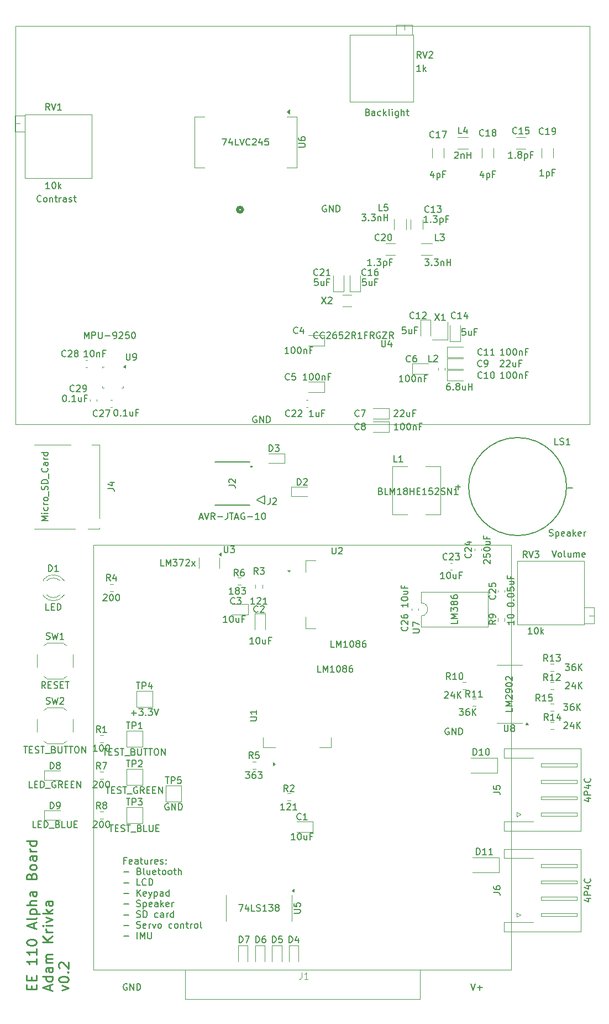
<source format=gbr>
%TF.GenerationSoftware,KiCad,Pcbnew,8.0.1*%
%TF.CreationDate,2024-04-03T00:57:57-07:00*%
%TF.ProjectId,ee110_alpha_board,65653131-305f-4616-9c70-68615f626f61,0.1*%
%TF.SameCoordinates,Original*%
%TF.FileFunction,Legend,Top*%
%TF.FilePolarity,Positive*%
%FSLAX46Y46*%
G04 Gerber Fmt 4.6, Leading zero omitted, Abs format (unit mm)*
G04 Created by KiCad (PCBNEW 8.0.1) date 2024-04-03 00:57:57*
%MOMM*%
%LPD*%
G01*
G04 APERTURE LIST*
%ADD10C,0.177800*%
%ADD11C,0.150000*%
%ADD12C,0.254000*%
%ADD13C,0.100000*%
%ADD14C,0.120000*%
%ADD15C,0.127000*%
%ADD16C,0.152400*%
%ADD17C,0.000000*%
%ADD18C,0.508000*%
G04 APERTURE END LIST*
D10*
X90045068Y-61128795D02*
X89948306Y-61080414D01*
X89948306Y-61080414D02*
X89803163Y-61080414D01*
X89803163Y-61080414D02*
X89658020Y-61128795D01*
X89658020Y-61128795D02*
X89561258Y-61225557D01*
X89561258Y-61225557D02*
X89512877Y-61322319D01*
X89512877Y-61322319D02*
X89464496Y-61515843D01*
X89464496Y-61515843D02*
X89464496Y-61660986D01*
X89464496Y-61660986D02*
X89512877Y-61854510D01*
X89512877Y-61854510D02*
X89561258Y-61951272D01*
X89561258Y-61951272D02*
X89658020Y-62048034D01*
X89658020Y-62048034D02*
X89803163Y-62096414D01*
X89803163Y-62096414D02*
X89899925Y-62096414D01*
X89899925Y-62096414D02*
X90045068Y-62048034D01*
X90045068Y-62048034D02*
X90093449Y-61999653D01*
X90093449Y-61999653D02*
X90093449Y-61660986D01*
X90093449Y-61660986D02*
X89899925Y-61660986D01*
X90528877Y-62096414D02*
X90528877Y-61080414D01*
X90528877Y-61080414D02*
X91109449Y-62096414D01*
X91109449Y-62096414D02*
X91109449Y-61080414D01*
X91593258Y-62096414D02*
X91593258Y-61080414D01*
X91593258Y-61080414D02*
X91835163Y-61080414D01*
X91835163Y-61080414D02*
X91980306Y-61128795D01*
X91980306Y-61128795D02*
X92077068Y-61225557D01*
X92077068Y-61225557D02*
X92125449Y-61322319D01*
X92125449Y-61322319D02*
X92173830Y-61515843D01*
X92173830Y-61515843D02*
X92173830Y-61660986D01*
X92173830Y-61660986D02*
X92125449Y-61854510D01*
X92125449Y-61854510D02*
X92077068Y-61951272D01*
X92077068Y-61951272D02*
X91980306Y-62048034D01*
X91980306Y-62048034D02*
X91835163Y-62096414D01*
X91835163Y-62096414D02*
X91593258Y-62096414D01*
X79377068Y-93386795D02*
X79280306Y-93338414D01*
X79280306Y-93338414D02*
X79135163Y-93338414D01*
X79135163Y-93338414D02*
X78990020Y-93386795D01*
X78990020Y-93386795D02*
X78893258Y-93483557D01*
X78893258Y-93483557D02*
X78844877Y-93580319D01*
X78844877Y-93580319D02*
X78796496Y-93773843D01*
X78796496Y-93773843D02*
X78796496Y-93918986D01*
X78796496Y-93918986D02*
X78844877Y-94112510D01*
X78844877Y-94112510D02*
X78893258Y-94209272D01*
X78893258Y-94209272D02*
X78990020Y-94306034D01*
X78990020Y-94306034D02*
X79135163Y-94354414D01*
X79135163Y-94354414D02*
X79231925Y-94354414D01*
X79231925Y-94354414D02*
X79377068Y-94306034D01*
X79377068Y-94306034D02*
X79425449Y-94257653D01*
X79425449Y-94257653D02*
X79425449Y-93918986D01*
X79425449Y-93918986D02*
X79231925Y-93918986D01*
X79860877Y-94354414D02*
X79860877Y-93338414D01*
X79860877Y-93338414D02*
X80441449Y-94354414D01*
X80441449Y-94354414D02*
X80441449Y-93338414D01*
X80925258Y-94354414D02*
X80925258Y-93338414D01*
X80925258Y-93338414D02*
X81167163Y-93338414D01*
X81167163Y-93338414D02*
X81312306Y-93386795D01*
X81312306Y-93386795D02*
X81409068Y-93483557D01*
X81409068Y-93483557D02*
X81457449Y-93580319D01*
X81457449Y-93580319D02*
X81505830Y-93773843D01*
X81505830Y-93773843D02*
X81505830Y-93918986D01*
X81505830Y-93918986D02*
X81457449Y-94112510D01*
X81457449Y-94112510D02*
X81409068Y-94209272D01*
X81409068Y-94209272D02*
X81312306Y-94306034D01*
X81312306Y-94306034D02*
X81167163Y-94354414D01*
X81167163Y-94354414D02*
X80925258Y-94354414D01*
X108841068Y-141138795D02*
X108744306Y-141090414D01*
X108744306Y-141090414D02*
X108599163Y-141090414D01*
X108599163Y-141090414D02*
X108454020Y-141138795D01*
X108454020Y-141138795D02*
X108357258Y-141235557D01*
X108357258Y-141235557D02*
X108308877Y-141332319D01*
X108308877Y-141332319D02*
X108260496Y-141525843D01*
X108260496Y-141525843D02*
X108260496Y-141670986D01*
X108260496Y-141670986D02*
X108308877Y-141864510D01*
X108308877Y-141864510D02*
X108357258Y-141961272D01*
X108357258Y-141961272D02*
X108454020Y-142058034D01*
X108454020Y-142058034D02*
X108599163Y-142106414D01*
X108599163Y-142106414D02*
X108695925Y-142106414D01*
X108695925Y-142106414D02*
X108841068Y-142058034D01*
X108841068Y-142058034D02*
X108889449Y-142009653D01*
X108889449Y-142009653D02*
X108889449Y-141670986D01*
X108889449Y-141670986D02*
X108695925Y-141670986D01*
X109324877Y-142106414D02*
X109324877Y-141090414D01*
X109324877Y-141090414D02*
X109905449Y-142106414D01*
X109905449Y-142106414D02*
X109905449Y-141090414D01*
X110389258Y-142106414D02*
X110389258Y-141090414D01*
X110389258Y-141090414D02*
X110631163Y-141090414D01*
X110631163Y-141090414D02*
X110776306Y-141138795D01*
X110776306Y-141138795D02*
X110873068Y-141235557D01*
X110873068Y-141235557D02*
X110921449Y-141332319D01*
X110921449Y-141332319D02*
X110969830Y-141525843D01*
X110969830Y-141525843D02*
X110969830Y-141670986D01*
X110969830Y-141670986D02*
X110921449Y-141864510D01*
X110921449Y-141864510D02*
X110873068Y-141961272D01*
X110873068Y-141961272D02*
X110776306Y-142058034D01*
X110776306Y-142058034D02*
X110631163Y-142106414D01*
X110631163Y-142106414D02*
X110389258Y-142106414D01*
D11*
X46374207Y-60480580D02*
X46326588Y-60528200D01*
X46326588Y-60528200D02*
X46183731Y-60575819D01*
X46183731Y-60575819D02*
X46088493Y-60575819D01*
X46088493Y-60575819D02*
X45945636Y-60528200D01*
X45945636Y-60528200D02*
X45850398Y-60432961D01*
X45850398Y-60432961D02*
X45802779Y-60337723D01*
X45802779Y-60337723D02*
X45755160Y-60147247D01*
X45755160Y-60147247D02*
X45755160Y-60004390D01*
X45755160Y-60004390D02*
X45802779Y-59813914D01*
X45802779Y-59813914D02*
X45850398Y-59718676D01*
X45850398Y-59718676D02*
X45945636Y-59623438D01*
X45945636Y-59623438D02*
X46088493Y-59575819D01*
X46088493Y-59575819D02*
X46183731Y-59575819D01*
X46183731Y-59575819D02*
X46326588Y-59623438D01*
X46326588Y-59623438D02*
X46374207Y-59671057D01*
X46945636Y-60575819D02*
X46850398Y-60528200D01*
X46850398Y-60528200D02*
X46802779Y-60480580D01*
X46802779Y-60480580D02*
X46755160Y-60385342D01*
X46755160Y-60385342D02*
X46755160Y-60099628D01*
X46755160Y-60099628D02*
X46802779Y-60004390D01*
X46802779Y-60004390D02*
X46850398Y-59956771D01*
X46850398Y-59956771D02*
X46945636Y-59909152D01*
X46945636Y-59909152D02*
X47088493Y-59909152D01*
X47088493Y-59909152D02*
X47183731Y-59956771D01*
X47183731Y-59956771D02*
X47231350Y-60004390D01*
X47231350Y-60004390D02*
X47278969Y-60099628D01*
X47278969Y-60099628D02*
X47278969Y-60385342D01*
X47278969Y-60385342D02*
X47231350Y-60480580D01*
X47231350Y-60480580D02*
X47183731Y-60528200D01*
X47183731Y-60528200D02*
X47088493Y-60575819D01*
X47088493Y-60575819D02*
X46945636Y-60575819D01*
X47707541Y-59909152D02*
X47707541Y-60575819D01*
X47707541Y-60004390D02*
X47755160Y-59956771D01*
X47755160Y-59956771D02*
X47850398Y-59909152D01*
X47850398Y-59909152D02*
X47993255Y-59909152D01*
X47993255Y-59909152D02*
X48088493Y-59956771D01*
X48088493Y-59956771D02*
X48136112Y-60052009D01*
X48136112Y-60052009D02*
X48136112Y-60575819D01*
X48469446Y-59909152D02*
X48850398Y-59909152D01*
X48612303Y-59575819D02*
X48612303Y-60432961D01*
X48612303Y-60432961D02*
X48659922Y-60528200D01*
X48659922Y-60528200D02*
X48755160Y-60575819D01*
X48755160Y-60575819D02*
X48850398Y-60575819D01*
X49183732Y-60575819D02*
X49183732Y-59909152D01*
X49183732Y-60099628D02*
X49231351Y-60004390D01*
X49231351Y-60004390D02*
X49278970Y-59956771D01*
X49278970Y-59956771D02*
X49374208Y-59909152D01*
X49374208Y-59909152D02*
X49469446Y-59909152D01*
X50231351Y-60575819D02*
X50231351Y-60052009D01*
X50231351Y-60052009D02*
X50183732Y-59956771D01*
X50183732Y-59956771D02*
X50088494Y-59909152D01*
X50088494Y-59909152D02*
X49898018Y-59909152D01*
X49898018Y-59909152D02*
X49802780Y-59956771D01*
X50231351Y-60528200D02*
X50136113Y-60575819D01*
X50136113Y-60575819D02*
X49898018Y-60575819D01*
X49898018Y-60575819D02*
X49802780Y-60528200D01*
X49802780Y-60528200D02*
X49755161Y-60432961D01*
X49755161Y-60432961D02*
X49755161Y-60337723D01*
X49755161Y-60337723D02*
X49802780Y-60242485D01*
X49802780Y-60242485D02*
X49898018Y-60194866D01*
X49898018Y-60194866D02*
X50136113Y-60194866D01*
X50136113Y-60194866D02*
X50231351Y-60147247D01*
X50659923Y-60528200D02*
X50755161Y-60575819D01*
X50755161Y-60575819D02*
X50945637Y-60575819D01*
X50945637Y-60575819D02*
X51040875Y-60528200D01*
X51040875Y-60528200D02*
X51088494Y-60432961D01*
X51088494Y-60432961D02*
X51088494Y-60385342D01*
X51088494Y-60385342D02*
X51040875Y-60290104D01*
X51040875Y-60290104D02*
X50945637Y-60242485D01*
X50945637Y-60242485D02*
X50802780Y-60242485D01*
X50802780Y-60242485D02*
X50707542Y-60194866D01*
X50707542Y-60194866D02*
X50659923Y-60099628D01*
X50659923Y-60099628D02*
X50659923Y-60052009D01*
X50659923Y-60052009D02*
X50707542Y-59956771D01*
X50707542Y-59956771D02*
X50802780Y-59909152D01*
X50802780Y-59909152D02*
X50945637Y-59909152D01*
X50945637Y-59909152D02*
X51040875Y-59956771D01*
X51374209Y-59909152D02*
X51755161Y-59909152D01*
X51517066Y-59575819D02*
X51517066Y-60432961D01*
X51517066Y-60432961D02*
X51564685Y-60528200D01*
X51564685Y-60528200D02*
X51659923Y-60575819D01*
X51659923Y-60575819D02*
X51755161Y-60575819D01*
X112207922Y-180225819D02*
X112541255Y-181225819D01*
X112541255Y-181225819D02*
X112874588Y-180225819D01*
X113207922Y-180844866D02*
X113969827Y-180844866D01*
X113588874Y-181225819D02*
X113588874Y-180463914D01*
D10*
X59371544Y-161366303D02*
X59032877Y-161366303D01*
X59032877Y-161898493D02*
X59032877Y-160882493D01*
X59032877Y-160882493D02*
X59516687Y-160882493D01*
X60290782Y-161850113D02*
X60194020Y-161898493D01*
X60194020Y-161898493D02*
X60000496Y-161898493D01*
X60000496Y-161898493D02*
X59903734Y-161850113D01*
X59903734Y-161850113D02*
X59855353Y-161753351D01*
X59855353Y-161753351D02*
X59855353Y-161366303D01*
X59855353Y-161366303D02*
X59903734Y-161269541D01*
X59903734Y-161269541D02*
X60000496Y-161221160D01*
X60000496Y-161221160D02*
X60194020Y-161221160D01*
X60194020Y-161221160D02*
X60290782Y-161269541D01*
X60290782Y-161269541D02*
X60339163Y-161366303D01*
X60339163Y-161366303D02*
X60339163Y-161463065D01*
X60339163Y-161463065D02*
X59855353Y-161559827D01*
X61210020Y-161898493D02*
X61210020Y-161366303D01*
X61210020Y-161366303D02*
X61161639Y-161269541D01*
X61161639Y-161269541D02*
X61064877Y-161221160D01*
X61064877Y-161221160D02*
X60871353Y-161221160D01*
X60871353Y-161221160D02*
X60774591Y-161269541D01*
X61210020Y-161850113D02*
X61113258Y-161898493D01*
X61113258Y-161898493D02*
X60871353Y-161898493D01*
X60871353Y-161898493D02*
X60774591Y-161850113D01*
X60774591Y-161850113D02*
X60726210Y-161753351D01*
X60726210Y-161753351D02*
X60726210Y-161656589D01*
X60726210Y-161656589D02*
X60774591Y-161559827D01*
X60774591Y-161559827D02*
X60871353Y-161511446D01*
X60871353Y-161511446D02*
X61113258Y-161511446D01*
X61113258Y-161511446D02*
X61210020Y-161463065D01*
X61548686Y-161221160D02*
X61935734Y-161221160D01*
X61693829Y-160882493D02*
X61693829Y-161753351D01*
X61693829Y-161753351D02*
X61742210Y-161850113D01*
X61742210Y-161850113D02*
X61838972Y-161898493D01*
X61838972Y-161898493D02*
X61935734Y-161898493D01*
X62709829Y-161221160D02*
X62709829Y-161898493D01*
X62274400Y-161221160D02*
X62274400Y-161753351D01*
X62274400Y-161753351D02*
X62322781Y-161850113D01*
X62322781Y-161850113D02*
X62419543Y-161898493D01*
X62419543Y-161898493D02*
X62564686Y-161898493D01*
X62564686Y-161898493D02*
X62661448Y-161850113D01*
X62661448Y-161850113D02*
X62709829Y-161801732D01*
X63193638Y-161898493D02*
X63193638Y-161221160D01*
X63193638Y-161414684D02*
X63242019Y-161317922D01*
X63242019Y-161317922D02*
X63290400Y-161269541D01*
X63290400Y-161269541D02*
X63387162Y-161221160D01*
X63387162Y-161221160D02*
X63483924Y-161221160D01*
X64209638Y-161850113D02*
X64112876Y-161898493D01*
X64112876Y-161898493D02*
X63919352Y-161898493D01*
X63919352Y-161898493D02*
X63822590Y-161850113D01*
X63822590Y-161850113D02*
X63774209Y-161753351D01*
X63774209Y-161753351D02*
X63774209Y-161366303D01*
X63774209Y-161366303D02*
X63822590Y-161269541D01*
X63822590Y-161269541D02*
X63919352Y-161221160D01*
X63919352Y-161221160D02*
X64112876Y-161221160D01*
X64112876Y-161221160D02*
X64209638Y-161269541D01*
X64209638Y-161269541D02*
X64258019Y-161366303D01*
X64258019Y-161366303D02*
X64258019Y-161463065D01*
X64258019Y-161463065D02*
X63774209Y-161559827D01*
X64645066Y-161850113D02*
X64741828Y-161898493D01*
X64741828Y-161898493D02*
X64935352Y-161898493D01*
X64935352Y-161898493D02*
X65032114Y-161850113D01*
X65032114Y-161850113D02*
X65080495Y-161753351D01*
X65080495Y-161753351D02*
X65080495Y-161704970D01*
X65080495Y-161704970D02*
X65032114Y-161608208D01*
X65032114Y-161608208D02*
X64935352Y-161559827D01*
X64935352Y-161559827D02*
X64790209Y-161559827D01*
X64790209Y-161559827D02*
X64693447Y-161511446D01*
X64693447Y-161511446D02*
X64645066Y-161414684D01*
X64645066Y-161414684D02*
X64645066Y-161366303D01*
X64645066Y-161366303D02*
X64693447Y-161269541D01*
X64693447Y-161269541D02*
X64790209Y-161221160D01*
X64790209Y-161221160D02*
X64935352Y-161221160D01*
X64935352Y-161221160D02*
X65032114Y-161269541D01*
X65515923Y-161801732D02*
X65564304Y-161850113D01*
X65564304Y-161850113D02*
X65515923Y-161898493D01*
X65515923Y-161898493D02*
X65467542Y-161850113D01*
X65467542Y-161850113D02*
X65515923Y-161801732D01*
X65515923Y-161801732D02*
X65515923Y-161898493D01*
X65515923Y-161269541D02*
X65564304Y-161317922D01*
X65564304Y-161317922D02*
X65515923Y-161366303D01*
X65515923Y-161366303D02*
X65467542Y-161317922D01*
X65467542Y-161317922D02*
X65515923Y-161269541D01*
X65515923Y-161269541D02*
X65515923Y-161366303D01*
X59032877Y-163147149D02*
X59806973Y-163147149D01*
X61403544Y-163002006D02*
X61548687Y-163050387D01*
X61548687Y-163050387D02*
X61597068Y-163098768D01*
X61597068Y-163098768D02*
X61645449Y-163195530D01*
X61645449Y-163195530D02*
X61645449Y-163340673D01*
X61645449Y-163340673D02*
X61597068Y-163437435D01*
X61597068Y-163437435D02*
X61548687Y-163485816D01*
X61548687Y-163485816D02*
X61451925Y-163534196D01*
X61451925Y-163534196D02*
X61064877Y-163534196D01*
X61064877Y-163534196D02*
X61064877Y-162518196D01*
X61064877Y-162518196D02*
X61403544Y-162518196D01*
X61403544Y-162518196D02*
X61500306Y-162566577D01*
X61500306Y-162566577D02*
X61548687Y-162614958D01*
X61548687Y-162614958D02*
X61597068Y-162711720D01*
X61597068Y-162711720D02*
X61597068Y-162808482D01*
X61597068Y-162808482D02*
X61548687Y-162905244D01*
X61548687Y-162905244D02*
X61500306Y-162953625D01*
X61500306Y-162953625D02*
X61403544Y-163002006D01*
X61403544Y-163002006D02*
X61064877Y-163002006D01*
X62226020Y-163534196D02*
X62129258Y-163485816D01*
X62129258Y-163485816D02*
X62080877Y-163389054D01*
X62080877Y-163389054D02*
X62080877Y-162518196D01*
X63048496Y-162856863D02*
X63048496Y-163534196D01*
X62613067Y-162856863D02*
X62613067Y-163389054D01*
X62613067Y-163389054D02*
X62661448Y-163485816D01*
X62661448Y-163485816D02*
X62758210Y-163534196D01*
X62758210Y-163534196D02*
X62903353Y-163534196D01*
X62903353Y-163534196D02*
X63000115Y-163485816D01*
X63000115Y-163485816D02*
X63048496Y-163437435D01*
X63919353Y-163485816D02*
X63822591Y-163534196D01*
X63822591Y-163534196D02*
X63629067Y-163534196D01*
X63629067Y-163534196D02*
X63532305Y-163485816D01*
X63532305Y-163485816D02*
X63483924Y-163389054D01*
X63483924Y-163389054D02*
X63483924Y-163002006D01*
X63483924Y-163002006D02*
X63532305Y-162905244D01*
X63532305Y-162905244D02*
X63629067Y-162856863D01*
X63629067Y-162856863D02*
X63822591Y-162856863D01*
X63822591Y-162856863D02*
X63919353Y-162905244D01*
X63919353Y-162905244D02*
X63967734Y-163002006D01*
X63967734Y-163002006D02*
X63967734Y-163098768D01*
X63967734Y-163098768D02*
X63483924Y-163195530D01*
X64258019Y-162856863D02*
X64645067Y-162856863D01*
X64403162Y-162518196D02*
X64403162Y-163389054D01*
X64403162Y-163389054D02*
X64451543Y-163485816D01*
X64451543Y-163485816D02*
X64548305Y-163534196D01*
X64548305Y-163534196D02*
X64645067Y-163534196D01*
X65128876Y-163534196D02*
X65032114Y-163485816D01*
X65032114Y-163485816D02*
X64983733Y-163437435D01*
X64983733Y-163437435D02*
X64935352Y-163340673D01*
X64935352Y-163340673D02*
X64935352Y-163050387D01*
X64935352Y-163050387D02*
X64983733Y-162953625D01*
X64983733Y-162953625D02*
X65032114Y-162905244D01*
X65032114Y-162905244D02*
X65128876Y-162856863D01*
X65128876Y-162856863D02*
X65274019Y-162856863D01*
X65274019Y-162856863D02*
X65370781Y-162905244D01*
X65370781Y-162905244D02*
X65419162Y-162953625D01*
X65419162Y-162953625D02*
X65467543Y-163050387D01*
X65467543Y-163050387D02*
X65467543Y-163340673D01*
X65467543Y-163340673D02*
X65419162Y-163437435D01*
X65419162Y-163437435D02*
X65370781Y-163485816D01*
X65370781Y-163485816D02*
X65274019Y-163534196D01*
X65274019Y-163534196D02*
X65128876Y-163534196D01*
X66048114Y-163534196D02*
X65951352Y-163485816D01*
X65951352Y-163485816D02*
X65902971Y-163437435D01*
X65902971Y-163437435D02*
X65854590Y-163340673D01*
X65854590Y-163340673D02*
X65854590Y-163050387D01*
X65854590Y-163050387D02*
X65902971Y-162953625D01*
X65902971Y-162953625D02*
X65951352Y-162905244D01*
X65951352Y-162905244D02*
X66048114Y-162856863D01*
X66048114Y-162856863D02*
X66193257Y-162856863D01*
X66193257Y-162856863D02*
X66290019Y-162905244D01*
X66290019Y-162905244D02*
X66338400Y-162953625D01*
X66338400Y-162953625D02*
X66386781Y-163050387D01*
X66386781Y-163050387D02*
X66386781Y-163340673D01*
X66386781Y-163340673D02*
X66338400Y-163437435D01*
X66338400Y-163437435D02*
X66290019Y-163485816D01*
X66290019Y-163485816D02*
X66193257Y-163534196D01*
X66193257Y-163534196D02*
X66048114Y-163534196D01*
X66677066Y-162856863D02*
X67064114Y-162856863D01*
X66822209Y-162518196D02*
X66822209Y-163389054D01*
X66822209Y-163389054D02*
X66870590Y-163485816D01*
X66870590Y-163485816D02*
X66967352Y-163534196D01*
X66967352Y-163534196D02*
X67064114Y-163534196D01*
X67402780Y-163534196D02*
X67402780Y-162518196D01*
X67838209Y-163534196D02*
X67838209Y-163002006D01*
X67838209Y-163002006D02*
X67789828Y-162905244D01*
X67789828Y-162905244D02*
X67693066Y-162856863D01*
X67693066Y-162856863D02*
X67547923Y-162856863D01*
X67547923Y-162856863D02*
X67451161Y-162905244D01*
X67451161Y-162905244D02*
X67402780Y-162953625D01*
X59032877Y-164782852D02*
X59806973Y-164782852D01*
X61548687Y-165169899D02*
X61064877Y-165169899D01*
X61064877Y-165169899D02*
X61064877Y-164153899D01*
X62467925Y-165073138D02*
X62419544Y-165121519D01*
X62419544Y-165121519D02*
X62274401Y-165169899D01*
X62274401Y-165169899D02*
X62177639Y-165169899D01*
X62177639Y-165169899D02*
X62032496Y-165121519D01*
X62032496Y-165121519D02*
X61935734Y-165024757D01*
X61935734Y-165024757D02*
X61887353Y-164927995D01*
X61887353Y-164927995D02*
X61838972Y-164734471D01*
X61838972Y-164734471D02*
X61838972Y-164589328D01*
X61838972Y-164589328D02*
X61887353Y-164395804D01*
X61887353Y-164395804D02*
X61935734Y-164299042D01*
X61935734Y-164299042D02*
X62032496Y-164202280D01*
X62032496Y-164202280D02*
X62177639Y-164153899D01*
X62177639Y-164153899D02*
X62274401Y-164153899D01*
X62274401Y-164153899D02*
X62419544Y-164202280D01*
X62419544Y-164202280D02*
X62467925Y-164250661D01*
X62903353Y-165169899D02*
X62903353Y-164153899D01*
X62903353Y-164153899D02*
X63145258Y-164153899D01*
X63145258Y-164153899D02*
X63290401Y-164202280D01*
X63290401Y-164202280D02*
X63387163Y-164299042D01*
X63387163Y-164299042D02*
X63435544Y-164395804D01*
X63435544Y-164395804D02*
X63483925Y-164589328D01*
X63483925Y-164589328D02*
X63483925Y-164734471D01*
X63483925Y-164734471D02*
X63435544Y-164927995D01*
X63435544Y-164927995D02*
X63387163Y-165024757D01*
X63387163Y-165024757D02*
X63290401Y-165121519D01*
X63290401Y-165121519D02*
X63145258Y-165169899D01*
X63145258Y-165169899D02*
X62903353Y-165169899D01*
X59032877Y-166418555D02*
X59806973Y-166418555D01*
X61064877Y-166805602D02*
X61064877Y-165789602D01*
X61645449Y-166805602D02*
X61210020Y-166225031D01*
X61645449Y-165789602D02*
X61064877Y-166370174D01*
X62467925Y-166757222D02*
X62371163Y-166805602D01*
X62371163Y-166805602D02*
X62177639Y-166805602D01*
X62177639Y-166805602D02*
X62080877Y-166757222D01*
X62080877Y-166757222D02*
X62032496Y-166660460D01*
X62032496Y-166660460D02*
X62032496Y-166273412D01*
X62032496Y-166273412D02*
X62080877Y-166176650D01*
X62080877Y-166176650D02*
X62177639Y-166128269D01*
X62177639Y-166128269D02*
X62371163Y-166128269D01*
X62371163Y-166128269D02*
X62467925Y-166176650D01*
X62467925Y-166176650D02*
X62516306Y-166273412D01*
X62516306Y-166273412D02*
X62516306Y-166370174D01*
X62516306Y-166370174D02*
X62032496Y-166466936D01*
X62854972Y-166128269D02*
X63096877Y-166805602D01*
X63338782Y-166128269D02*
X63096877Y-166805602D01*
X63096877Y-166805602D02*
X63000115Y-167047507D01*
X63000115Y-167047507D02*
X62951734Y-167095888D01*
X62951734Y-167095888D02*
X62854972Y-167144269D01*
X63725829Y-166128269D02*
X63725829Y-167144269D01*
X63725829Y-166176650D02*
X63822591Y-166128269D01*
X63822591Y-166128269D02*
X64016115Y-166128269D01*
X64016115Y-166128269D02*
X64112877Y-166176650D01*
X64112877Y-166176650D02*
X64161258Y-166225031D01*
X64161258Y-166225031D02*
X64209639Y-166321793D01*
X64209639Y-166321793D02*
X64209639Y-166612079D01*
X64209639Y-166612079D02*
X64161258Y-166708841D01*
X64161258Y-166708841D02*
X64112877Y-166757222D01*
X64112877Y-166757222D02*
X64016115Y-166805602D01*
X64016115Y-166805602D02*
X63822591Y-166805602D01*
X63822591Y-166805602D02*
X63725829Y-166757222D01*
X65080496Y-166805602D02*
X65080496Y-166273412D01*
X65080496Y-166273412D02*
X65032115Y-166176650D01*
X65032115Y-166176650D02*
X64935353Y-166128269D01*
X64935353Y-166128269D02*
X64741829Y-166128269D01*
X64741829Y-166128269D02*
X64645067Y-166176650D01*
X65080496Y-166757222D02*
X64983734Y-166805602D01*
X64983734Y-166805602D02*
X64741829Y-166805602D01*
X64741829Y-166805602D02*
X64645067Y-166757222D01*
X64645067Y-166757222D02*
X64596686Y-166660460D01*
X64596686Y-166660460D02*
X64596686Y-166563698D01*
X64596686Y-166563698D02*
X64645067Y-166466936D01*
X64645067Y-166466936D02*
X64741829Y-166418555D01*
X64741829Y-166418555D02*
X64983734Y-166418555D01*
X64983734Y-166418555D02*
X65080496Y-166370174D01*
X65999734Y-166805602D02*
X65999734Y-165789602D01*
X65999734Y-166757222D02*
X65902972Y-166805602D01*
X65902972Y-166805602D02*
X65709448Y-166805602D01*
X65709448Y-166805602D02*
X65612686Y-166757222D01*
X65612686Y-166757222D02*
X65564305Y-166708841D01*
X65564305Y-166708841D02*
X65515924Y-166612079D01*
X65515924Y-166612079D02*
X65515924Y-166321793D01*
X65515924Y-166321793D02*
X65564305Y-166225031D01*
X65564305Y-166225031D02*
X65612686Y-166176650D01*
X65612686Y-166176650D02*
X65709448Y-166128269D01*
X65709448Y-166128269D02*
X65902972Y-166128269D01*
X65902972Y-166128269D02*
X65999734Y-166176650D01*
X59032877Y-168054258D02*
X59806973Y-168054258D01*
X61016496Y-168392925D02*
X61161639Y-168441305D01*
X61161639Y-168441305D02*
X61403544Y-168441305D01*
X61403544Y-168441305D02*
X61500306Y-168392925D01*
X61500306Y-168392925D02*
X61548687Y-168344544D01*
X61548687Y-168344544D02*
X61597068Y-168247782D01*
X61597068Y-168247782D02*
X61597068Y-168151020D01*
X61597068Y-168151020D02*
X61548687Y-168054258D01*
X61548687Y-168054258D02*
X61500306Y-168005877D01*
X61500306Y-168005877D02*
X61403544Y-167957496D01*
X61403544Y-167957496D02*
X61210020Y-167909115D01*
X61210020Y-167909115D02*
X61113258Y-167860734D01*
X61113258Y-167860734D02*
X61064877Y-167812353D01*
X61064877Y-167812353D02*
X61016496Y-167715591D01*
X61016496Y-167715591D02*
X61016496Y-167618829D01*
X61016496Y-167618829D02*
X61064877Y-167522067D01*
X61064877Y-167522067D02*
X61113258Y-167473686D01*
X61113258Y-167473686D02*
X61210020Y-167425305D01*
X61210020Y-167425305D02*
X61451925Y-167425305D01*
X61451925Y-167425305D02*
X61597068Y-167473686D01*
X62032496Y-167763972D02*
X62032496Y-168779972D01*
X62032496Y-167812353D02*
X62129258Y-167763972D01*
X62129258Y-167763972D02*
X62322782Y-167763972D01*
X62322782Y-167763972D02*
X62419544Y-167812353D01*
X62419544Y-167812353D02*
X62467925Y-167860734D01*
X62467925Y-167860734D02*
X62516306Y-167957496D01*
X62516306Y-167957496D02*
X62516306Y-168247782D01*
X62516306Y-168247782D02*
X62467925Y-168344544D01*
X62467925Y-168344544D02*
X62419544Y-168392925D01*
X62419544Y-168392925D02*
X62322782Y-168441305D01*
X62322782Y-168441305D02*
X62129258Y-168441305D01*
X62129258Y-168441305D02*
X62032496Y-168392925D01*
X63338782Y-168392925D02*
X63242020Y-168441305D01*
X63242020Y-168441305D02*
X63048496Y-168441305D01*
X63048496Y-168441305D02*
X62951734Y-168392925D01*
X62951734Y-168392925D02*
X62903353Y-168296163D01*
X62903353Y-168296163D02*
X62903353Y-167909115D01*
X62903353Y-167909115D02*
X62951734Y-167812353D01*
X62951734Y-167812353D02*
X63048496Y-167763972D01*
X63048496Y-167763972D02*
X63242020Y-167763972D01*
X63242020Y-167763972D02*
X63338782Y-167812353D01*
X63338782Y-167812353D02*
X63387163Y-167909115D01*
X63387163Y-167909115D02*
X63387163Y-168005877D01*
X63387163Y-168005877D02*
X62903353Y-168102639D01*
X64258020Y-168441305D02*
X64258020Y-167909115D01*
X64258020Y-167909115D02*
X64209639Y-167812353D01*
X64209639Y-167812353D02*
X64112877Y-167763972D01*
X64112877Y-167763972D02*
X63919353Y-167763972D01*
X63919353Y-167763972D02*
X63822591Y-167812353D01*
X64258020Y-168392925D02*
X64161258Y-168441305D01*
X64161258Y-168441305D02*
X63919353Y-168441305D01*
X63919353Y-168441305D02*
X63822591Y-168392925D01*
X63822591Y-168392925D02*
X63774210Y-168296163D01*
X63774210Y-168296163D02*
X63774210Y-168199401D01*
X63774210Y-168199401D02*
X63822591Y-168102639D01*
X63822591Y-168102639D02*
X63919353Y-168054258D01*
X63919353Y-168054258D02*
X64161258Y-168054258D01*
X64161258Y-168054258D02*
X64258020Y-168005877D01*
X64741829Y-168441305D02*
X64741829Y-167425305D01*
X64838591Y-168054258D02*
X65128877Y-168441305D01*
X65128877Y-167763972D02*
X64741829Y-168151020D01*
X65951353Y-168392925D02*
X65854591Y-168441305D01*
X65854591Y-168441305D02*
X65661067Y-168441305D01*
X65661067Y-168441305D02*
X65564305Y-168392925D01*
X65564305Y-168392925D02*
X65515924Y-168296163D01*
X65515924Y-168296163D02*
X65515924Y-167909115D01*
X65515924Y-167909115D02*
X65564305Y-167812353D01*
X65564305Y-167812353D02*
X65661067Y-167763972D01*
X65661067Y-167763972D02*
X65854591Y-167763972D01*
X65854591Y-167763972D02*
X65951353Y-167812353D01*
X65951353Y-167812353D02*
X65999734Y-167909115D01*
X65999734Y-167909115D02*
X65999734Y-168005877D01*
X65999734Y-168005877D02*
X65515924Y-168102639D01*
X66435162Y-168441305D02*
X66435162Y-167763972D01*
X66435162Y-167957496D02*
X66483543Y-167860734D01*
X66483543Y-167860734D02*
X66531924Y-167812353D01*
X66531924Y-167812353D02*
X66628686Y-167763972D01*
X66628686Y-167763972D02*
X66725448Y-167763972D01*
X59032877Y-169689961D02*
X59806973Y-169689961D01*
X61016496Y-170028628D02*
X61161639Y-170077008D01*
X61161639Y-170077008D02*
X61403544Y-170077008D01*
X61403544Y-170077008D02*
X61500306Y-170028628D01*
X61500306Y-170028628D02*
X61548687Y-169980247D01*
X61548687Y-169980247D02*
X61597068Y-169883485D01*
X61597068Y-169883485D02*
X61597068Y-169786723D01*
X61597068Y-169786723D02*
X61548687Y-169689961D01*
X61548687Y-169689961D02*
X61500306Y-169641580D01*
X61500306Y-169641580D02*
X61403544Y-169593199D01*
X61403544Y-169593199D02*
X61210020Y-169544818D01*
X61210020Y-169544818D02*
X61113258Y-169496437D01*
X61113258Y-169496437D02*
X61064877Y-169448056D01*
X61064877Y-169448056D02*
X61016496Y-169351294D01*
X61016496Y-169351294D02*
X61016496Y-169254532D01*
X61016496Y-169254532D02*
X61064877Y-169157770D01*
X61064877Y-169157770D02*
X61113258Y-169109389D01*
X61113258Y-169109389D02*
X61210020Y-169061008D01*
X61210020Y-169061008D02*
X61451925Y-169061008D01*
X61451925Y-169061008D02*
X61597068Y-169109389D01*
X62032496Y-170077008D02*
X62032496Y-169061008D01*
X62032496Y-169061008D02*
X62274401Y-169061008D01*
X62274401Y-169061008D02*
X62419544Y-169109389D01*
X62419544Y-169109389D02*
X62516306Y-169206151D01*
X62516306Y-169206151D02*
X62564687Y-169302913D01*
X62564687Y-169302913D02*
X62613068Y-169496437D01*
X62613068Y-169496437D02*
X62613068Y-169641580D01*
X62613068Y-169641580D02*
X62564687Y-169835104D01*
X62564687Y-169835104D02*
X62516306Y-169931866D01*
X62516306Y-169931866D02*
X62419544Y-170028628D01*
X62419544Y-170028628D02*
X62274401Y-170077008D01*
X62274401Y-170077008D02*
X62032496Y-170077008D01*
X64258020Y-170028628D02*
X64161258Y-170077008D01*
X64161258Y-170077008D02*
X63967734Y-170077008D01*
X63967734Y-170077008D02*
X63870972Y-170028628D01*
X63870972Y-170028628D02*
X63822591Y-169980247D01*
X63822591Y-169980247D02*
X63774210Y-169883485D01*
X63774210Y-169883485D02*
X63774210Y-169593199D01*
X63774210Y-169593199D02*
X63822591Y-169496437D01*
X63822591Y-169496437D02*
X63870972Y-169448056D01*
X63870972Y-169448056D02*
X63967734Y-169399675D01*
X63967734Y-169399675D02*
X64161258Y-169399675D01*
X64161258Y-169399675D02*
X64258020Y-169448056D01*
X65128877Y-170077008D02*
X65128877Y-169544818D01*
X65128877Y-169544818D02*
X65080496Y-169448056D01*
X65080496Y-169448056D02*
X64983734Y-169399675D01*
X64983734Y-169399675D02*
X64790210Y-169399675D01*
X64790210Y-169399675D02*
X64693448Y-169448056D01*
X65128877Y-170028628D02*
X65032115Y-170077008D01*
X65032115Y-170077008D02*
X64790210Y-170077008D01*
X64790210Y-170077008D02*
X64693448Y-170028628D01*
X64693448Y-170028628D02*
X64645067Y-169931866D01*
X64645067Y-169931866D02*
X64645067Y-169835104D01*
X64645067Y-169835104D02*
X64693448Y-169738342D01*
X64693448Y-169738342D02*
X64790210Y-169689961D01*
X64790210Y-169689961D02*
X65032115Y-169689961D01*
X65032115Y-169689961D02*
X65128877Y-169641580D01*
X65612686Y-170077008D02*
X65612686Y-169399675D01*
X65612686Y-169593199D02*
X65661067Y-169496437D01*
X65661067Y-169496437D02*
X65709448Y-169448056D01*
X65709448Y-169448056D02*
X65806210Y-169399675D01*
X65806210Y-169399675D02*
X65902972Y-169399675D01*
X66677067Y-170077008D02*
X66677067Y-169061008D01*
X66677067Y-170028628D02*
X66580305Y-170077008D01*
X66580305Y-170077008D02*
X66386781Y-170077008D01*
X66386781Y-170077008D02*
X66290019Y-170028628D01*
X66290019Y-170028628D02*
X66241638Y-169980247D01*
X66241638Y-169980247D02*
X66193257Y-169883485D01*
X66193257Y-169883485D02*
X66193257Y-169593199D01*
X66193257Y-169593199D02*
X66241638Y-169496437D01*
X66241638Y-169496437D02*
X66290019Y-169448056D01*
X66290019Y-169448056D02*
X66386781Y-169399675D01*
X66386781Y-169399675D02*
X66580305Y-169399675D01*
X66580305Y-169399675D02*
X66677067Y-169448056D01*
X59032877Y-171325664D02*
X59806973Y-171325664D01*
X61016496Y-171664331D02*
X61161639Y-171712711D01*
X61161639Y-171712711D02*
X61403544Y-171712711D01*
X61403544Y-171712711D02*
X61500306Y-171664331D01*
X61500306Y-171664331D02*
X61548687Y-171615950D01*
X61548687Y-171615950D02*
X61597068Y-171519188D01*
X61597068Y-171519188D02*
X61597068Y-171422426D01*
X61597068Y-171422426D02*
X61548687Y-171325664D01*
X61548687Y-171325664D02*
X61500306Y-171277283D01*
X61500306Y-171277283D02*
X61403544Y-171228902D01*
X61403544Y-171228902D02*
X61210020Y-171180521D01*
X61210020Y-171180521D02*
X61113258Y-171132140D01*
X61113258Y-171132140D02*
X61064877Y-171083759D01*
X61064877Y-171083759D02*
X61016496Y-170986997D01*
X61016496Y-170986997D02*
X61016496Y-170890235D01*
X61016496Y-170890235D02*
X61064877Y-170793473D01*
X61064877Y-170793473D02*
X61113258Y-170745092D01*
X61113258Y-170745092D02*
X61210020Y-170696711D01*
X61210020Y-170696711D02*
X61451925Y-170696711D01*
X61451925Y-170696711D02*
X61597068Y-170745092D01*
X62419544Y-171664331D02*
X62322782Y-171712711D01*
X62322782Y-171712711D02*
X62129258Y-171712711D01*
X62129258Y-171712711D02*
X62032496Y-171664331D01*
X62032496Y-171664331D02*
X61984115Y-171567569D01*
X61984115Y-171567569D02*
X61984115Y-171180521D01*
X61984115Y-171180521D02*
X62032496Y-171083759D01*
X62032496Y-171083759D02*
X62129258Y-171035378D01*
X62129258Y-171035378D02*
X62322782Y-171035378D01*
X62322782Y-171035378D02*
X62419544Y-171083759D01*
X62419544Y-171083759D02*
X62467925Y-171180521D01*
X62467925Y-171180521D02*
X62467925Y-171277283D01*
X62467925Y-171277283D02*
X61984115Y-171374045D01*
X62903353Y-171712711D02*
X62903353Y-171035378D01*
X62903353Y-171228902D02*
X62951734Y-171132140D01*
X62951734Y-171132140D02*
X63000115Y-171083759D01*
X63000115Y-171083759D02*
X63096877Y-171035378D01*
X63096877Y-171035378D02*
X63193639Y-171035378D01*
X63435543Y-171035378D02*
X63677448Y-171712711D01*
X63677448Y-171712711D02*
X63919353Y-171035378D01*
X64451543Y-171712711D02*
X64354781Y-171664331D01*
X64354781Y-171664331D02*
X64306400Y-171615950D01*
X64306400Y-171615950D02*
X64258019Y-171519188D01*
X64258019Y-171519188D02*
X64258019Y-171228902D01*
X64258019Y-171228902D02*
X64306400Y-171132140D01*
X64306400Y-171132140D02*
X64354781Y-171083759D01*
X64354781Y-171083759D02*
X64451543Y-171035378D01*
X64451543Y-171035378D02*
X64596686Y-171035378D01*
X64596686Y-171035378D02*
X64693448Y-171083759D01*
X64693448Y-171083759D02*
X64741829Y-171132140D01*
X64741829Y-171132140D02*
X64790210Y-171228902D01*
X64790210Y-171228902D02*
X64790210Y-171519188D01*
X64790210Y-171519188D02*
X64741829Y-171615950D01*
X64741829Y-171615950D02*
X64693448Y-171664331D01*
X64693448Y-171664331D02*
X64596686Y-171712711D01*
X64596686Y-171712711D02*
X64451543Y-171712711D01*
X66435162Y-171664331D02*
X66338400Y-171712711D01*
X66338400Y-171712711D02*
X66144876Y-171712711D01*
X66144876Y-171712711D02*
X66048114Y-171664331D01*
X66048114Y-171664331D02*
X65999733Y-171615950D01*
X65999733Y-171615950D02*
X65951352Y-171519188D01*
X65951352Y-171519188D02*
X65951352Y-171228902D01*
X65951352Y-171228902D02*
X65999733Y-171132140D01*
X65999733Y-171132140D02*
X66048114Y-171083759D01*
X66048114Y-171083759D02*
X66144876Y-171035378D01*
X66144876Y-171035378D02*
X66338400Y-171035378D01*
X66338400Y-171035378D02*
X66435162Y-171083759D01*
X67015733Y-171712711D02*
X66918971Y-171664331D01*
X66918971Y-171664331D02*
X66870590Y-171615950D01*
X66870590Y-171615950D02*
X66822209Y-171519188D01*
X66822209Y-171519188D02*
X66822209Y-171228902D01*
X66822209Y-171228902D02*
X66870590Y-171132140D01*
X66870590Y-171132140D02*
X66918971Y-171083759D01*
X66918971Y-171083759D02*
X67015733Y-171035378D01*
X67015733Y-171035378D02*
X67160876Y-171035378D01*
X67160876Y-171035378D02*
X67257638Y-171083759D01*
X67257638Y-171083759D02*
X67306019Y-171132140D01*
X67306019Y-171132140D02*
X67354400Y-171228902D01*
X67354400Y-171228902D02*
X67354400Y-171519188D01*
X67354400Y-171519188D02*
X67306019Y-171615950D01*
X67306019Y-171615950D02*
X67257638Y-171664331D01*
X67257638Y-171664331D02*
X67160876Y-171712711D01*
X67160876Y-171712711D02*
X67015733Y-171712711D01*
X67789828Y-171035378D02*
X67789828Y-171712711D01*
X67789828Y-171132140D02*
X67838209Y-171083759D01*
X67838209Y-171083759D02*
X67934971Y-171035378D01*
X67934971Y-171035378D02*
X68080114Y-171035378D01*
X68080114Y-171035378D02*
X68176876Y-171083759D01*
X68176876Y-171083759D02*
X68225257Y-171180521D01*
X68225257Y-171180521D02*
X68225257Y-171712711D01*
X68563923Y-171035378D02*
X68950971Y-171035378D01*
X68709066Y-170696711D02*
X68709066Y-171567569D01*
X68709066Y-171567569D02*
X68757447Y-171664331D01*
X68757447Y-171664331D02*
X68854209Y-171712711D01*
X68854209Y-171712711D02*
X68950971Y-171712711D01*
X69289637Y-171712711D02*
X69289637Y-171035378D01*
X69289637Y-171228902D02*
X69338018Y-171132140D01*
X69338018Y-171132140D02*
X69386399Y-171083759D01*
X69386399Y-171083759D02*
X69483161Y-171035378D01*
X69483161Y-171035378D02*
X69579923Y-171035378D01*
X70063732Y-171712711D02*
X69966970Y-171664331D01*
X69966970Y-171664331D02*
X69918589Y-171615950D01*
X69918589Y-171615950D02*
X69870208Y-171519188D01*
X69870208Y-171519188D02*
X69870208Y-171228902D01*
X69870208Y-171228902D02*
X69918589Y-171132140D01*
X69918589Y-171132140D02*
X69966970Y-171083759D01*
X69966970Y-171083759D02*
X70063732Y-171035378D01*
X70063732Y-171035378D02*
X70208875Y-171035378D01*
X70208875Y-171035378D02*
X70305637Y-171083759D01*
X70305637Y-171083759D02*
X70354018Y-171132140D01*
X70354018Y-171132140D02*
X70402399Y-171228902D01*
X70402399Y-171228902D02*
X70402399Y-171519188D01*
X70402399Y-171519188D02*
X70354018Y-171615950D01*
X70354018Y-171615950D02*
X70305637Y-171664331D01*
X70305637Y-171664331D02*
X70208875Y-171712711D01*
X70208875Y-171712711D02*
X70063732Y-171712711D01*
X70982970Y-171712711D02*
X70886208Y-171664331D01*
X70886208Y-171664331D02*
X70837827Y-171567569D01*
X70837827Y-171567569D02*
X70837827Y-170696711D01*
X59032877Y-172961367D02*
X59806973Y-172961367D01*
X61064877Y-173348414D02*
X61064877Y-172332414D01*
X61548687Y-173348414D02*
X61548687Y-172332414D01*
X61548687Y-172332414D02*
X61887354Y-173058129D01*
X61887354Y-173058129D02*
X62226021Y-172332414D01*
X62226021Y-172332414D02*
X62226021Y-173348414D01*
X62709830Y-172332414D02*
X62709830Y-173154891D01*
X62709830Y-173154891D02*
X62758211Y-173251653D01*
X62758211Y-173251653D02*
X62806592Y-173300034D01*
X62806592Y-173300034D02*
X62903354Y-173348414D01*
X62903354Y-173348414D02*
X63096878Y-173348414D01*
X63096878Y-173348414D02*
X63193640Y-173300034D01*
X63193640Y-173300034D02*
X63242021Y-173251653D01*
X63242021Y-173251653D02*
X63290402Y-173154891D01*
X63290402Y-173154891D02*
X63290402Y-172332414D01*
D11*
X124653922Y-113931819D02*
X124987255Y-114931819D01*
X124987255Y-114931819D02*
X125320588Y-113931819D01*
X125796779Y-114931819D02*
X125701541Y-114884200D01*
X125701541Y-114884200D02*
X125653922Y-114836580D01*
X125653922Y-114836580D02*
X125606303Y-114741342D01*
X125606303Y-114741342D02*
X125606303Y-114455628D01*
X125606303Y-114455628D02*
X125653922Y-114360390D01*
X125653922Y-114360390D02*
X125701541Y-114312771D01*
X125701541Y-114312771D02*
X125796779Y-114265152D01*
X125796779Y-114265152D02*
X125939636Y-114265152D01*
X125939636Y-114265152D02*
X126034874Y-114312771D01*
X126034874Y-114312771D02*
X126082493Y-114360390D01*
X126082493Y-114360390D02*
X126130112Y-114455628D01*
X126130112Y-114455628D02*
X126130112Y-114741342D01*
X126130112Y-114741342D02*
X126082493Y-114836580D01*
X126082493Y-114836580D02*
X126034874Y-114884200D01*
X126034874Y-114884200D02*
X125939636Y-114931819D01*
X125939636Y-114931819D02*
X125796779Y-114931819D01*
X126701541Y-114931819D02*
X126606303Y-114884200D01*
X126606303Y-114884200D02*
X126558684Y-114788961D01*
X126558684Y-114788961D02*
X126558684Y-113931819D01*
X127511065Y-114265152D02*
X127511065Y-114931819D01*
X127082494Y-114265152D02*
X127082494Y-114788961D01*
X127082494Y-114788961D02*
X127130113Y-114884200D01*
X127130113Y-114884200D02*
X127225351Y-114931819D01*
X127225351Y-114931819D02*
X127368208Y-114931819D01*
X127368208Y-114931819D02*
X127463446Y-114884200D01*
X127463446Y-114884200D02*
X127511065Y-114836580D01*
X127987256Y-114931819D02*
X127987256Y-114265152D01*
X127987256Y-114360390D02*
X128034875Y-114312771D01*
X128034875Y-114312771D02*
X128130113Y-114265152D01*
X128130113Y-114265152D02*
X128272970Y-114265152D01*
X128272970Y-114265152D02*
X128368208Y-114312771D01*
X128368208Y-114312771D02*
X128415827Y-114408009D01*
X128415827Y-114408009D02*
X128415827Y-114931819D01*
X128415827Y-114408009D02*
X128463446Y-114312771D01*
X128463446Y-114312771D02*
X128558684Y-114265152D01*
X128558684Y-114265152D02*
X128701541Y-114265152D01*
X128701541Y-114265152D02*
X128796780Y-114312771D01*
X128796780Y-114312771D02*
X128844399Y-114408009D01*
X128844399Y-114408009D02*
X128844399Y-114931819D01*
X129701541Y-114884200D02*
X129606303Y-114931819D01*
X129606303Y-114931819D02*
X129415827Y-114931819D01*
X129415827Y-114931819D02*
X129320589Y-114884200D01*
X129320589Y-114884200D02*
X129272970Y-114788961D01*
X129272970Y-114788961D02*
X129272970Y-114408009D01*
X129272970Y-114408009D02*
X129320589Y-114312771D01*
X129320589Y-114312771D02*
X129415827Y-114265152D01*
X129415827Y-114265152D02*
X129606303Y-114265152D01*
X129606303Y-114265152D02*
X129701541Y-114312771D01*
X129701541Y-114312771D02*
X129749160Y-114408009D01*
X129749160Y-114408009D02*
X129749160Y-114503247D01*
X129749160Y-114503247D02*
X129272970Y-114598485D01*
X96428112Y-46844009D02*
X96570969Y-46891628D01*
X96570969Y-46891628D02*
X96618588Y-46939247D01*
X96618588Y-46939247D02*
X96666207Y-47034485D01*
X96666207Y-47034485D02*
X96666207Y-47177342D01*
X96666207Y-47177342D02*
X96618588Y-47272580D01*
X96618588Y-47272580D02*
X96570969Y-47320200D01*
X96570969Y-47320200D02*
X96475731Y-47367819D01*
X96475731Y-47367819D02*
X96094779Y-47367819D01*
X96094779Y-47367819D02*
X96094779Y-46367819D01*
X96094779Y-46367819D02*
X96428112Y-46367819D01*
X96428112Y-46367819D02*
X96523350Y-46415438D01*
X96523350Y-46415438D02*
X96570969Y-46463057D01*
X96570969Y-46463057D02*
X96618588Y-46558295D01*
X96618588Y-46558295D02*
X96618588Y-46653533D01*
X96618588Y-46653533D02*
X96570969Y-46748771D01*
X96570969Y-46748771D02*
X96523350Y-46796390D01*
X96523350Y-46796390D02*
X96428112Y-46844009D01*
X96428112Y-46844009D02*
X96094779Y-46844009D01*
X97523350Y-47367819D02*
X97523350Y-46844009D01*
X97523350Y-46844009D02*
X97475731Y-46748771D01*
X97475731Y-46748771D02*
X97380493Y-46701152D01*
X97380493Y-46701152D02*
X97190017Y-46701152D01*
X97190017Y-46701152D02*
X97094779Y-46748771D01*
X97523350Y-47320200D02*
X97428112Y-47367819D01*
X97428112Y-47367819D02*
X97190017Y-47367819D01*
X97190017Y-47367819D02*
X97094779Y-47320200D01*
X97094779Y-47320200D02*
X97047160Y-47224961D01*
X97047160Y-47224961D02*
X97047160Y-47129723D01*
X97047160Y-47129723D02*
X97094779Y-47034485D01*
X97094779Y-47034485D02*
X97190017Y-46986866D01*
X97190017Y-46986866D02*
X97428112Y-46986866D01*
X97428112Y-46986866D02*
X97523350Y-46939247D01*
X98428112Y-47320200D02*
X98332874Y-47367819D01*
X98332874Y-47367819D02*
X98142398Y-47367819D01*
X98142398Y-47367819D02*
X98047160Y-47320200D01*
X98047160Y-47320200D02*
X97999541Y-47272580D01*
X97999541Y-47272580D02*
X97951922Y-47177342D01*
X97951922Y-47177342D02*
X97951922Y-46891628D01*
X97951922Y-46891628D02*
X97999541Y-46796390D01*
X97999541Y-46796390D02*
X98047160Y-46748771D01*
X98047160Y-46748771D02*
X98142398Y-46701152D01*
X98142398Y-46701152D02*
X98332874Y-46701152D01*
X98332874Y-46701152D02*
X98428112Y-46748771D01*
X98856684Y-47367819D02*
X98856684Y-46367819D01*
X98951922Y-46986866D02*
X99237636Y-47367819D01*
X99237636Y-46701152D02*
X98856684Y-47082104D01*
X99809065Y-47367819D02*
X99713827Y-47320200D01*
X99713827Y-47320200D02*
X99666208Y-47224961D01*
X99666208Y-47224961D02*
X99666208Y-46367819D01*
X100190018Y-47367819D02*
X100190018Y-46701152D01*
X100190018Y-46367819D02*
X100142399Y-46415438D01*
X100142399Y-46415438D02*
X100190018Y-46463057D01*
X100190018Y-46463057D02*
X100237637Y-46415438D01*
X100237637Y-46415438D02*
X100190018Y-46367819D01*
X100190018Y-46367819D02*
X100190018Y-46463057D01*
X101094779Y-46701152D02*
X101094779Y-47510676D01*
X101094779Y-47510676D02*
X101047160Y-47605914D01*
X101047160Y-47605914D02*
X100999541Y-47653533D01*
X100999541Y-47653533D02*
X100904303Y-47701152D01*
X100904303Y-47701152D02*
X100761446Y-47701152D01*
X100761446Y-47701152D02*
X100666208Y-47653533D01*
X101094779Y-47320200D02*
X100999541Y-47367819D01*
X100999541Y-47367819D02*
X100809065Y-47367819D01*
X100809065Y-47367819D02*
X100713827Y-47320200D01*
X100713827Y-47320200D02*
X100666208Y-47272580D01*
X100666208Y-47272580D02*
X100618589Y-47177342D01*
X100618589Y-47177342D02*
X100618589Y-46891628D01*
X100618589Y-46891628D02*
X100666208Y-46796390D01*
X100666208Y-46796390D02*
X100713827Y-46748771D01*
X100713827Y-46748771D02*
X100809065Y-46701152D01*
X100809065Y-46701152D02*
X100999541Y-46701152D01*
X100999541Y-46701152D02*
X101094779Y-46748771D01*
X101570970Y-47367819D02*
X101570970Y-46367819D01*
X101999541Y-47367819D02*
X101999541Y-46844009D01*
X101999541Y-46844009D02*
X101951922Y-46748771D01*
X101951922Y-46748771D02*
X101856684Y-46701152D01*
X101856684Y-46701152D02*
X101713827Y-46701152D01*
X101713827Y-46701152D02*
X101618589Y-46748771D01*
X101618589Y-46748771D02*
X101570970Y-46796390D01*
X102332875Y-46701152D02*
X102713827Y-46701152D01*
X102475732Y-46367819D02*
X102475732Y-47224961D01*
X102475732Y-47224961D02*
X102523351Y-47320200D01*
X102523351Y-47320200D02*
X102618589Y-47367819D01*
X102618589Y-47367819D02*
X102713827Y-47367819D01*
D12*
X44894887Y-181080037D02*
X44894887Y-180572037D01*
X45693173Y-180354323D02*
X45693173Y-181080037D01*
X45693173Y-181080037D02*
X44169173Y-181080037D01*
X44169173Y-181080037D02*
X44169173Y-180354323D01*
X44894887Y-179701180D02*
X44894887Y-179193180D01*
X45693173Y-178975466D02*
X45693173Y-179701180D01*
X45693173Y-179701180D02*
X44169173Y-179701180D01*
X44169173Y-179701180D02*
X44169173Y-178975466D01*
X45693173Y-176362895D02*
X45693173Y-177233752D01*
X45693173Y-176798323D02*
X44169173Y-176798323D01*
X44169173Y-176798323D02*
X44386887Y-176943466D01*
X44386887Y-176943466D02*
X44532030Y-177088609D01*
X44532030Y-177088609D02*
X44604602Y-177233752D01*
X45693173Y-174911466D02*
X45693173Y-175782323D01*
X45693173Y-175346894D02*
X44169173Y-175346894D01*
X44169173Y-175346894D02*
X44386887Y-175492037D01*
X44386887Y-175492037D02*
X44532030Y-175637180D01*
X44532030Y-175637180D02*
X44604602Y-175782323D01*
X44169173Y-173968037D02*
X44169173Y-173822894D01*
X44169173Y-173822894D02*
X44241744Y-173677751D01*
X44241744Y-173677751D02*
X44314316Y-173605180D01*
X44314316Y-173605180D02*
X44459459Y-173532608D01*
X44459459Y-173532608D02*
X44749744Y-173460037D01*
X44749744Y-173460037D02*
X45112602Y-173460037D01*
X45112602Y-173460037D02*
X45402887Y-173532608D01*
X45402887Y-173532608D02*
X45548030Y-173605180D01*
X45548030Y-173605180D02*
X45620602Y-173677751D01*
X45620602Y-173677751D02*
X45693173Y-173822894D01*
X45693173Y-173822894D02*
X45693173Y-173968037D01*
X45693173Y-173968037D02*
X45620602Y-174113180D01*
X45620602Y-174113180D02*
X45548030Y-174185751D01*
X45548030Y-174185751D02*
X45402887Y-174258322D01*
X45402887Y-174258322D02*
X45112602Y-174330894D01*
X45112602Y-174330894D02*
X44749744Y-174330894D01*
X44749744Y-174330894D02*
X44459459Y-174258322D01*
X44459459Y-174258322D02*
X44314316Y-174185751D01*
X44314316Y-174185751D02*
X44241744Y-174113180D01*
X44241744Y-174113180D02*
X44169173Y-173968037D01*
X45257744Y-171718322D02*
X45257744Y-170992608D01*
X45693173Y-171863465D02*
X44169173Y-171355465D01*
X44169173Y-171355465D02*
X45693173Y-170847465D01*
X45693173Y-170121750D02*
X45620602Y-170266893D01*
X45620602Y-170266893D02*
X45475459Y-170339464D01*
X45475459Y-170339464D02*
X44169173Y-170339464D01*
X44677173Y-169541178D02*
X46201173Y-169541178D01*
X44749744Y-169541178D02*
X44677173Y-169396036D01*
X44677173Y-169396036D02*
X44677173Y-169105750D01*
X44677173Y-169105750D02*
X44749744Y-168960607D01*
X44749744Y-168960607D02*
X44822316Y-168888036D01*
X44822316Y-168888036D02*
X44967459Y-168815464D01*
X44967459Y-168815464D02*
X45402887Y-168815464D01*
X45402887Y-168815464D02*
X45548030Y-168888036D01*
X45548030Y-168888036D02*
X45620602Y-168960607D01*
X45620602Y-168960607D02*
X45693173Y-169105750D01*
X45693173Y-169105750D02*
X45693173Y-169396036D01*
X45693173Y-169396036D02*
X45620602Y-169541178D01*
X45693173Y-168162321D02*
X44169173Y-168162321D01*
X45693173Y-167509179D02*
X44894887Y-167509179D01*
X44894887Y-167509179D02*
X44749744Y-167581750D01*
X44749744Y-167581750D02*
X44677173Y-167726893D01*
X44677173Y-167726893D02*
X44677173Y-167944607D01*
X44677173Y-167944607D02*
X44749744Y-168089750D01*
X44749744Y-168089750D02*
X44822316Y-168162321D01*
X45693173Y-166130322D02*
X44894887Y-166130322D01*
X44894887Y-166130322D02*
X44749744Y-166202893D01*
X44749744Y-166202893D02*
X44677173Y-166348036D01*
X44677173Y-166348036D02*
X44677173Y-166638322D01*
X44677173Y-166638322D02*
X44749744Y-166783464D01*
X45620602Y-166130322D02*
X45693173Y-166275464D01*
X45693173Y-166275464D02*
X45693173Y-166638322D01*
X45693173Y-166638322D02*
X45620602Y-166783464D01*
X45620602Y-166783464D02*
X45475459Y-166856036D01*
X45475459Y-166856036D02*
X45330316Y-166856036D01*
X45330316Y-166856036D02*
X45185173Y-166783464D01*
X45185173Y-166783464D02*
X45112602Y-166638322D01*
X45112602Y-166638322D02*
X45112602Y-166275464D01*
X45112602Y-166275464D02*
X45040030Y-166130322D01*
X44894887Y-163735464D02*
X44967459Y-163517750D01*
X44967459Y-163517750D02*
X45040030Y-163445179D01*
X45040030Y-163445179D02*
X45185173Y-163372607D01*
X45185173Y-163372607D02*
X45402887Y-163372607D01*
X45402887Y-163372607D02*
X45548030Y-163445179D01*
X45548030Y-163445179D02*
X45620602Y-163517750D01*
X45620602Y-163517750D02*
X45693173Y-163662893D01*
X45693173Y-163662893D02*
X45693173Y-164243464D01*
X45693173Y-164243464D02*
X44169173Y-164243464D01*
X44169173Y-164243464D02*
X44169173Y-163735464D01*
X44169173Y-163735464D02*
X44241744Y-163590322D01*
X44241744Y-163590322D02*
X44314316Y-163517750D01*
X44314316Y-163517750D02*
X44459459Y-163445179D01*
X44459459Y-163445179D02*
X44604602Y-163445179D01*
X44604602Y-163445179D02*
X44749744Y-163517750D01*
X44749744Y-163517750D02*
X44822316Y-163590322D01*
X44822316Y-163590322D02*
X44894887Y-163735464D01*
X44894887Y-163735464D02*
X44894887Y-164243464D01*
X45693173Y-162501750D02*
X45620602Y-162646893D01*
X45620602Y-162646893D02*
X45548030Y-162719464D01*
X45548030Y-162719464D02*
X45402887Y-162792036D01*
X45402887Y-162792036D02*
X44967459Y-162792036D01*
X44967459Y-162792036D02*
X44822316Y-162719464D01*
X44822316Y-162719464D02*
X44749744Y-162646893D01*
X44749744Y-162646893D02*
X44677173Y-162501750D01*
X44677173Y-162501750D02*
X44677173Y-162284036D01*
X44677173Y-162284036D02*
X44749744Y-162138893D01*
X44749744Y-162138893D02*
X44822316Y-162066322D01*
X44822316Y-162066322D02*
X44967459Y-161993750D01*
X44967459Y-161993750D02*
X45402887Y-161993750D01*
X45402887Y-161993750D02*
X45548030Y-162066322D01*
X45548030Y-162066322D02*
X45620602Y-162138893D01*
X45620602Y-162138893D02*
X45693173Y-162284036D01*
X45693173Y-162284036D02*
X45693173Y-162501750D01*
X45693173Y-160687465D02*
X44894887Y-160687465D01*
X44894887Y-160687465D02*
X44749744Y-160760036D01*
X44749744Y-160760036D02*
X44677173Y-160905179D01*
X44677173Y-160905179D02*
X44677173Y-161195465D01*
X44677173Y-161195465D02*
X44749744Y-161340607D01*
X45620602Y-160687465D02*
X45693173Y-160832607D01*
X45693173Y-160832607D02*
X45693173Y-161195465D01*
X45693173Y-161195465D02*
X45620602Y-161340607D01*
X45620602Y-161340607D02*
X45475459Y-161413179D01*
X45475459Y-161413179D02*
X45330316Y-161413179D01*
X45330316Y-161413179D02*
X45185173Y-161340607D01*
X45185173Y-161340607D02*
X45112602Y-161195465D01*
X45112602Y-161195465D02*
X45112602Y-160832607D01*
X45112602Y-160832607D02*
X45040030Y-160687465D01*
X45693173Y-159961750D02*
X44677173Y-159961750D01*
X44967459Y-159961750D02*
X44822316Y-159889179D01*
X44822316Y-159889179D02*
X44749744Y-159816608D01*
X44749744Y-159816608D02*
X44677173Y-159671465D01*
X44677173Y-159671465D02*
X44677173Y-159526322D01*
X45693173Y-158365179D02*
X44169173Y-158365179D01*
X45620602Y-158365179D02*
X45693173Y-158510321D01*
X45693173Y-158510321D02*
X45693173Y-158800607D01*
X45693173Y-158800607D02*
X45620602Y-158945750D01*
X45620602Y-158945750D02*
X45548030Y-159018321D01*
X45548030Y-159018321D02*
X45402887Y-159090893D01*
X45402887Y-159090893D02*
X44967459Y-159090893D01*
X44967459Y-159090893D02*
X44822316Y-159018321D01*
X44822316Y-159018321D02*
X44749744Y-158945750D01*
X44749744Y-158945750D02*
X44677173Y-158800607D01*
X44677173Y-158800607D02*
X44677173Y-158510321D01*
X44677173Y-158510321D02*
X44749744Y-158365179D01*
X47711299Y-181152609D02*
X47711299Y-180426895D01*
X48146728Y-181297752D02*
X46622728Y-180789752D01*
X46622728Y-180789752D02*
X48146728Y-180281752D01*
X48146728Y-179120609D02*
X46622728Y-179120609D01*
X48074157Y-179120609D02*
X48146728Y-179265751D01*
X48146728Y-179265751D02*
X48146728Y-179556037D01*
X48146728Y-179556037D02*
X48074157Y-179701180D01*
X48074157Y-179701180D02*
X48001585Y-179773751D01*
X48001585Y-179773751D02*
X47856442Y-179846323D01*
X47856442Y-179846323D02*
X47421014Y-179846323D01*
X47421014Y-179846323D02*
X47275871Y-179773751D01*
X47275871Y-179773751D02*
X47203299Y-179701180D01*
X47203299Y-179701180D02*
X47130728Y-179556037D01*
X47130728Y-179556037D02*
X47130728Y-179265751D01*
X47130728Y-179265751D02*
X47203299Y-179120609D01*
X48146728Y-177741752D02*
X47348442Y-177741752D01*
X47348442Y-177741752D02*
X47203299Y-177814323D01*
X47203299Y-177814323D02*
X47130728Y-177959466D01*
X47130728Y-177959466D02*
X47130728Y-178249752D01*
X47130728Y-178249752D02*
X47203299Y-178394894D01*
X48074157Y-177741752D02*
X48146728Y-177886894D01*
X48146728Y-177886894D02*
X48146728Y-178249752D01*
X48146728Y-178249752D02*
X48074157Y-178394894D01*
X48074157Y-178394894D02*
X47929014Y-178467466D01*
X47929014Y-178467466D02*
X47783871Y-178467466D01*
X47783871Y-178467466D02*
X47638728Y-178394894D01*
X47638728Y-178394894D02*
X47566157Y-178249752D01*
X47566157Y-178249752D02*
X47566157Y-177886894D01*
X47566157Y-177886894D02*
X47493585Y-177741752D01*
X48146728Y-177016037D02*
X47130728Y-177016037D01*
X47275871Y-177016037D02*
X47203299Y-176943466D01*
X47203299Y-176943466D02*
X47130728Y-176798323D01*
X47130728Y-176798323D02*
X47130728Y-176580609D01*
X47130728Y-176580609D02*
X47203299Y-176435466D01*
X47203299Y-176435466D02*
X47348442Y-176362895D01*
X47348442Y-176362895D02*
X48146728Y-176362895D01*
X47348442Y-176362895D02*
X47203299Y-176290323D01*
X47203299Y-176290323D02*
X47130728Y-176145180D01*
X47130728Y-176145180D02*
X47130728Y-175927466D01*
X47130728Y-175927466D02*
X47203299Y-175782323D01*
X47203299Y-175782323D02*
X47348442Y-175709752D01*
X47348442Y-175709752D02*
X48146728Y-175709752D01*
X48146728Y-173822894D02*
X46622728Y-173822894D01*
X48146728Y-172952037D02*
X47275871Y-173605180D01*
X46622728Y-172952037D02*
X47493585Y-173822894D01*
X48146728Y-172298894D02*
X47130728Y-172298894D01*
X47421014Y-172298894D02*
X47275871Y-172226323D01*
X47275871Y-172226323D02*
X47203299Y-172153752D01*
X47203299Y-172153752D02*
X47130728Y-172008609D01*
X47130728Y-172008609D02*
X47130728Y-171863466D01*
X48146728Y-171355465D02*
X47130728Y-171355465D01*
X46622728Y-171355465D02*
X46695299Y-171428037D01*
X46695299Y-171428037D02*
X46767871Y-171355465D01*
X46767871Y-171355465D02*
X46695299Y-171282894D01*
X46695299Y-171282894D02*
X46622728Y-171355465D01*
X46622728Y-171355465D02*
X46767871Y-171355465D01*
X47130728Y-170774894D02*
X48146728Y-170412037D01*
X48146728Y-170412037D02*
X47130728Y-170049180D01*
X48146728Y-169468608D02*
X46622728Y-169468608D01*
X47566157Y-169323466D02*
X48146728Y-168888037D01*
X47130728Y-168888037D02*
X47711299Y-169468608D01*
X48146728Y-167581752D02*
X47348442Y-167581752D01*
X47348442Y-167581752D02*
X47203299Y-167654323D01*
X47203299Y-167654323D02*
X47130728Y-167799466D01*
X47130728Y-167799466D02*
X47130728Y-168089752D01*
X47130728Y-168089752D02*
X47203299Y-168234894D01*
X48074157Y-167581752D02*
X48146728Y-167726894D01*
X48146728Y-167726894D02*
X48146728Y-168089752D01*
X48146728Y-168089752D02*
X48074157Y-168234894D01*
X48074157Y-168234894D02*
X47929014Y-168307466D01*
X47929014Y-168307466D02*
X47783871Y-168307466D01*
X47783871Y-168307466D02*
X47638728Y-168234894D01*
X47638728Y-168234894D02*
X47566157Y-168089752D01*
X47566157Y-168089752D02*
X47566157Y-167726894D01*
X47566157Y-167726894D02*
X47493585Y-167581752D01*
X49584283Y-181225180D02*
X50600283Y-180862323D01*
X50600283Y-180862323D02*
X49584283Y-180499466D01*
X49076283Y-179628609D02*
X49076283Y-179483466D01*
X49076283Y-179483466D02*
X49148854Y-179338323D01*
X49148854Y-179338323D02*
X49221426Y-179265752D01*
X49221426Y-179265752D02*
X49366569Y-179193180D01*
X49366569Y-179193180D02*
X49656854Y-179120609D01*
X49656854Y-179120609D02*
X50019712Y-179120609D01*
X50019712Y-179120609D02*
X50309997Y-179193180D01*
X50309997Y-179193180D02*
X50455140Y-179265752D01*
X50455140Y-179265752D02*
X50527712Y-179338323D01*
X50527712Y-179338323D02*
X50600283Y-179483466D01*
X50600283Y-179483466D02*
X50600283Y-179628609D01*
X50600283Y-179628609D02*
X50527712Y-179773752D01*
X50527712Y-179773752D02*
X50455140Y-179846323D01*
X50455140Y-179846323D02*
X50309997Y-179918894D01*
X50309997Y-179918894D02*
X50019712Y-179991466D01*
X50019712Y-179991466D02*
X49656854Y-179991466D01*
X49656854Y-179991466D02*
X49366569Y-179918894D01*
X49366569Y-179918894D02*
X49221426Y-179846323D01*
X49221426Y-179846323D02*
X49148854Y-179773752D01*
X49148854Y-179773752D02*
X49076283Y-179628609D01*
X50455140Y-178467465D02*
X50527712Y-178394894D01*
X50527712Y-178394894D02*
X50600283Y-178467465D01*
X50600283Y-178467465D02*
X50527712Y-178540037D01*
X50527712Y-178540037D02*
X50455140Y-178467465D01*
X50455140Y-178467465D02*
X50600283Y-178467465D01*
X49221426Y-177814323D02*
X49148854Y-177741751D01*
X49148854Y-177741751D02*
X49076283Y-177596609D01*
X49076283Y-177596609D02*
X49076283Y-177233751D01*
X49076283Y-177233751D02*
X49148854Y-177088609D01*
X49148854Y-177088609D02*
X49221426Y-177016037D01*
X49221426Y-177016037D02*
X49366569Y-176943466D01*
X49366569Y-176943466D02*
X49511712Y-176943466D01*
X49511712Y-176943466D02*
X49729426Y-177016037D01*
X49729426Y-177016037D02*
X50600283Y-177886894D01*
X50600283Y-177886894D02*
X50600283Y-176943466D01*
D11*
X59534588Y-180273438D02*
X59439350Y-180225819D01*
X59439350Y-180225819D02*
X59296493Y-180225819D01*
X59296493Y-180225819D02*
X59153636Y-180273438D01*
X59153636Y-180273438D02*
X59058398Y-180368676D01*
X59058398Y-180368676D02*
X59010779Y-180463914D01*
X59010779Y-180463914D02*
X58963160Y-180654390D01*
X58963160Y-180654390D02*
X58963160Y-180797247D01*
X58963160Y-180797247D02*
X59010779Y-180987723D01*
X59010779Y-180987723D02*
X59058398Y-181082961D01*
X59058398Y-181082961D02*
X59153636Y-181178200D01*
X59153636Y-181178200D02*
X59296493Y-181225819D01*
X59296493Y-181225819D02*
X59391731Y-181225819D01*
X59391731Y-181225819D02*
X59534588Y-181178200D01*
X59534588Y-181178200D02*
X59582207Y-181130580D01*
X59582207Y-181130580D02*
X59582207Y-180797247D01*
X59582207Y-180797247D02*
X59391731Y-180797247D01*
X60010779Y-181225819D02*
X60010779Y-180225819D01*
X60010779Y-180225819D02*
X60582207Y-181225819D01*
X60582207Y-181225819D02*
X60582207Y-180225819D01*
X61058398Y-181225819D02*
X61058398Y-180225819D01*
X61058398Y-180225819D02*
X61296493Y-180225819D01*
X61296493Y-180225819D02*
X61439350Y-180273438D01*
X61439350Y-180273438D02*
X61534588Y-180368676D01*
X61534588Y-180368676D02*
X61582207Y-180463914D01*
X61582207Y-180463914D02*
X61629826Y-180654390D01*
X61629826Y-180654390D02*
X61629826Y-180797247D01*
X61629826Y-180797247D02*
X61582207Y-180987723D01*
X61582207Y-180987723D02*
X61534588Y-181082961D01*
X61534588Y-181082961D02*
X61439350Y-181178200D01*
X61439350Y-181178200D02*
X61296493Y-181225819D01*
X61296493Y-181225819D02*
X61058398Y-181225819D01*
X113085714Y-160474819D02*
X113085714Y-159474819D01*
X113085714Y-159474819D02*
X113323809Y-159474819D01*
X113323809Y-159474819D02*
X113466666Y-159522438D01*
X113466666Y-159522438D02*
X113561904Y-159617676D01*
X113561904Y-159617676D02*
X113609523Y-159712914D01*
X113609523Y-159712914D02*
X113657142Y-159903390D01*
X113657142Y-159903390D02*
X113657142Y-160046247D01*
X113657142Y-160046247D02*
X113609523Y-160236723D01*
X113609523Y-160236723D02*
X113561904Y-160331961D01*
X113561904Y-160331961D02*
X113466666Y-160427200D01*
X113466666Y-160427200D02*
X113323809Y-160474819D01*
X113323809Y-160474819D02*
X113085714Y-160474819D01*
X114609523Y-160474819D02*
X114038095Y-160474819D01*
X114323809Y-160474819D02*
X114323809Y-159474819D01*
X114323809Y-159474819D02*
X114228571Y-159617676D01*
X114228571Y-159617676D02*
X114133333Y-159712914D01*
X114133333Y-159712914D02*
X114038095Y-159760533D01*
X115561904Y-160474819D02*
X114990476Y-160474819D01*
X115276190Y-160474819D02*
X115276190Y-159474819D01*
X115276190Y-159474819D02*
X115180952Y-159617676D01*
X115180952Y-159617676D02*
X115085714Y-159712914D01*
X115085714Y-159712914D02*
X114990476Y-159760533D01*
X112577714Y-145234819D02*
X112577714Y-144234819D01*
X112577714Y-144234819D02*
X112815809Y-144234819D01*
X112815809Y-144234819D02*
X112958666Y-144282438D01*
X112958666Y-144282438D02*
X113053904Y-144377676D01*
X113053904Y-144377676D02*
X113101523Y-144472914D01*
X113101523Y-144472914D02*
X113149142Y-144663390D01*
X113149142Y-144663390D02*
X113149142Y-144806247D01*
X113149142Y-144806247D02*
X113101523Y-144996723D01*
X113101523Y-144996723D02*
X113053904Y-145091961D01*
X113053904Y-145091961D02*
X112958666Y-145187200D01*
X112958666Y-145187200D02*
X112815809Y-145234819D01*
X112815809Y-145234819D02*
X112577714Y-145234819D01*
X114101523Y-145234819D02*
X113530095Y-145234819D01*
X113815809Y-145234819D02*
X113815809Y-144234819D01*
X113815809Y-144234819D02*
X113720571Y-144377676D01*
X113720571Y-144377676D02*
X113625333Y-144472914D01*
X113625333Y-144472914D02*
X113530095Y-144520533D01*
X114720571Y-144234819D02*
X114815809Y-144234819D01*
X114815809Y-144234819D02*
X114911047Y-144282438D01*
X114911047Y-144282438D02*
X114958666Y-144330057D01*
X114958666Y-144330057D02*
X115006285Y-144425295D01*
X115006285Y-144425295D02*
X115053904Y-144615771D01*
X115053904Y-144615771D02*
X115053904Y-144853866D01*
X115053904Y-144853866D02*
X115006285Y-145044342D01*
X115006285Y-145044342D02*
X114958666Y-145139580D01*
X114958666Y-145139580D02*
X114911047Y-145187200D01*
X114911047Y-145187200D02*
X114815809Y-145234819D01*
X114815809Y-145234819D02*
X114720571Y-145234819D01*
X114720571Y-145234819D02*
X114625333Y-145187200D01*
X114625333Y-145187200D02*
X114577714Y-145139580D01*
X114577714Y-145139580D02*
X114530095Y-145044342D01*
X114530095Y-145044342D02*
X114482476Y-144853866D01*
X114482476Y-144853866D02*
X114482476Y-144615771D01*
X114482476Y-144615771D02*
X114530095Y-144425295D01*
X114530095Y-144425295D02*
X114577714Y-144330057D01*
X114577714Y-144330057D02*
X114625333Y-144282438D01*
X114625333Y-144282438D02*
X114720571Y-144234819D01*
X122801142Y-136959319D02*
X122467809Y-136483128D01*
X122229714Y-136959319D02*
X122229714Y-135959319D01*
X122229714Y-135959319D02*
X122610666Y-135959319D01*
X122610666Y-135959319D02*
X122705904Y-136006938D01*
X122705904Y-136006938D02*
X122753523Y-136054557D01*
X122753523Y-136054557D02*
X122801142Y-136149795D01*
X122801142Y-136149795D02*
X122801142Y-136292652D01*
X122801142Y-136292652D02*
X122753523Y-136387890D01*
X122753523Y-136387890D02*
X122705904Y-136435509D01*
X122705904Y-136435509D02*
X122610666Y-136483128D01*
X122610666Y-136483128D02*
X122229714Y-136483128D01*
X123753523Y-136959319D02*
X123182095Y-136959319D01*
X123467809Y-136959319D02*
X123467809Y-135959319D01*
X123467809Y-135959319D02*
X123372571Y-136102176D01*
X123372571Y-136102176D02*
X123277333Y-136197414D01*
X123277333Y-136197414D02*
X123182095Y-136245033D01*
X124658285Y-135959319D02*
X124182095Y-135959319D01*
X124182095Y-135959319D02*
X124134476Y-136435509D01*
X124134476Y-136435509D02*
X124182095Y-136387890D01*
X124182095Y-136387890D02*
X124277333Y-136340271D01*
X124277333Y-136340271D02*
X124515428Y-136340271D01*
X124515428Y-136340271D02*
X124610666Y-136387890D01*
X124610666Y-136387890D02*
X124658285Y-136435509D01*
X124658285Y-136435509D02*
X124705904Y-136530747D01*
X124705904Y-136530747D02*
X124705904Y-136768842D01*
X124705904Y-136768842D02*
X124658285Y-136864080D01*
X124658285Y-136864080D02*
X124610666Y-136911700D01*
X124610666Y-136911700D02*
X124515428Y-136959319D01*
X124515428Y-136959319D02*
X124277333Y-136959319D01*
X124277333Y-136959319D02*
X124182095Y-136911700D01*
X124182095Y-136911700D02*
X124134476Y-136864080D01*
X126452476Y-137376819D02*
X127071523Y-137376819D01*
X127071523Y-137376819D02*
X126738190Y-137757771D01*
X126738190Y-137757771D02*
X126881047Y-137757771D01*
X126881047Y-137757771D02*
X126976285Y-137805390D01*
X126976285Y-137805390D02*
X127023904Y-137853009D01*
X127023904Y-137853009D02*
X127071523Y-137948247D01*
X127071523Y-137948247D02*
X127071523Y-138186342D01*
X127071523Y-138186342D02*
X127023904Y-138281580D01*
X127023904Y-138281580D02*
X126976285Y-138329200D01*
X126976285Y-138329200D02*
X126881047Y-138376819D01*
X126881047Y-138376819D02*
X126595333Y-138376819D01*
X126595333Y-138376819D02*
X126500095Y-138329200D01*
X126500095Y-138329200D02*
X126452476Y-138281580D01*
X127928666Y-137376819D02*
X127738190Y-137376819D01*
X127738190Y-137376819D02*
X127642952Y-137424438D01*
X127642952Y-137424438D02*
X127595333Y-137472057D01*
X127595333Y-137472057D02*
X127500095Y-137614914D01*
X127500095Y-137614914D02*
X127452476Y-137805390D01*
X127452476Y-137805390D02*
X127452476Y-138186342D01*
X127452476Y-138186342D02*
X127500095Y-138281580D01*
X127500095Y-138281580D02*
X127547714Y-138329200D01*
X127547714Y-138329200D02*
X127642952Y-138376819D01*
X127642952Y-138376819D02*
X127833428Y-138376819D01*
X127833428Y-138376819D02*
X127928666Y-138329200D01*
X127928666Y-138329200D02*
X127976285Y-138281580D01*
X127976285Y-138281580D02*
X128023904Y-138186342D01*
X128023904Y-138186342D02*
X128023904Y-137948247D01*
X128023904Y-137948247D02*
X127976285Y-137853009D01*
X127976285Y-137853009D02*
X127928666Y-137805390D01*
X127928666Y-137805390D02*
X127833428Y-137757771D01*
X127833428Y-137757771D02*
X127642952Y-137757771D01*
X127642952Y-137757771D02*
X127547714Y-137805390D01*
X127547714Y-137805390D02*
X127500095Y-137853009D01*
X127500095Y-137853009D02*
X127452476Y-137948247D01*
X128452476Y-138376819D02*
X128452476Y-137376819D01*
X129023904Y-138376819D02*
X128595333Y-137805390D01*
X129023904Y-137376819D02*
X128452476Y-137948247D01*
X124071142Y-139900819D02*
X123737809Y-139424628D01*
X123499714Y-139900819D02*
X123499714Y-138900819D01*
X123499714Y-138900819D02*
X123880666Y-138900819D01*
X123880666Y-138900819D02*
X123975904Y-138948438D01*
X123975904Y-138948438D02*
X124023523Y-138996057D01*
X124023523Y-138996057D02*
X124071142Y-139091295D01*
X124071142Y-139091295D02*
X124071142Y-139234152D01*
X124071142Y-139234152D02*
X124023523Y-139329390D01*
X124023523Y-139329390D02*
X123975904Y-139377009D01*
X123975904Y-139377009D02*
X123880666Y-139424628D01*
X123880666Y-139424628D02*
X123499714Y-139424628D01*
X125023523Y-139900819D02*
X124452095Y-139900819D01*
X124737809Y-139900819D02*
X124737809Y-138900819D01*
X124737809Y-138900819D02*
X124642571Y-139043676D01*
X124642571Y-139043676D02*
X124547333Y-139138914D01*
X124547333Y-139138914D02*
X124452095Y-139186533D01*
X125880666Y-139234152D02*
X125880666Y-139900819D01*
X125642571Y-138853200D02*
X125404476Y-139567485D01*
X125404476Y-139567485D02*
X126023523Y-139567485D01*
X126500095Y-140266057D02*
X126547714Y-140218438D01*
X126547714Y-140218438D02*
X126642952Y-140170819D01*
X126642952Y-140170819D02*
X126881047Y-140170819D01*
X126881047Y-140170819D02*
X126976285Y-140218438D01*
X126976285Y-140218438D02*
X127023904Y-140266057D01*
X127023904Y-140266057D02*
X127071523Y-140361295D01*
X127071523Y-140361295D02*
X127071523Y-140456533D01*
X127071523Y-140456533D02*
X127023904Y-140599390D01*
X127023904Y-140599390D02*
X126452476Y-141170819D01*
X126452476Y-141170819D02*
X127071523Y-141170819D01*
X127928666Y-140504152D02*
X127928666Y-141170819D01*
X127690571Y-140123200D02*
X127452476Y-140837485D01*
X127452476Y-140837485D02*
X128071523Y-140837485D01*
X128452476Y-141170819D02*
X128452476Y-140170819D01*
X129023904Y-141170819D02*
X128595333Y-140599390D01*
X129023904Y-140170819D02*
X128452476Y-140742247D01*
X123993642Y-130863319D02*
X123660309Y-130387128D01*
X123422214Y-130863319D02*
X123422214Y-129863319D01*
X123422214Y-129863319D02*
X123803166Y-129863319D01*
X123803166Y-129863319D02*
X123898404Y-129910938D01*
X123898404Y-129910938D02*
X123946023Y-129958557D01*
X123946023Y-129958557D02*
X123993642Y-130053795D01*
X123993642Y-130053795D02*
X123993642Y-130196652D01*
X123993642Y-130196652D02*
X123946023Y-130291890D01*
X123946023Y-130291890D02*
X123898404Y-130339509D01*
X123898404Y-130339509D02*
X123803166Y-130387128D01*
X123803166Y-130387128D02*
X123422214Y-130387128D01*
X124946023Y-130863319D02*
X124374595Y-130863319D01*
X124660309Y-130863319D02*
X124660309Y-129863319D01*
X124660309Y-129863319D02*
X124565071Y-130006176D01*
X124565071Y-130006176D02*
X124469833Y-130101414D01*
X124469833Y-130101414D02*
X124374595Y-130149033D01*
X125279357Y-129863319D02*
X125898404Y-129863319D01*
X125898404Y-129863319D02*
X125565071Y-130244271D01*
X125565071Y-130244271D02*
X125707928Y-130244271D01*
X125707928Y-130244271D02*
X125803166Y-130291890D01*
X125803166Y-130291890D02*
X125850785Y-130339509D01*
X125850785Y-130339509D02*
X125898404Y-130434747D01*
X125898404Y-130434747D02*
X125898404Y-130672842D01*
X125898404Y-130672842D02*
X125850785Y-130768080D01*
X125850785Y-130768080D02*
X125803166Y-130815700D01*
X125803166Y-130815700D02*
X125707928Y-130863319D01*
X125707928Y-130863319D02*
X125422214Y-130863319D01*
X125422214Y-130863319D02*
X125326976Y-130815700D01*
X125326976Y-130815700D02*
X125279357Y-130768080D01*
X126706476Y-131280819D02*
X127325523Y-131280819D01*
X127325523Y-131280819D02*
X126992190Y-131661771D01*
X126992190Y-131661771D02*
X127135047Y-131661771D01*
X127135047Y-131661771D02*
X127230285Y-131709390D01*
X127230285Y-131709390D02*
X127277904Y-131757009D01*
X127277904Y-131757009D02*
X127325523Y-131852247D01*
X127325523Y-131852247D02*
X127325523Y-132090342D01*
X127325523Y-132090342D02*
X127277904Y-132185580D01*
X127277904Y-132185580D02*
X127230285Y-132233200D01*
X127230285Y-132233200D02*
X127135047Y-132280819D01*
X127135047Y-132280819D02*
X126849333Y-132280819D01*
X126849333Y-132280819D02*
X126754095Y-132233200D01*
X126754095Y-132233200D02*
X126706476Y-132185580D01*
X128182666Y-131280819D02*
X127992190Y-131280819D01*
X127992190Y-131280819D02*
X127896952Y-131328438D01*
X127896952Y-131328438D02*
X127849333Y-131376057D01*
X127849333Y-131376057D02*
X127754095Y-131518914D01*
X127754095Y-131518914D02*
X127706476Y-131709390D01*
X127706476Y-131709390D02*
X127706476Y-132090342D01*
X127706476Y-132090342D02*
X127754095Y-132185580D01*
X127754095Y-132185580D02*
X127801714Y-132233200D01*
X127801714Y-132233200D02*
X127896952Y-132280819D01*
X127896952Y-132280819D02*
X128087428Y-132280819D01*
X128087428Y-132280819D02*
X128182666Y-132233200D01*
X128182666Y-132233200D02*
X128230285Y-132185580D01*
X128230285Y-132185580D02*
X128277904Y-132090342D01*
X128277904Y-132090342D02*
X128277904Y-131852247D01*
X128277904Y-131852247D02*
X128230285Y-131757009D01*
X128230285Y-131757009D02*
X128182666Y-131709390D01*
X128182666Y-131709390D02*
X128087428Y-131661771D01*
X128087428Y-131661771D02*
X127896952Y-131661771D01*
X127896952Y-131661771D02*
X127801714Y-131709390D01*
X127801714Y-131709390D02*
X127754095Y-131757009D01*
X127754095Y-131757009D02*
X127706476Y-131852247D01*
X128706476Y-132280819D02*
X128706476Y-131280819D01*
X129277904Y-132280819D02*
X128849333Y-131709390D01*
X129277904Y-131280819D02*
X128706476Y-131852247D01*
X123993642Y-133804819D02*
X123660309Y-133328628D01*
X123422214Y-133804819D02*
X123422214Y-132804819D01*
X123422214Y-132804819D02*
X123803166Y-132804819D01*
X123803166Y-132804819D02*
X123898404Y-132852438D01*
X123898404Y-132852438D02*
X123946023Y-132900057D01*
X123946023Y-132900057D02*
X123993642Y-132995295D01*
X123993642Y-132995295D02*
X123993642Y-133138152D01*
X123993642Y-133138152D02*
X123946023Y-133233390D01*
X123946023Y-133233390D02*
X123898404Y-133281009D01*
X123898404Y-133281009D02*
X123803166Y-133328628D01*
X123803166Y-133328628D02*
X123422214Y-133328628D01*
X124946023Y-133804819D02*
X124374595Y-133804819D01*
X124660309Y-133804819D02*
X124660309Y-132804819D01*
X124660309Y-132804819D02*
X124565071Y-132947676D01*
X124565071Y-132947676D02*
X124469833Y-133042914D01*
X124469833Y-133042914D02*
X124374595Y-133090533D01*
X125326976Y-132900057D02*
X125374595Y-132852438D01*
X125374595Y-132852438D02*
X125469833Y-132804819D01*
X125469833Y-132804819D02*
X125707928Y-132804819D01*
X125707928Y-132804819D02*
X125803166Y-132852438D01*
X125803166Y-132852438D02*
X125850785Y-132900057D01*
X125850785Y-132900057D02*
X125898404Y-132995295D01*
X125898404Y-132995295D02*
X125898404Y-133090533D01*
X125898404Y-133090533D02*
X125850785Y-133233390D01*
X125850785Y-133233390D02*
X125279357Y-133804819D01*
X125279357Y-133804819D02*
X125898404Y-133804819D01*
X126754095Y-134170057D02*
X126801714Y-134122438D01*
X126801714Y-134122438D02*
X126896952Y-134074819D01*
X126896952Y-134074819D02*
X127135047Y-134074819D01*
X127135047Y-134074819D02*
X127230285Y-134122438D01*
X127230285Y-134122438D02*
X127277904Y-134170057D01*
X127277904Y-134170057D02*
X127325523Y-134265295D01*
X127325523Y-134265295D02*
X127325523Y-134360533D01*
X127325523Y-134360533D02*
X127277904Y-134503390D01*
X127277904Y-134503390D02*
X126706476Y-135074819D01*
X126706476Y-135074819D02*
X127325523Y-135074819D01*
X128182666Y-134408152D02*
X128182666Y-135074819D01*
X127944571Y-134027200D02*
X127706476Y-134741485D01*
X127706476Y-134741485D02*
X128325523Y-134741485D01*
X128706476Y-135074819D02*
X128706476Y-134074819D01*
X129277904Y-135074819D02*
X128849333Y-134503390D01*
X129277904Y-134074819D02*
X128706476Y-134646247D01*
X112055642Y-136344819D02*
X111722309Y-135868628D01*
X111484214Y-136344819D02*
X111484214Y-135344819D01*
X111484214Y-135344819D02*
X111865166Y-135344819D01*
X111865166Y-135344819D02*
X111960404Y-135392438D01*
X111960404Y-135392438D02*
X112008023Y-135440057D01*
X112008023Y-135440057D02*
X112055642Y-135535295D01*
X112055642Y-135535295D02*
X112055642Y-135678152D01*
X112055642Y-135678152D02*
X112008023Y-135773390D01*
X112008023Y-135773390D02*
X111960404Y-135821009D01*
X111960404Y-135821009D02*
X111865166Y-135868628D01*
X111865166Y-135868628D02*
X111484214Y-135868628D01*
X113008023Y-136344819D02*
X112436595Y-136344819D01*
X112722309Y-136344819D02*
X112722309Y-135344819D01*
X112722309Y-135344819D02*
X112627071Y-135487676D01*
X112627071Y-135487676D02*
X112531833Y-135582914D01*
X112531833Y-135582914D02*
X112436595Y-135630533D01*
X113960404Y-136344819D02*
X113388976Y-136344819D01*
X113674690Y-136344819D02*
X113674690Y-135344819D01*
X113674690Y-135344819D02*
X113579452Y-135487676D01*
X113579452Y-135487676D02*
X113484214Y-135582914D01*
X113484214Y-135582914D02*
X113388976Y-135630533D01*
X110450476Y-138138819D02*
X111069523Y-138138819D01*
X111069523Y-138138819D02*
X110736190Y-138519771D01*
X110736190Y-138519771D02*
X110879047Y-138519771D01*
X110879047Y-138519771D02*
X110974285Y-138567390D01*
X110974285Y-138567390D02*
X111021904Y-138615009D01*
X111021904Y-138615009D02*
X111069523Y-138710247D01*
X111069523Y-138710247D02*
X111069523Y-138948342D01*
X111069523Y-138948342D02*
X111021904Y-139043580D01*
X111021904Y-139043580D02*
X110974285Y-139091200D01*
X110974285Y-139091200D02*
X110879047Y-139138819D01*
X110879047Y-139138819D02*
X110593333Y-139138819D01*
X110593333Y-139138819D02*
X110498095Y-139091200D01*
X110498095Y-139091200D02*
X110450476Y-139043580D01*
X111926666Y-138138819D02*
X111736190Y-138138819D01*
X111736190Y-138138819D02*
X111640952Y-138186438D01*
X111640952Y-138186438D02*
X111593333Y-138234057D01*
X111593333Y-138234057D02*
X111498095Y-138376914D01*
X111498095Y-138376914D02*
X111450476Y-138567390D01*
X111450476Y-138567390D02*
X111450476Y-138948342D01*
X111450476Y-138948342D02*
X111498095Y-139043580D01*
X111498095Y-139043580D02*
X111545714Y-139091200D01*
X111545714Y-139091200D02*
X111640952Y-139138819D01*
X111640952Y-139138819D02*
X111831428Y-139138819D01*
X111831428Y-139138819D02*
X111926666Y-139091200D01*
X111926666Y-139091200D02*
X111974285Y-139043580D01*
X111974285Y-139043580D02*
X112021904Y-138948342D01*
X112021904Y-138948342D02*
X112021904Y-138710247D01*
X112021904Y-138710247D02*
X111974285Y-138615009D01*
X111974285Y-138615009D02*
X111926666Y-138567390D01*
X111926666Y-138567390D02*
X111831428Y-138519771D01*
X111831428Y-138519771D02*
X111640952Y-138519771D01*
X111640952Y-138519771D02*
X111545714Y-138567390D01*
X111545714Y-138567390D02*
X111498095Y-138615009D01*
X111498095Y-138615009D02*
X111450476Y-138710247D01*
X112450476Y-139138819D02*
X112450476Y-138138819D01*
X113021904Y-139138819D02*
X112593333Y-138567390D01*
X113021904Y-138138819D02*
X112450476Y-138710247D01*
X109085142Y-133657319D02*
X108751809Y-133181128D01*
X108513714Y-133657319D02*
X108513714Y-132657319D01*
X108513714Y-132657319D02*
X108894666Y-132657319D01*
X108894666Y-132657319D02*
X108989904Y-132704938D01*
X108989904Y-132704938D02*
X109037523Y-132752557D01*
X109037523Y-132752557D02*
X109085142Y-132847795D01*
X109085142Y-132847795D02*
X109085142Y-132990652D01*
X109085142Y-132990652D02*
X109037523Y-133085890D01*
X109037523Y-133085890D02*
X108989904Y-133133509D01*
X108989904Y-133133509D02*
X108894666Y-133181128D01*
X108894666Y-133181128D02*
X108513714Y-133181128D01*
X110037523Y-133657319D02*
X109466095Y-133657319D01*
X109751809Y-133657319D02*
X109751809Y-132657319D01*
X109751809Y-132657319D02*
X109656571Y-132800176D01*
X109656571Y-132800176D02*
X109561333Y-132895414D01*
X109561333Y-132895414D02*
X109466095Y-132943033D01*
X110656571Y-132657319D02*
X110751809Y-132657319D01*
X110751809Y-132657319D02*
X110847047Y-132704938D01*
X110847047Y-132704938D02*
X110894666Y-132752557D01*
X110894666Y-132752557D02*
X110942285Y-132847795D01*
X110942285Y-132847795D02*
X110989904Y-133038271D01*
X110989904Y-133038271D02*
X110989904Y-133276366D01*
X110989904Y-133276366D02*
X110942285Y-133466842D01*
X110942285Y-133466842D02*
X110894666Y-133562080D01*
X110894666Y-133562080D02*
X110847047Y-133609700D01*
X110847047Y-133609700D02*
X110751809Y-133657319D01*
X110751809Y-133657319D02*
X110656571Y-133657319D01*
X110656571Y-133657319D02*
X110561333Y-133609700D01*
X110561333Y-133609700D02*
X110513714Y-133562080D01*
X110513714Y-133562080D02*
X110466095Y-133466842D01*
X110466095Y-133466842D02*
X110418476Y-133276366D01*
X110418476Y-133276366D02*
X110418476Y-133038271D01*
X110418476Y-133038271D02*
X110466095Y-132847795D01*
X110466095Y-132847795D02*
X110513714Y-132752557D01*
X110513714Y-132752557D02*
X110561333Y-132704938D01*
X110561333Y-132704938D02*
X110656571Y-132657319D01*
X108212095Y-135612557D02*
X108259714Y-135564938D01*
X108259714Y-135564938D02*
X108354952Y-135517319D01*
X108354952Y-135517319D02*
X108593047Y-135517319D01*
X108593047Y-135517319D02*
X108688285Y-135564938D01*
X108688285Y-135564938D02*
X108735904Y-135612557D01*
X108735904Y-135612557D02*
X108783523Y-135707795D01*
X108783523Y-135707795D02*
X108783523Y-135803033D01*
X108783523Y-135803033D02*
X108735904Y-135945890D01*
X108735904Y-135945890D02*
X108164476Y-136517319D01*
X108164476Y-136517319D02*
X108783523Y-136517319D01*
X109640666Y-135850652D02*
X109640666Y-136517319D01*
X109402571Y-135469700D02*
X109164476Y-136183985D01*
X109164476Y-136183985D02*
X109783523Y-136183985D01*
X110164476Y-136517319D02*
X110164476Y-135517319D01*
X110735904Y-136517319D02*
X110307333Y-135945890D01*
X110735904Y-135517319D02*
X110164476Y-136088747D01*
X116024819Y-124626666D02*
X115548628Y-124959999D01*
X116024819Y-125198094D02*
X115024819Y-125198094D01*
X115024819Y-125198094D02*
X115024819Y-124817142D01*
X115024819Y-124817142D02*
X115072438Y-124721904D01*
X115072438Y-124721904D02*
X115120057Y-124674285D01*
X115120057Y-124674285D02*
X115215295Y-124626666D01*
X115215295Y-124626666D02*
X115358152Y-124626666D01*
X115358152Y-124626666D02*
X115453390Y-124674285D01*
X115453390Y-124674285D02*
X115501009Y-124721904D01*
X115501009Y-124721904D02*
X115548628Y-124817142D01*
X115548628Y-124817142D02*
X115548628Y-125198094D01*
X116024819Y-124150475D02*
X116024819Y-123959999D01*
X116024819Y-123959999D02*
X115977200Y-123864761D01*
X115977200Y-123864761D02*
X115929580Y-123817142D01*
X115929580Y-123817142D02*
X115786723Y-123721904D01*
X115786723Y-123721904D02*
X115596247Y-123674285D01*
X115596247Y-123674285D02*
X115215295Y-123674285D01*
X115215295Y-123674285D02*
X115120057Y-123721904D01*
X115120057Y-123721904D02*
X115072438Y-123769523D01*
X115072438Y-123769523D02*
X115024819Y-123864761D01*
X115024819Y-123864761D02*
X115024819Y-124055237D01*
X115024819Y-124055237D02*
X115072438Y-124150475D01*
X115072438Y-124150475D02*
X115120057Y-124198094D01*
X115120057Y-124198094D02*
X115215295Y-124245713D01*
X115215295Y-124245713D02*
X115453390Y-124245713D01*
X115453390Y-124245713D02*
X115548628Y-124198094D01*
X115548628Y-124198094D02*
X115596247Y-124150475D01*
X115596247Y-124150475D02*
X115643866Y-124055237D01*
X115643866Y-124055237D02*
X115643866Y-123864761D01*
X115643866Y-123864761D02*
X115596247Y-123769523D01*
X115596247Y-123769523D02*
X115548628Y-123721904D01*
X115548628Y-123721904D02*
X115453390Y-123674285D01*
X118818819Y-124650476D02*
X118818819Y-125221904D01*
X118818819Y-124936190D02*
X117818819Y-124936190D01*
X117818819Y-124936190D02*
X117961676Y-125031428D01*
X117961676Y-125031428D02*
X118056914Y-125126666D01*
X118056914Y-125126666D02*
X118104533Y-125221904D01*
X117818819Y-124031428D02*
X117818819Y-123936190D01*
X117818819Y-123936190D02*
X117866438Y-123840952D01*
X117866438Y-123840952D02*
X117914057Y-123793333D01*
X117914057Y-123793333D02*
X118009295Y-123745714D01*
X118009295Y-123745714D02*
X118199771Y-123698095D01*
X118199771Y-123698095D02*
X118437866Y-123698095D01*
X118437866Y-123698095D02*
X118628342Y-123745714D01*
X118628342Y-123745714D02*
X118723580Y-123793333D01*
X118723580Y-123793333D02*
X118771200Y-123840952D01*
X118771200Y-123840952D02*
X118818819Y-123936190D01*
X118818819Y-123936190D02*
X118818819Y-124031428D01*
X118818819Y-124031428D02*
X118771200Y-124126666D01*
X118771200Y-124126666D02*
X118723580Y-124174285D01*
X118723580Y-124174285D02*
X118628342Y-124221904D01*
X118628342Y-124221904D02*
X118437866Y-124269523D01*
X118437866Y-124269523D02*
X118199771Y-124269523D01*
X118199771Y-124269523D02*
X118009295Y-124221904D01*
X118009295Y-124221904D02*
X117914057Y-124174285D01*
X117914057Y-124174285D02*
X117866438Y-124126666D01*
X117866438Y-124126666D02*
X117818819Y-124031428D01*
X55459333Y-153456819D02*
X55126000Y-152980628D01*
X54887905Y-153456819D02*
X54887905Y-152456819D01*
X54887905Y-152456819D02*
X55268857Y-152456819D01*
X55268857Y-152456819D02*
X55364095Y-152504438D01*
X55364095Y-152504438D02*
X55411714Y-152552057D01*
X55411714Y-152552057D02*
X55459333Y-152647295D01*
X55459333Y-152647295D02*
X55459333Y-152790152D01*
X55459333Y-152790152D02*
X55411714Y-152885390D01*
X55411714Y-152885390D02*
X55364095Y-152933009D01*
X55364095Y-152933009D02*
X55268857Y-152980628D01*
X55268857Y-152980628D02*
X54887905Y-152980628D01*
X56030762Y-152885390D02*
X55935524Y-152837771D01*
X55935524Y-152837771D02*
X55887905Y-152790152D01*
X55887905Y-152790152D02*
X55840286Y-152694914D01*
X55840286Y-152694914D02*
X55840286Y-152647295D01*
X55840286Y-152647295D02*
X55887905Y-152552057D01*
X55887905Y-152552057D02*
X55935524Y-152504438D01*
X55935524Y-152504438D02*
X56030762Y-152456819D01*
X56030762Y-152456819D02*
X56221238Y-152456819D01*
X56221238Y-152456819D02*
X56316476Y-152504438D01*
X56316476Y-152504438D02*
X56364095Y-152552057D01*
X56364095Y-152552057D02*
X56411714Y-152647295D01*
X56411714Y-152647295D02*
X56411714Y-152694914D01*
X56411714Y-152694914D02*
X56364095Y-152790152D01*
X56364095Y-152790152D02*
X56316476Y-152837771D01*
X56316476Y-152837771D02*
X56221238Y-152885390D01*
X56221238Y-152885390D02*
X56030762Y-152885390D01*
X56030762Y-152885390D02*
X55935524Y-152933009D01*
X55935524Y-152933009D02*
X55887905Y-152980628D01*
X55887905Y-152980628D02*
X55840286Y-153075866D01*
X55840286Y-153075866D02*
X55840286Y-153266342D01*
X55840286Y-153266342D02*
X55887905Y-153361580D01*
X55887905Y-153361580D02*
X55935524Y-153409200D01*
X55935524Y-153409200D02*
X56030762Y-153456819D01*
X56030762Y-153456819D02*
X56221238Y-153456819D01*
X56221238Y-153456819D02*
X56316476Y-153409200D01*
X56316476Y-153409200D02*
X56364095Y-153361580D01*
X56364095Y-153361580D02*
X56411714Y-153266342D01*
X56411714Y-153266342D02*
X56411714Y-153075866D01*
X56411714Y-153075866D02*
X56364095Y-152980628D01*
X56364095Y-152980628D02*
X56316476Y-152933009D01*
X56316476Y-152933009D02*
X56221238Y-152885390D01*
X54387905Y-155412057D02*
X54435524Y-155364438D01*
X54435524Y-155364438D02*
X54530762Y-155316819D01*
X54530762Y-155316819D02*
X54768857Y-155316819D01*
X54768857Y-155316819D02*
X54864095Y-155364438D01*
X54864095Y-155364438D02*
X54911714Y-155412057D01*
X54911714Y-155412057D02*
X54959333Y-155507295D01*
X54959333Y-155507295D02*
X54959333Y-155602533D01*
X54959333Y-155602533D02*
X54911714Y-155745390D01*
X54911714Y-155745390D02*
X54340286Y-156316819D01*
X54340286Y-156316819D02*
X54959333Y-156316819D01*
X55578381Y-155316819D02*
X55673619Y-155316819D01*
X55673619Y-155316819D02*
X55768857Y-155364438D01*
X55768857Y-155364438D02*
X55816476Y-155412057D01*
X55816476Y-155412057D02*
X55864095Y-155507295D01*
X55864095Y-155507295D02*
X55911714Y-155697771D01*
X55911714Y-155697771D02*
X55911714Y-155935866D01*
X55911714Y-155935866D02*
X55864095Y-156126342D01*
X55864095Y-156126342D02*
X55816476Y-156221580D01*
X55816476Y-156221580D02*
X55768857Y-156269200D01*
X55768857Y-156269200D02*
X55673619Y-156316819D01*
X55673619Y-156316819D02*
X55578381Y-156316819D01*
X55578381Y-156316819D02*
X55483143Y-156269200D01*
X55483143Y-156269200D02*
X55435524Y-156221580D01*
X55435524Y-156221580D02*
X55387905Y-156126342D01*
X55387905Y-156126342D02*
X55340286Y-155935866D01*
X55340286Y-155935866D02*
X55340286Y-155697771D01*
X55340286Y-155697771D02*
X55387905Y-155507295D01*
X55387905Y-155507295D02*
X55435524Y-155412057D01*
X55435524Y-155412057D02*
X55483143Y-155364438D01*
X55483143Y-155364438D02*
X55578381Y-155316819D01*
X56530762Y-155316819D02*
X56626000Y-155316819D01*
X56626000Y-155316819D02*
X56721238Y-155364438D01*
X56721238Y-155364438D02*
X56768857Y-155412057D01*
X56768857Y-155412057D02*
X56816476Y-155507295D01*
X56816476Y-155507295D02*
X56864095Y-155697771D01*
X56864095Y-155697771D02*
X56864095Y-155935866D01*
X56864095Y-155935866D02*
X56816476Y-156126342D01*
X56816476Y-156126342D02*
X56768857Y-156221580D01*
X56768857Y-156221580D02*
X56721238Y-156269200D01*
X56721238Y-156269200D02*
X56626000Y-156316819D01*
X56626000Y-156316819D02*
X56530762Y-156316819D01*
X56530762Y-156316819D02*
X56435524Y-156269200D01*
X56435524Y-156269200D02*
X56387905Y-156221580D01*
X56387905Y-156221580D02*
X56340286Y-156126342D01*
X56340286Y-156126342D02*
X56292667Y-155935866D01*
X56292667Y-155935866D02*
X56292667Y-155697771D01*
X56292667Y-155697771D02*
X56340286Y-155507295D01*
X56340286Y-155507295D02*
X56387905Y-155412057D01*
X56387905Y-155412057D02*
X56435524Y-155364438D01*
X56435524Y-155364438D02*
X56530762Y-155316819D01*
X55459333Y-147360819D02*
X55126000Y-146884628D01*
X54887905Y-147360819D02*
X54887905Y-146360819D01*
X54887905Y-146360819D02*
X55268857Y-146360819D01*
X55268857Y-146360819D02*
X55364095Y-146408438D01*
X55364095Y-146408438D02*
X55411714Y-146456057D01*
X55411714Y-146456057D02*
X55459333Y-146551295D01*
X55459333Y-146551295D02*
X55459333Y-146694152D01*
X55459333Y-146694152D02*
X55411714Y-146789390D01*
X55411714Y-146789390D02*
X55364095Y-146837009D01*
X55364095Y-146837009D02*
X55268857Y-146884628D01*
X55268857Y-146884628D02*
X54887905Y-146884628D01*
X55792667Y-146360819D02*
X56459333Y-146360819D01*
X56459333Y-146360819D02*
X56030762Y-147360819D01*
X54387905Y-149316057D02*
X54435524Y-149268438D01*
X54435524Y-149268438D02*
X54530762Y-149220819D01*
X54530762Y-149220819D02*
X54768857Y-149220819D01*
X54768857Y-149220819D02*
X54864095Y-149268438D01*
X54864095Y-149268438D02*
X54911714Y-149316057D01*
X54911714Y-149316057D02*
X54959333Y-149411295D01*
X54959333Y-149411295D02*
X54959333Y-149506533D01*
X54959333Y-149506533D02*
X54911714Y-149649390D01*
X54911714Y-149649390D02*
X54340286Y-150220819D01*
X54340286Y-150220819D02*
X54959333Y-150220819D01*
X55578381Y-149220819D02*
X55673619Y-149220819D01*
X55673619Y-149220819D02*
X55768857Y-149268438D01*
X55768857Y-149268438D02*
X55816476Y-149316057D01*
X55816476Y-149316057D02*
X55864095Y-149411295D01*
X55864095Y-149411295D02*
X55911714Y-149601771D01*
X55911714Y-149601771D02*
X55911714Y-149839866D01*
X55911714Y-149839866D02*
X55864095Y-150030342D01*
X55864095Y-150030342D02*
X55816476Y-150125580D01*
X55816476Y-150125580D02*
X55768857Y-150173200D01*
X55768857Y-150173200D02*
X55673619Y-150220819D01*
X55673619Y-150220819D02*
X55578381Y-150220819D01*
X55578381Y-150220819D02*
X55483143Y-150173200D01*
X55483143Y-150173200D02*
X55435524Y-150125580D01*
X55435524Y-150125580D02*
X55387905Y-150030342D01*
X55387905Y-150030342D02*
X55340286Y-149839866D01*
X55340286Y-149839866D02*
X55340286Y-149601771D01*
X55340286Y-149601771D02*
X55387905Y-149411295D01*
X55387905Y-149411295D02*
X55435524Y-149316057D01*
X55435524Y-149316057D02*
X55483143Y-149268438D01*
X55483143Y-149268438D02*
X55578381Y-149220819D01*
X56530762Y-149220819D02*
X56626000Y-149220819D01*
X56626000Y-149220819D02*
X56721238Y-149268438D01*
X56721238Y-149268438D02*
X56768857Y-149316057D01*
X56768857Y-149316057D02*
X56816476Y-149411295D01*
X56816476Y-149411295D02*
X56864095Y-149601771D01*
X56864095Y-149601771D02*
X56864095Y-149839866D01*
X56864095Y-149839866D02*
X56816476Y-150030342D01*
X56816476Y-150030342D02*
X56768857Y-150125580D01*
X56768857Y-150125580D02*
X56721238Y-150173200D01*
X56721238Y-150173200D02*
X56626000Y-150220819D01*
X56626000Y-150220819D02*
X56530762Y-150220819D01*
X56530762Y-150220819D02*
X56435524Y-150173200D01*
X56435524Y-150173200D02*
X56387905Y-150125580D01*
X56387905Y-150125580D02*
X56340286Y-150030342D01*
X56340286Y-150030342D02*
X56292667Y-149839866D01*
X56292667Y-149839866D02*
X56292667Y-149601771D01*
X56292667Y-149601771D02*
X56340286Y-149411295D01*
X56340286Y-149411295D02*
X56387905Y-149316057D01*
X56387905Y-149316057D02*
X56435524Y-149268438D01*
X56435524Y-149268438D02*
X56530762Y-149220819D01*
X76541333Y-117802819D02*
X76208000Y-117326628D01*
X75969905Y-117802819D02*
X75969905Y-116802819D01*
X75969905Y-116802819D02*
X76350857Y-116802819D01*
X76350857Y-116802819D02*
X76446095Y-116850438D01*
X76446095Y-116850438D02*
X76493714Y-116898057D01*
X76493714Y-116898057D02*
X76541333Y-116993295D01*
X76541333Y-116993295D02*
X76541333Y-117136152D01*
X76541333Y-117136152D02*
X76493714Y-117231390D01*
X76493714Y-117231390D02*
X76446095Y-117279009D01*
X76446095Y-117279009D02*
X76350857Y-117326628D01*
X76350857Y-117326628D02*
X75969905Y-117326628D01*
X77398476Y-116802819D02*
X77208000Y-116802819D01*
X77208000Y-116802819D02*
X77112762Y-116850438D01*
X77112762Y-116850438D02*
X77065143Y-116898057D01*
X77065143Y-116898057D02*
X76969905Y-117040914D01*
X76969905Y-117040914D02*
X76922286Y-117231390D01*
X76922286Y-117231390D02*
X76922286Y-117612342D01*
X76922286Y-117612342D02*
X76969905Y-117707580D01*
X76969905Y-117707580D02*
X77017524Y-117755200D01*
X77017524Y-117755200D02*
X77112762Y-117802819D01*
X77112762Y-117802819D02*
X77303238Y-117802819D01*
X77303238Y-117802819D02*
X77398476Y-117755200D01*
X77398476Y-117755200D02*
X77446095Y-117707580D01*
X77446095Y-117707580D02*
X77493714Y-117612342D01*
X77493714Y-117612342D02*
X77493714Y-117374247D01*
X77493714Y-117374247D02*
X77446095Y-117279009D01*
X77446095Y-117279009D02*
X77398476Y-117231390D01*
X77398476Y-117231390D02*
X77303238Y-117183771D01*
X77303238Y-117183771D02*
X77112762Y-117183771D01*
X77112762Y-117183771D02*
X77017524Y-117231390D01*
X77017524Y-117231390D02*
X76969905Y-117279009D01*
X76969905Y-117279009D02*
X76922286Y-117374247D01*
X75787333Y-120596819D02*
X75215905Y-120596819D01*
X75501619Y-120596819D02*
X75501619Y-119596819D01*
X75501619Y-119596819D02*
X75406381Y-119739676D01*
X75406381Y-119739676D02*
X75311143Y-119834914D01*
X75311143Y-119834914D02*
X75215905Y-119882533D01*
X76358762Y-120025390D02*
X76263524Y-119977771D01*
X76263524Y-119977771D02*
X76215905Y-119930152D01*
X76215905Y-119930152D02*
X76168286Y-119834914D01*
X76168286Y-119834914D02*
X76168286Y-119787295D01*
X76168286Y-119787295D02*
X76215905Y-119692057D01*
X76215905Y-119692057D02*
X76263524Y-119644438D01*
X76263524Y-119644438D02*
X76358762Y-119596819D01*
X76358762Y-119596819D02*
X76549238Y-119596819D01*
X76549238Y-119596819D02*
X76644476Y-119644438D01*
X76644476Y-119644438D02*
X76692095Y-119692057D01*
X76692095Y-119692057D02*
X76739714Y-119787295D01*
X76739714Y-119787295D02*
X76739714Y-119834914D01*
X76739714Y-119834914D02*
X76692095Y-119930152D01*
X76692095Y-119930152D02*
X76644476Y-119977771D01*
X76644476Y-119977771D02*
X76549238Y-120025390D01*
X76549238Y-120025390D02*
X76358762Y-120025390D01*
X76358762Y-120025390D02*
X76263524Y-120073009D01*
X76263524Y-120073009D02*
X76215905Y-120120628D01*
X76215905Y-120120628D02*
X76168286Y-120215866D01*
X76168286Y-120215866D02*
X76168286Y-120406342D01*
X76168286Y-120406342D02*
X76215905Y-120501580D01*
X76215905Y-120501580D02*
X76263524Y-120549200D01*
X76263524Y-120549200D02*
X76358762Y-120596819D01*
X76358762Y-120596819D02*
X76549238Y-120596819D01*
X76549238Y-120596819D02*
X76644476Y-120549200D01*
X76644476Y-120549200D02*
X76692095Y-120501580D01*
X76692095Y-120501580D02*
X76739714Y-120406342D01*
X76739714Y-120406342D02*
X76739714Y-120215866D01*
X76739714Y-120215866D02*
X76692095Y-120120628D01*
X76692095Y-120120628D02*
X76644476Y-120073009D01*
X76644476Y-120073009D02*
X76549238Y-120025390D01*
X77073048Y-119596819D02*
X77692095Y-119596819D01*
X77692095Y-119596819D02*
X77358762Y-119977771D01*
X77358762Y-119977771D02*
X77501619Y-119977771D01*
X77501619Y-119977771D02*
X77596857Y-120025390D01*
X77596857Y-120025390D02*
X77644476Y-120073009D01*
X77644476Y-120073009D02*
X77692095Y-120168247D01*
X77692095Y-120168247D02*
X77692095Y-120406342D01*
X77692095Y-120406342D02*
X77644476Y-120501580D01*
X77644476Y-120501580D02*
X77596857Y-120549200D01*
X77596857Y-120549200D02*
X77501619Y-120596819D01*
X77501619Y-120596819D02*
X77215905Y-120596819D01*
X77215905Y-120596819D02*
X77120667Y-120549200D01*
X77120667Y-120549200D02*
X77073048Y-120501580D01*
X78827333Y-145742819D02*
X78494000Y-145266628D01*
X78255905Y-145742819D02*
X78255905Y-144742819D01*
X78255905Y-144742819D02*
X78636857Y-144742819D01*
X78636857Y-144742819D02*
X78732095Y-144790438D01*
X78732095Y-144790438D02*
X78779714Y-144838057D01*
X78779714Y-144838057D02*
X78827333Y-144933295D01*
X78827333Y-144933295D02*
X78827333Y-145076152D01*
X78827333Y-145076152D02*
X78779714Y-145171390D01*
X78779714Y-145171390D02*
X78732095Y-145219009D01*
X78732095Y-145219009D02*
X78636857Y-145266628D01*
X78636857Y-145266628D02*
X78255905Y-145266628D01*
X79732095Y-144742819D02*
X79255905Y-144742819D01*
X79255905Y-144742819D02*
X79208286Y-145219009D01*
X79208286Y-145219009D02*
X79255905Y-145171390D01*
X79255905Y-145171390D02*
X79351143Y-145123771D01*
X79351143Y-145123771D02*
X79589238Y-145123771D01*
X79589238Y-145123771D02*
X79684476Y-145171390D01*
X79684476Y-145171390D02*
X79732095Y-145219009D01*
X79732095Y-145219009D02*
X79779714Y-145314247D01*
X79779714Y-145314247D02*
X79779714Y-145552342D01*
X79779714Y-145552342D02*
X79732095Y-145647580D01*
X79732095Y-145647580D02*
X79684476Y-145695200D01*
X79684476Y-145695200D02*
X79589238Y-145742819D01*
X79589238Y-145742819D02*
X79351143Y-145742819D01*
X79351143Y-145742819D02*
X79255905Y-145695200D01*
X79255905Y-145695200D02*
X79208286Y-145647580D01*
X77708286Y-147790819D02*
X78327333Y-147790819D01*
X78327333Y-147790819D02*
X77994000Y-148171771D01*
X77994000Y-148171771D02*
X78136857Y-148171771D01*
X78136857Y-148171771D02*
X78232095Y-148219390D01*
X78232095Y-148219390D02*
X78279714Y-148267009D01*
X78279714Y-148267009D02*
X78327333Y-148362247D01*
X78327333Y-148362247D02*
X78327333Y-148600342D01*
X78327333Y-148600342D02*
X78279714Y-148695580D01*
X78279714Y-148695580D02*
X78232095Y-148743200D01*
X78232095Y-148743200D02*
X78136857Y-148790819D01*
X78136857Y-148790819D02*
X77851143Y-148790819D01*
X77851143Y-148790819D02*
X77755905Y-148743200D01*
X77755905Y-148743200D02*
X77708286Y-148695580D01*
X79184476Y-147790819D02*
X78994000Y-147790819D01*
X78994000Y-147790819D02*
X78898762Y-147838438D01*
X78898762Y-147838438D02*
X78851143Y-147886057D01*
X78851143Y-147886057D02*
X78755905Y-148028914D01*
X78755905Y-148028914D02*
X78708286Y-148219390D01*
X78708286Y-148219390D02*
X78708286Y-148600342D01*
X78708286Y-148600342D02*
X78755905Y-148695580D01*
X78755905Y-148695580D02*
X78803524Y-148743200D01*
X78803524Y-148743200D02*
X78898762Y-148790819D01*
X78898762Y-148790819D02*
X79089238Y-148790819D01*
X79089238Y-148790819D02*
X79184476Y-148743200D01*
X79184476Y-148743200D02*
X79232095Y-148695580D01*
X79232095Y-148695580D02*
X79279714Y-148600342D01*
X79279714Y-148600342D02*
X79279714Y-148362247D01*
X79279714Y-148362247D02*
X79232095Y-148267009D01*
X79232095Y-148267009D02*
X79184476Y-148219390D01*
X79184476Y-148219390D02*
X79089238Y-148171771D01*
X79089238Y-148171771D02*
X78898762Y-148171771D01*
X78898762Y-148171771D02*
X78803524Y-148219390D01*
X78803524Y-148219390D02*
X78755905Y-148267009D01*
X78755905Y-148267009D02*
X78708286Y-148362247D01*
X79613048Y-147790819D02*
X80232095Y-147790819D01*
X80232095Y-147790819D02*
X79898762Y-148171771D01*
X79898762Y-148171771D02*
X80041619Y-148171771D01*
X80041619Y-148171771D02*
X80136857Y-148219390D01*
X80136857Y-148219390D02*
X80184476Y-148267009D01*
X80184476Y-148267009D02*
X80232095Y-148362247D01*
X80232095Y-148362247D02*
X80232095Y-148600342D01*
X80232095Y-148600342D02*
X80184476Y-148695580D01*
X80184476Y-148695580D02*
X80136857Y-148743200D01*
X80136857Y-148743200D02*
X80041619Y-148790819D01*
X80041619Y-148790819D02*
X79755905Y-148790819D01*
X79755905Y-148790819D02*
X79660667Y-148743200D01*
X79660667Y-148743200D02*
X79613048Y-148695580D01*
X56983333Y-118564819D02*
X56650000Y-118088628D01*
X56411905Y-118564819D02*
X56411905Y-117564819D01*
X56411905Y-117564819D02*
X56792857Y-117564819D01*
X56792857Y-117564819D02*
X56888095Y-117612438D01*
X56888095Y-117612438D02*
X56935714Y-117660057D01*
X56935714Y-117660057D02*
X56983333Y-117755295D01*
X56983333Y-117755295D02*
X56983333Y-117898152D01*
X56983333Y-117898152D02*
X56935714Y-117993390D01*
X56935714Y-117993390D02*
X56888095Y-118041009D01*
X56888095Y-118041009D02*
X56792857Y-118088628D01*
X56792857Y-118088628D02*
X56411905Y-118088628D01*
X57840476Y-117898152D02*
X57840476Y-118564819D01*
X57602381Y-117517200D02*
X57364286Y-118231485D01*
X57364286Y-118231485D02*
X57983333Y-118231485D01*
X55911905Y-120708057D02*
X55959524Y-120660438D01*
X55959524Y-120660438D02*
X56054762Y-120612819D01*
X56054762Y-120612819D02*
X56292857Y-120612819D01*
X56292857Y-120612819D02*
X56388095Y-120660438D01*
X56388095Y-120660438D02*
X56435714Y-120708057D01*
X56435714Y-120708057D02*
X56483333Y-120803295D01*
X56483333Y-120803295D02*
X56483333Y-120898533D01*
X56483333Y-120898533D02*
X56435714Y-121041390D01*
X56435714Y-121041390D02*
X55864286Y-121612819D01*
X55864286Y-121612819D02*
X56483333Y-121612819D01*
X57102381Y-120612819D02*
X57197619Y-120612819D01*
X57197619Y-120612819D02*
X57292857Y-120660438D01*
X57292857Y-120660438D02*
X57340476Y-120708057D01*
X57340476Y-120708057D02*
X57388095Y-120803295D01*
X57388095Y-120803295D02*
X57435714Y-120993771D01*
X57435714Y-120993771D02*
X57435714Y-121231866D01*
X57435714Y-121231866D02*
X57388095Y-121422342D01*
X57388095Y-121422342D02*
X57340476Y-121517580D01*
X57340476Y-121517580D02*
X57292857Y-121565200D01*
X57292857Y-121565200D02*
X57197619Y-121612819D01*
X57197619Y-121612819D02*
X57102381Y-121612819D01*
X57102381Y-121612819D02*
X57007143Y-121565200D01*
X57007143Y-121565200D02*
X56959524Y-121517580D01*
X56959524Y-121517580D02*
X56911905Y-121422342D01*
X56911905Y-121422342D02*
X56864286Y-121231866D01*
X56864286Y-121231866D02*
X56864286Y-120993771D01*
X56864286Y-120993771D02*
X56911905Y-120803295D01*
X56911905Y-120803295D02*
X56959524Y-120708057D01*
X56959524Y-120708057D02*
X57007143Y-120660438D01*
X57007143Y-120660438D02*
X57102381Y-120612819D01*
X58054762Y-120612819D02*
X58150000Y-120612819D01*
X58150000Y-120612819D02*
X58245238Y-120660438D01*
X58245238Y-120660438D02*
X58292857Y-120708057D01*
X58292857Y-120708057D02*
X58340476Y-120803295D01*
X58340476Y-120803295D02*
X58388095Y-120993771D01*
X58388095Y-120993771D02*
X58388095Y-121231866D01*
X58388095Y-121231866D02*
X58340476Y-121422342D01*
X58340476Y-121422342D02*
X58292857Y-121517580D01*
X58292857Y-121517580D02*
X58245238Y-121565200D01*
X58245238Y-121565200D02*
X58150000Y-121612819D01*
X58150000Y-121612819D02*
X58054762Y-121612819D01*
X58054762Y-121612819D02*
X57959524Y-121565200D01*
X57959524Y-121565200D02*
X57911905Y-121517580D01*
X57911905Y-121517580D02*
X57864286Y-121422342D01*
X57864286Y-121422342D02*
X57816667Y-121231866D01*
X57816667Y-121231866D02*
X57816667Y-120993771D01*
X57816667Y-120993771D02*
X57864286Y-120803295D01*
X57864286Y-120803295D02*
X57911905Y-120708057D01*
X57911905Y-120708057D02*
X57959524Y-120660438D01*
X57959524Y-120660438D02*
X58054762Y-120612819D01*
X79589333Y-117548819D02*
X79256000Y-117072628D01*
X79017905Y-117548819D02*
X79017905Y-116548819D01*
X79017905Y-116548819D02*
X79398857Y-116548819D01*
X79398857Y-116548819D02*
X79494095Y-116596438D01*
X79494095Y-116596438D02*
X79541714Y-116644057D01*
X79541714Y-116644057D02*
X79589333Y-116739295D01*
X79589333Y-116739295D02*
X79589333Y-116882152D01*
X79589333Y-116882152D02*
X79541714Y-116977390D01*
X79541714Y-116977390D02*
X79494095Y-117025009D01*
X79494095Y-117025009D02*
X79398857Y-117072628D01*
X79398857Y-117072628D02*
X79017905Y-117072628D01*
X79922667Y-116548819D02*
X80541714Y-116548819D01*
X80541714Y-116548819D02*
X80208381Y-116929771D01*
X80208381Y-116929771D02*
X80351238Y-116929771D01*
X80351238Y-116929771D02*
X80446476Y-116977390D01*
X80446476Y-116977390D02*
X80494095Y-117025009D01*
X80494095Y-117025009D02*
X80541714Y-117120247D01*
X80541714Y-117120247D02*
X80541714Y-117358342D01*
X80541714Y-117358342D02*
X80494095Y-117453580D01*
X80494095Y-117453580D02*
X80446476Y-117501200D01*
X80446476Y-117501200D02*
X80351238Y-117548819D01*
X80351238Y-117548819D02*
X80065524Y-117548819D01*
X80065524Y-117548819D02*
X79970286Y-117501200D01*
X79970286Y-117501200D02*
X79922667Y-117453580D01*
X79089333Y-122120819D02*
X78517905Y-122120819D01*
X78803619Y-122120819D02*
X78803619Y-121120819D01*
X78803619Y-121120819D02*
X78708381Y-121263676D01*
X78708381Y-121263676D02*
X78613143Y-121358914D01*
X78613143Y-121358914D02*
X78517905Y-121406533D01*
X79470286Y-121216057D02*
X79517905Y-121168438D01*
X79517905Y-121168438D02*
X79613143Y-121120819D01*
X79613143Y-121120819D02*
X79851238Y-121120819D01*
X79851238Y-121120819D02*
X79946476Y-121168438D01*
X79946476Y-121168438D02*
X79994095Y-121216057D01*
X79994095Y-121216057D02*
X80041714Y-121311295D01*
X80041714Y-121311295D02*
X80041714Y-121406533D01*
X80041714Y-121406533D02*
X79994095Y-121549390D01*
X79994095Y-121549390D02*
X79422667Y-122120819D01*
X79422667Y-122120819D02*
X80041714Y-122120819D01*
X80994095Y-122120819D02*
X80422667Y-122120819D01*
X80708381Y-122120819D02*
X80708381Y-121120819D01*
X80708381Y-121120819D02*
X80613143Y-121263676D01*
X80613143Y-121263676D02*
X80517905Y-121358914D01*
X80517905Y-121358914D02*
X80422667Y-121406533D01*
X84161333Y-150822819D02*
X83828000Y-150346628D01*
X83589905Y-150822819D02*
X83589905Y-149822819D01*
X83589905Y-149822819D02*
X83970857Y-149822819D01*
X83970857Y-149822819D02*
X84066095Y-149870438D01*
X84066095Y-149870438D02*
X84113714Y-149918057D01*
X84113714Y-149918057D02*
X84161333Y-150013295D01*
X84161333Y-150013295D02*
X84161333Y-150156152D01*
X84161333Y-150156152D02*
X84113714Y-150251390D01*
X84113714Y-150251390D02*
X84066095Y-150299009D01*
X84066095Y-150299009D02*
X83970857Y-150346628D01*
X83970857Y-150346628D02*
X83589905Y-150346628D01*
X84542286Y-149918057D02*
X84589905Y-149870438D01*
X84589905Y-149870438D02*
X84685143Y-149822819D01*
X84685143Y-149822819D02*
X84923238Y-149822819D01*
X84923238Y-149822819D02*
X85018476Y-149870438D01*
X85018476Y-149870438D02*
X85066095Y-149918057D01*
X85066095Y-149918057D02*
X85113714Y-150013295D01*
X85113714Y-150013295D02*
X85113714Y-150108533D01*
X85113714Y-150108533D02*
X85066095Y-150251390D01*
X85066095Y-150251390D02*
X84494667Y-150822819D01*
X84494667Y-150822819D02*
X85113714Y-150822819D01*
X83661333Y-153616819D02*
X83089905Y-153616819D01*
X83375619Y-153616819D02*
X83375619Y-152616819D01*
X83375619Y-152616819D02*
X83280381Y-152759676D01*
X83280381Y-152759676D02*
X83185143Y-152854914D01*
X83185143Y-152854914D02*
X83089905Y-152902533D01*
X84042286Y-152712057D02*
X84089905Y-152664438D01*
X84089905Y-152664438D02*
X84185143Y-152616819D01*
X84185143Y-152616819D02*
X84423238Y-152616819D01*
X84423238Y-152616819D02*
X84518476Y-152664438D01*
X84518476Y-152664438D02*
X84566095Y-152712057D01*
X84566095Y-152712057D02*
X84613714Y-152807295D01*
X84613714Y-152807295D02*
X84613714Y-152902533D01*
X84613714Y-152902533D02*
X84566095Y-153045390D01*
X84566095Y-153045390D02*
X83994667Y-153616819D01*
X83994667Y-153616819D02*
X84613714Y-153616819D01*
X85566095Y-153616819D02*
X84994667Y-153616819D01*
X85280381Y-153616819D02*
X85280381Y-152616819D01*
X85280381Y-152616819D02*
X85185143Y-152759676D01*
X85185143Y-152759676D02*
X85089905Y-152854914D01*
X85089905Y-152854914D02*
X84994667Y-152902533D01*
X55459333Y-141772819D02*
X55126000Y-141296628D01*
X54887905Y-141772819D02*
X54887905Y-140772819D01*
X54887905Y-140772819D02*
X55268857Y-140772819D01*
X55268857Y-140772819D02*
X55364095Y-140820438D01*
X55364095Y-140820438D02*
X55411714Y-140868057D01*
X55411714Y-140868057D02*
X55459333Y-140963295D01*
X55459333Y-140963295D02*
X55459333Y-141106152D01*
X55459333Y-141106152D02*
X55411714Y-141201390D01*
X55411714Y-141201390D02*
X55364095Y-141249009D01*
X55364095Y-141249009D02*
X55268857Y-141296628D01*
X55268857Y-141296628D02*
X54887905Y-141296628D01*
X56411714Y-141772819D02*
X55840286Y-141772819D01*
X56126000Y-141772819D02*
X56126000Y-140772819D01*
X56126000Y-140772819D02*
X56030762Y-140915676D01*
X56030762Y-140915676D02*
X55935524Y-141010914D01*
X55935524Y-141010914D02*
X55840286Y-141058533D01*
X54959333Y-144632819D02*
X54387905Y-144632819D01*
X54673619Y-144632819D02*
X54673619Y-143632819D01*
X54673619Y-143632819D02*
X54578381Y-143775676D01*
X54578381Y-143775676D02*
X54483143Y-143870914D01*
X54483143Y-143870914D02*
X54387905Y-143918533D01*
X55578381Y-143632819D02*
X55673619Y-143632819D01*
X55673619Y-143632819D02*
X55768857Y-143680438D01*
X55768857Y-143680438D02*
X55816476Y-143728057D01*
X55816476Y-143728057D02*
X55864095Y-143823295D01*
X55864095Y-143823295D02*
X55911714Y-144013771D01*
X55911714Y-144013771D02*
X55911714Y-144251866D01*
X55911714Y-144251866D02*
X55864095Y-144442342D01*
X55864095Y-144442342D02*
X55816476Y-144537580D01*
X55816476Y-144537580D02*
X55768857Y-144585200D01*
X55768857Y-144585200D02*
X55673619Y-144632819D01*
X55673619Y-144632819D02*
X55578381Y-144632819D01*
X55578381Y-144632819D02*
X55483143Y-144585200D01*
X55483143Y-144585200D02*
X55435524Y-144537580D01*
X55435524Y-144537580D02*
X55387905Y-144442342D01*
X55387905Y-144442342D02*
X55340286Y-144251866D01*
X55340286Y-144251866D02*
X55340286Y-144013771D01*
X55340286Y-144013771D02*
X55387905Y-143823295D01*
X55387905Y-143823295D02*
X55435524Y-143728057D01*
X55435524Y-143728057D02*
X55483143Y-143680438D01*
X55483143Y-143680438D02*
X55578381Y-143632819D01*
X56530762Y-143632819D02*
X56626000Y-143632819D01*
X56626000Y-143632819D02*
X56721238Y-143680438D01*
X56721238Y-143680438D02*
X56768857Y-143728057D01*
X56768857Y-143728057D02*
X56816476Y-143823295D01*
X56816476Y-143823295D02*
X56864095Y-144013771D01*
X56864095Y-144013771D02*
X56864095Y-144251866D01*
X56864095Y-144251866D02*
X56816476Y-144442342D01*
X56816476Y-144442342D02*
X56768857Y-144537580D01*
X56768857Y-144537580D02*
X56721238Y-144585200D01*
X56721238Y-144585200D02*
X56626000Y-144632819D01*
X56626000Y-144632819D02*
X56530762Y-144632819D01*
X56530762Y-144632819D02*
X56435524Y-144585200D01*
X56435524Y-144585200D02*
X56387905Y-144537580D01*
X56387905Y-144537580D02*
X56340286Y-144442342D01*
X56340286Y-144442342D02*
X56292667Y-144251866D01*
X56292667Y-144251866D02*
X56292667Y-144013771D01*
X56292667Y-144013771D02*
X56340286Y-143823295D01*
X56340286Y-143823295D02*
X56387905Y-143728057D01*
X56387905Y-143728057D02*
X56435524Y-143680438D01*
X56435524Y-143680438D02*
X56530762Y-143632819D01*
X98639333Y-61923819D02*
X98163143Y-61923819D01*
X98163143Y-61923819D02*
X98163143Y-60923819D01*
X99448857Y-60923819D02*
X98972667Y-60923819D01*
X98972667Y-60923819D02*
X98925048Y-61400009D01*
X98925048Y-61400009D02*
X98972667Y-61352390D01*
X98972667Y-61352390D02*
X99067905Y-61304771D01*
X99067905Y-61304771D02*
X99306000Y-61304771D01*
X99306000Y-61304771D02*
X99401238Y-61352390D01*
X99401238Y-61352390D02*
X99448857Y-61400009D01*
X99448857Y-61400009D02*
X99496476Y-61495247D01*
X99496476Y-61495247D02*
X99496476Y-61733342D01*
X99496476Y-61733342D02*
X99448857Y-61828580D01*
X99448857Y-61828580D02*
X99401238Y-61876200D01*
X99401238Y-61876200D02*
X99306000Y-61923819D01*
X99306000Y-61923819D02*
X99067905Y-61923819D01*
X99067905Y-61923819D02*
X98972667Y-61876200D01*
X98972667Y-61876200D02*
X98925048Y-61828580D01*
X95512191Y-62447819D02*
X96131238Y-62447819D01*
X96131238Y-62447819D02*
X95797905Y-62828771D01*
X95797905Y-62828771D02*
X95940762Y-62828771D01*
X95940762Y-62828771D02*
X96036000Y-62876390D01*
X96036000Y-62876390D02*
X96083619Y-62924009D01*
X96083619Y-62924009D02*
X96131238Y-63019247D01*
X96131238Y-63019247D02*
X96131238Y-63257342D01*
X96131238Y-63257342D02*
X96083619Y-63352580D01*
X96083619Y-63352580D02*
X96036000Y-63400200D01*
X96036000Y-63400200D02*
X95940762Y-63447819D01*
X95940762Y-63447819D02*
X95655048Y-63447819D01*
X95655048Y-63447819D02*
X95559810Y-63400200D01*
X95559810Y-63400200D02*
X95512191Y-63352580D01*
X96559810Y-63352580D02*
X96607429Y-63400200D01*
X96607429Y-63400200D02*
X96559810Y-63447819D01*
X96559810Y-63447819D02*
X96512191Y-63400200D01*
X96512191Y-63400200D02*
X96559810Y-63352580D01*
X96559810Y-63352580D02*
X96559810Y-63447819D01*
X96940762Y-62447819D02*
X97559809Y-62447819D01*
X97559809Y-62447819D02*
X97226476Y-62828771D01*
X97226476Y-62828771D02*
X97369333Y-62828771D01*
X97369333Y-62828771D02*
X97464571Y-62876390D01*
X97464571Y-62876390D02*
X97512190Y-62924009D01*
X97512190Y-62924009D02*
X97559809Y-63019247D01*
X97559809Y-63019247D02*
X97559809Y-63257342D01*
X97559809Y-63257342D02*
X97512190Y-63352580D01*
X97512190Y-63352580D02*
X97464571Y-63400200D01*
X97464571Y-63400200D02*
X97369333Y-63447819D01*
X97369333Y-63447819D02*
X97083619Y-63447819D01*
X97083619Y-63447819D02*
X96988381Y-63400200D01*
X96988381Y-63400200D02*
X96940762Y-63352580D01*
X97988381Y-62781152D02*
X97988381Y-63447819D01*
X97988381Y-62876390D02*
X98036000Y-62828771D01*
X98036000Y-62828771D02*
X98131238Y-62781152D01*
X98131238Y-62781152D02*
X98274095Y-62781152D01*
X98274095Y-62781152D02*
X98369333Y-62828771D01*
X98369333Y-62828771D02*
X98416952Y-62924009D01*
X98416952Y-62924009D02*
X98416952Y-63447819D01*
X98893143Y-63447819D02*
X98893143Y-62447819D01*
X98893143Y-62924009D02*
X99464571Y-62924009D01*
X99464571Y-63447819D02*
X99464571Y-62447819D01*
X110831333Y-50116819D02*
X110355143Y-50116819D01*
X110355143Y-50116819D02*
X110355143Y-49116819D01*
X111593238Y-49450152D02*
X111593238Y-50116819D01*
X111355143Y-49069200D02*
X111117048Y-49783485D01*
X111117048Y-49783485D02*
X111736095Y-49783485D01*
X109736095Y-53012057D02*
X109783714Y-52964438D01*
X109783714Y-52964438D02*
X109878952Y-52916819D01*
X109878952Y-52916819D02*
X110117047Y-52916819D01*
X110117047Y-52916819D02*
X110212285Y-52964438D01*
X110212285Y-52964438D02*
X110259904Y-53012057D01*
X110259904Y-53012057D02*
X110307523Y-53107295D01*
X110307523Y-53107295D02*
X110307523Y-53202533D01*
X110307523Y-53202533D02*
X110259904Y-53345390D01*
X110259904Y-53345390D02*
X109688476Y-53916819D01*
X109688476Y-53916819D02*
X110307523Y-53916819D01*
X110736095Y-53250152D02*
X110736095Y-53916819D01*
X110736095Y-53345390D02*
X110783714Y-53297771D01*
X110783714Y-53297771D02*
X110878952Y-53250152D01*
X110878952Y-53250152D02*
X111021809Y-53250152D01*
X111021809Y-53250152D02*
X111117047Y-53297771D01*
X111117047Y-53297771D02*
X111164666Y-53393009D01*
X111164666Y-53393009D02*
X111164666Y-53916819D01*
X111640857Y-53916819D02*
X111640857Y-52916819D01*
X111640857Y-53393009D02*
X112212285Y-53393009D01*
X112212285Y-53916819D02*
X112212285Y-52916819D01*
X107275333Y-66494819D02*
X106799143Y-66494819D01*
X106799143Y-66494819D02*
X106799143Y-65494819D01*
X107513429Y-65494819D02*
X108132476Y-65494819D01*
X108132476Y-65494819D02*
X107799143Y-65875771D01*
X107799143Y-65875771D02*
X107942000Y-65875771D01*
X107942000Y-65875771D02*
X108037238Y-65923390D01*
X108037238Y-65923390D02*
X108084857Y-65971009D01*
X108084857Y-65971009D02*
X108132476Y-66066247D01*
X108132476Y-66066247D02*
X108132476Y-66304342D01*
X108132476Y-66304342D02*
X108084857Y-66399580D01*
X108084857Y-66399580D02*
X108037238Y-66447200D01*
X108037238Y-66447200D02*
X107942000Y-66494819D01*
X107942000Y-66494819D02*
X107656286Y-66494819D01*
X107656286Y-66494819D02*
X107561048Y-66447200D01*
X107561048Y-66447200D02*
X107513429Y-66399580D01*
X105164191Y-69304819D02*
X105783238Y-69304819D01*
X105783238Y-69304819D02*
X105449905Y-69685771D01*
X105449905Y-69685771D02*
X105592762Y-69685771D01*
X105592762Y-69685771D02*
X105688000Y-69733390D01*
X105688000Y-69733390D02*
X105735619Y-69781009D01*
X105735619Y-69781009D02*
X105783238Y-69876247D01*
X105783238Y-69876247D02*
X105783238Y-70114342D01*
X105783238Y-70114342D02*
X105735619Y-70209580D01*
X105735619Y-70209580D02*
X105688000Y-70257200D01*
X105688000Y-70257200D02*
X105592762Y-70304819D01*
X105592762Y-70304819D02*
X105307048Y-70304819D01*
X105307048Y-70304819D02*
X105211810Y-70257200D01*
X105211810Y-70257200D02*
X105164191Y-70209580D01*
X106211810Y-70209580D02*
X106259429Y-70257200D01*
X106259429Y-70257200D02*
X106211810Y-70304819D01*
X106211810Y-70304819D02*
X106164191Y-70257200D01*
X106164191Y-70257200D02*
X106211810Y-70209580D01*
X106211810Y-70209580D02*
X106211810Y-70304819D01*
X106592762Y-69304819D02*
X107211809Y-69304819D01*
X107211809Y-69304819D02*
X106878476Y-69685771D01*
X106878476Y-69685771D02*
X107021333Y-69685771D01*
X107021333Y-69685771D02*
X107116571Y-69733390D01*
X107116571Y-69733390D02*
X107164190Y-69781009D01*
X107164190Y-69781009D02*
X107211809Y-69876247D01*
X107211809Y-69876247D02*
X107211809Y-70114342D01*
X107211809Y-70114342D02*
X107164190Y-70209580D01*
X107164190Y-70209580D02*
X107116571Y-70257200D01*
X107116571Y-70257200D02*
X107021333Y-70304819D01*
X107021333Y-70304819D02*
X106735619Y-70304819D01*
X106735619Y-70304819D02*
X106640381Y-70257200D01*
X106640381Y-70257200D02*
X106592762Y-70209580D01*
X107640381Y-69638152D02*
X107640381Y-70304819D01*
X107640381Y-69733390D02*
X107688000Y-69685771D01*
X107688000Y-69685771D02*
X107783238Y-69638152D01*
X107783238Y-69638152D02*
X107926095Y-69638152D01*
X107926095Y-69638152D02*
X108021333Y-69685771D01*
X108021333Y-69685771D02*
X108068952Y-69781009D01*
X108068952Y-69781009D02*
X108068952Y-70304819D01*
X108545143Y-70304819D02*
X108545143Y-69304819D01*
X108545143Y-69781009D02*
X109116571Y-69781009D01*
X109116571Y-70304819D02*
X109116571Y-69304819D01*
X106259333Y-85036819D02*
X105783143Y-85036819D01*
X105783143Y-85036819D02*
X105783143Y-84036819D01*
X106545048Y-84132057D02*
X106592667Y-84084438D01*
X106592667Y-84084438D02*
X106687905Y-84036819D01*
X106687905Y-84036819D02*
X106926000Y-84036819D01*
X106926000Y-84036819D02*
X107021238Y-84084438D01*
X107021238Y-84084438D02*
X107068857Y-84132057D01*
X107068857Y-84132057D02*
X107116476Y-84227295D01*
X107116476Y-84227295D02*
X107116476Y-84322533D01*
X107116476Y-84322533D02*
X107068857Y-84465390D01*
X107068857Y-84465390D02*
X106497429Y-85036819D01*
X106497429Y-85036819D02*
X107116476Y-85036819D01*
X108990000Y-88354819D02*
X108799524Y-88354819D01*
X108799524Y-88354819D02*
X108704286Y-88402438D01*
X108704286Y-88402438D02*
X108656667Y-88450057D01*
X108656667Y-88450057D02*
X108561429Y-88592914D01*
X108561429Y-88592914D02*
X108513810Y-88783390D01*
X108513810Y-88783390D02*
X108513810Y-89164342D01*
X108513810Y-89164342D02*
X108561429Y-89259580D01*
X108561429Y-89259580D02*
X108609048Y-89307200D01*
X108609048Y-89307200D02*
X108704286Y-89354819D01*
X108704286Y-89354819D02*
X108894762Y-89354819D01*
X108894762Y-89354819D02*
X108990000Y-89307200D01*
X108990000Y-89307200D02*
X109037619Y-89259580D01*
X109037619Y-89259580D02*
X109085238Y-89164342D01*
X109085238Y-89164342D02*
X109085238Y-88926247D01*
X109085238Y-88926247D02*
X109037619Y-88831009D01*
X109037619Y-88831009D02*
X108990000Y-88783390D01*
X108990000Y-88783390D02*
X108894762Y-88735771D01*
X108894762Y-88735771D02*
X108704286Y-88735771D01*
X108704286Y-88735771D02*
X108609048Y-88783390D01*
X108609048Y-88783390D02*
X108561429Y-88831009D01*
X108561429Y-88831009D02*
X108513810Y-88926247D01*
X109513810Y-89259580D02*
X109561429Y-89307200D01*
X109561429Y-89307200D02*
X109513810Y-89354819D01*
X109513810Y-89354819D02*
X109466191Y-89307200D01*
X109466191Y-89307200D02*
X109513810Y-89259580D01*
X109513810Y-89259580D02*
X109513810Y-89354819D01*
X110132857Y-88783390D02*
X110037619Y-88735771D01*
X110037619Y-88735771D02*
X109990000Y-88688152D01*
X109990000Y-88688152D02*
X109942381Y-88592914D01*
X109942381Y-88592914D02*
X109942381Y-88545295D01*
X109942381Y-88545295D02*
X109990000Y-88450057D01*
X109990000Y-88450057D02*
X110037619Y-88402438D01*
X110037619Y-88402438D02*
X110132857Y-88354819D01*
X110132857Y-88354819D02*
X110323333Y-88354819D01*
X110323333Y-88354819D02*
X110418571Y-88402438D01*
X110418571Y-88402438D02*
X110466190Y-88450057D01*
X110466190Y-88450057D02*
X110513809Y-88545295D01*
X110513809Y-88545295D02*
X110513809Y-88592914D01*
X110513809Y-88592914D02*
X110466190Y-88688152D01*
X110466190Y-88688152D02*
X110418571Y-88735771D01*
X110418571Y-88735771D02*
X110323333Y-88783390D01*
X110323333Y-88783390D02*
X110132857Y-88783390D01*
X110132857Y-88783390D02*
X110037619Y-88831009D01*
X110037619Y-88831009D02*
X109990000Y-88878628D01*
X109990000Y-88878628D02*
X109942381Y-88973866D01*
X109942381Y-88973866D02*
X109942381Y-89164342D01*
X109942381Y-89164342D02*
X109990000Y-89259580D01*
X109990000Y-89259580D02*
X110037619Y-89307200D01*
X110037619Y-89307200D02*
X110132857Y-89354819D01*
X110132857Y-89354819D02*
X110323333Y-89354819D01*
X110323333Y-89354819D02*
X110418571Y-89307200D01*
X110418571Y-89307200D02*
X110466190Y-89259580D01*
X110466190Y-89259580D02*
X110513809Y-89164342D01*
X110513809Y-89164342D02*
X110513809Y-88973866D01*
X110513809Y-88973866D02*
X110466190Y-88878628D01*
X110466190Y-88878628D02*
X110418571Y-88831009D01*
X110418571Y-88831009D02*
X110323333Y-88783390D01*
X111370952Y-88688152D02*
X111370952Y-89354819D01*
X110942381Y-88688152D02*
X110942381Y-89211961D01*
X110942381Y-89211961D02*
X110990000Y-89307200D01*
X110990000Y-89307200D02*
X111085238Y-89354819D01*
X111085238Y-89354819D02*
X111228095Y-89354819D01*
X111228095Y-89354819D02*
X111323333Y-89307200D01*
X111323333Y-89307200D02*
X111370952Y-89259580D01*
X111847143Y-89354819D02*
X111847143Y-88354819D01*
X111847143Y-88831009D02*
X112418571Y-88831009D01*
X112418571Y-89354819D02*
X112418571Y-88354819D01*
X47775905Y-153456819D02*
X47775905Y-152456819D01*
X47775905Y-152456819D02*
X48014000Y-152456819D01*
X48014000Y-152456819D02*
X48156857Y-152504438D01*
X48156857Y-152504438D02*
X48252095Y-152599676D01*
X48252095Y-152599676D02*
X48299714Y-152694914D01*
X48299714Y-152694914D02*
X48347333Y-152885390D01*
X48347333Y-152885390D02*
X48347333Y-153028247D01*
X48347333Y-153028247D02*
X48299714Y-153218723D01*
X48299714Y-153218723D02*
X48252095Y-153313961D01*
X48252095Y-153313961D02*
X48156857Y-153409200D01*
X48156857Y-153409200D02*
X48014000Y-153456819D01*
X48014000Y-153456819D02*
X47775905Y-153456819D01*
X48823524Y-153456819D02*
X49014000Y-153456819D01*
X49014000Y-153456819D02*
X49109238Y-153409200D01*
X49109238Y-153409200D02*
X49156857Y-153361580D01*
X49156857Y-153361580D02*
X49252095Y-153218723D01*
X49252095Y-153218723D02*
X49299714Y-153028247D01*
X49299714Y-153028247D02*
X49299714Y-152647295D01*
X49299714Y-152647295D02*
X49252095Y-152552057D01*
X49252095Y-152552057D02*
X49204476Y-152504438D01*
X49204476Y-152504438D02*
X49109238Y-152456819D01*
X49109238Y-152456819D02*
X48918762Y-152456819D01*
X48918762Y-152456819D02*
X48823524Y-152504438D01*
X48823524Y-152504438D02*
X48775905Y-152552057D01*
X48775905Y-152552057D02*
X48728286Y-152647295D01*
X48728286Y-152647295D02*
X48728286Y-152885390D01*
X48728286Y-152885390D02*
X48775905Y-152980628D01*
X48775905Y-152980628D02*
X48823524Y-153028247D01*
X48823524Y-153028247D02*
X48918762Y-153075866D01*
X48918762Y-153075866D02*
X49109238Y-153075866D01*
X49109238Y-153075866D02*
X49204476Y-153028247D01*
X49204476Y-153028247D02*
X49252095Y-152980628D01*
X49252095Y-152980628D02*
X49299714Y-152885390D01*
X45609237Y-156316819D02*
X45133047Y-156316819D01*
X45133047Y-156316819D02*
X45133047Y-155316819D01*
X45942571Y-155793009D02*
X46275904Y-155793009D01*
X46418761Y-156316819D02*
X45942571Y-156316819D01*
X45942571Y-156316819D02*
X45942571Y-155316819D01*
X45942571Y-155316819D02*
X46418761Y-155316819D01*
X46847333Y-156316819D02*
X46847333Y-155316819D01*
X46847333Y-155316819D02*
X47085428Y-155316819D01*
X47085428Y-155316819D02*
X47228285Y-155364438D01*
X47228285Y-155364438D02*
X47323523Y-155459676D01*
X47323523Y-155459676D02*
X47371142Y-155554914D01*
X47371142Y-155554914D02*
X47418761Y-155745390D01*
X47418761Y-155745390D02*
X47418761Y-155888247D01*
X47418761Y-155888247D02*
X47371142Y-156078723D01*
X47371142Y-156078723D02*
X47323523Y-156173961D01*
X47323523Y-156173961D02*
X47228285Y-156269200D01*
X47228285Y-156269200D02*
X47085428Y-156316819D01*
X47085428Y-156316819D02*
X46847333Y-156316819D01*
X47609238Y-156412057D02*
X48371142Y-156412057D01*
X48942571Y-155793009D02*
X49085428Y-155840628D01*
X49085428Y-155840628D02*
X49133047Y-155888247D01*
X49133047Y-155888247D02*
X49180666Y-155983485D01*
X49180666Y-155983485D02*
X49180666Y-156126342D01*
X49180666Y-156126342D02*
X49133047Y-156221580D01*
X49133047Y-156221580D02*
X49085428Y-156269200D01*
X49085428Y-156269200D02*
X48990190Y-156316819D01*
X48990190Y-156316819D02*
X48609238Y-156316819D01*
X48609238Y-156316819D02*
X48609238Y-155316819D01*
X48609238Y-155316819D02*
X48942571Y-155316819D01*
X48942571Y-155316819D02*
X49037809Y-155364438D01*
X49037809Y-155364438D02*
X49085428Y-155412057D01*
X49085428Y-155412057D02*
X49133047Y-155507295D01*
X49133047Y-155507295D02*
X49133047Y-155602533D01*
X49133047Y-155602533D02*
X49085428Y-155697771D01*
X49085428Y-155697771D02*
X49037809Y-155745390D01*
X49037809Y-155745390D02*
X48942571Y-155793009D01*
X48942571Y-155793009D02*
X48609238Y-155793009D01*
X50085428Y-156316819D02*
X49609238Y-156316819D01*
X49609238Y-156316819D02*
X49609238Y-155316819D01*
X50418762Y-155316819D02*
X50418762Y-156126342D01*
X50418762Y-156126342D02*
X50466381Y-156221580D01*
X50466381Y-156221580D02*
X50514000Y-156269200D01*
X50514000Y-156269200D02*
X50609238Y-156316819D01*
X50609238Y-156316819D02*
X50799714Y-156316819D01*
X50799714Y-156316819D02*
X50894952Y-156269200D01*
X50894952Y-156269200D02*
X50942571Y-156221580D01*
X50942571Y-156221580D02*
X50990190Y-156126342D01*
X50990190Y-156126342D02*
X50990190Y-155316819D01*
X51466381Y-155793009D02*
X51799714Y-155793009D01*
X51942571Y-156316819D02*
X51466381Y-156316819D01*
X51466381Y-156316819D02*
X51466381Y-155316819D01*
X51466381Y-155316819D02*
X51942571Y-155316819D01*
X47775905Y-147360819D02*
X47775905Y-146360819D01*
X47775905Y-146360819D02*
X48014000Y-146360819D01*
X48014000Y-146360819D02*
X48156857Y-146408438D01*
X48156857Y-146408438D02*
X48252095Y-146503676D01*
X48252095Y-146503676D02*
X48299714Y-146598914D01*
X48299714Y-146598914D02*
X48347333Y-146789390D01*
X48347333Y-146789390D02*
X48347333Y-146932247D01*
X48347333Y-146932247D02*
X48299714Y-147122723D01*
X48299714Y-147122723D02*
X48252095Y-147217961D01*
X48252095Y-147217961D02*
X48156857Y-147313200D01*
X48156857Y-147313200D02*
X48014000Y-147360819D01*
X48014000Y-147360819D02*
X47775905Y-147360819D01*
X48918762Y-146789390D02*
X48823524Y-146741771D01*
X48823524Y-146741771D02*
X48775905Y-146694152D01*
X48775905Y-146694152D02*
X48728286Y-146598914D01*
X48728286Y-146598914D02*
X48728286Y-146551295D01*
X48728286Y-146551295D02*
X48775905Y-146456057D01*
X48775905Y-146456057D02*
X48823524Y-146408438D01*
X48823524Y-146408438D02*
X48918762Y-146360819D01*
X48918762Y-146360819D02*
X49109238Y-146360819D01*
X49109238Y-146360819D02*
X49204476Y-146408438D01*
X49204476Y-146408438D02*
X49252095Y-146456057D01*
X49252095Y-146456057D02*
X49299714Y-146551295D01*
X49299714Y-146551295D02*
X49299714Y-146598914D01*
X49299714Y-146598914D02*
X49252095Y-146694152D01*
X49252095Y-146694152D02*
X49204476Y-146741771D01*
X49204476Y-146741771D02*
X49109238Y-146789390D01*
X49109238Y-146789390D02*
X48918762Y-146789390D01*
X48918762Y-146789390D02*
X48823524Y-146837009D01*
X48823524Y-146837009D02*
X48775905Y-146884628D01*
X48775905Y-146884628D02*
X48728286Y-146979866D01*
X48728286Y-146979866D02*
X48728286Y-147170342D01*
X48728286Y-147170342D02*
X48775905Y-147265580D01*
X48775905Y-147265580D02*
X48823524Y-147313200D01*
X48823524Y-147313200D02*
X48918762Y-147360819D01*
X48918762Y-147360819D02*
X49109238Y-147360819D01*
X49109238Y-147360819D02*
X49204476Y-147313200D01*
X49204476Y-147313200D02*
X49252095Y-147265580D01*
X49252095Y-147265580D02*
X49299714Y-147170342D01*
X49299714Y-147170342D02*
X49299714Y-146979866D01*
X49299714Y-146979866D02*
X49252095Y-146884628D01*
X49252095Y-146884628D02*
X49204476Y-146837009D01*
X49204476Y-146837009D02*
X49109238Y-146789390D01*
X45061618Y-150220819D02*
X44585428Y-150220819D01*
X44585428Y-150220819D02*
X44585428Y-149220819D01*
X45394952Y-149697009D02*
X45728285Y-149697009D01*
X45871142Y-150220819D02*
X45394952Y-150220819D01*
X45394952Y-150220819D02*
X45394952Y-149220819D01*
X45394952Y-149220819D02*
X45871142Y-149220819D01*
X46299714Y-150220819D02*
X46299714Y-149220819D01*
X46299714Y-149220819D02*
X46537809Y-149220819D01*
X46537809Y-149220819D02*
X46680666Y-149268438D01*
X46680666Y-149268438D02*
X46775904Y-149363676D01*
X46775904Y-149363676D02*
X46823523Y-149458914D01*
X46823523Y-149458914D02*
X46871142Y-149649390D01*
X46871142Y-149649390D02*
X46871142Y-149792247D01*
X46871142Y-149792247D02*
X46823523Y-149982723D01*
X46823523Y-149982723D02*
X46775904Y-150077961D01*
X46775904Y-150077961D02*
X46680666Y-150173200D01*
X46680666Y-150173200D02*
X46537809Y-150220819D01*
X46537809Y-150220819D02*
X46299714Y-150220819D01*
X47061619Y-150316057D02*
X47823523Y-150316057D01*
X48585428Y-149268438D02*
X48490190Y-149220819D01*
X48490190Y-149220819D02*
X48347333Y-149220819D01*
X48347333Y-149220819D02*
X48204476Y-149268438D01*
X48204476Y-149268438D02*
X48109238Y-149363676D01*
X48109238Y-149363676D02*
X48061619Y-149458914D01*
X48061619Y-149458914D02*
X48014000Y-149649390D01*
X48014000Y-149649390D02*
X48014000Y-149792247D01*
X48014000Y-149792247D02*
X48061619Y-149982723D01*
X48061619Y-149982723D02*
X48109238Y-150077961D01*
X48109238Y-150077961D02*
X48204476Y-150173200D01*
X48204476Y-150173200D02*
X48347333Y-150220819D01*
X48347333Y-150220819D02*
X48442571Y-150220819D01*
X48442571Y-150220819D02*
X48585428Y-150173200D01*
X48585428Y-150173200D02*
X48633047Y-150125580D01*
X48633047Y-150125580D02*
X48633047Y-149792247D01*
X48633047Y-149792247D02*
X48442571Y-149792247D01*
X49633047Y-150220819D02*
X49299714Y-149744628D01*
X49061619Y-150220819D02*
X49061619Y-149220819D01*
X49061619Y-149220819D02*
X49442571Y-149220819D01*
X49442571Y-149220819D02*
X49537809Y-149268438D01*
X49537809Y-149268438D02*
X49585428Y-149316057D01*
X49585428Y-149316057D02*
X49633047Y-149411295D01*
X49633047Y-149411295D02*
X49633047Y-149554152D01*
X49633047Y-149554152D02*
X49585428Y-149649390D01*
X49585428Y-149649390D02*
X49537809Y-149697009D01*
X49537809Y-149697009D02*
X49442571Y-149744628D01*
X49442571Y-149744628D02*
X49061619Y-149744628D01*
X50061619Y-149697009D02*
X50394952Y-149697009D01*
X50537809Y-150220819D02*
X50061619Y-150220819D01*
X50061619Y-150220819D02*
X50061619Y-149220819D01*
X50061619Y-149220819D02*
X50537809Y-149220819D01*
X50966381Y-149697009D02*
X51299714Y-149697009D01*
X51442571Y-150220819D02*
X50966381Y-150220819D01*
X50966381Y-150220819D02*
X50966381Y-149220819D01*
X50966381Y-149220819D02*
X51442571Y-149220819D01*
X51871143Y-150220819D02*
X51871143Y-149220819D01*
X51871143Y-149220819D02*
X52442571Y-150220819D01*
X52442571Y-150220819D02*
X52442571Y-149220819D01*
X76731905Y-173936819D02*
X76731905Y-172936819D01*
X76731905Y-172936819D02*
X76970000Y-172936819D01*
X76970000Y-172936819D02*
X77112857Y-172984438D01*
X77112857Y-172984438D02*
X77208095Y-173079676D01*
X77208095Y-173079676D02*
X77255714Y-173174914D01*
X77255714Y-173174914D02*
X77303333Y-173365390D01*
X77303333Y-173365390D02*
X77303333Y-173508247D01*
X77303333Y-173508247D02*
X77255714Y-173698723D01*
X77255714Y-173698723D02*
X77208095Y-173793961D01*
X77208095Y-173793961D02*
X77112857Y-173889200D01*
X77112857Y-173889200D02*
X76970000Y-173936819D01*
X76970000Y-173936819D02*
X76731905Y-173936819D01*
X77636667Y-172936819D02*
X78303333Y-172936819D01*
X78303333Y-172936819D02*
X77874762Y-173936819D01*
X79271905Y-173936819D02*
X79271905Y-172936819D01*
X79271905Y-172936819D02*
X79510000Y-172936819D01*
X79510000Y-172936819D02*
X79652857Y-172984438D01*
X79652857Y-172984438D02*
X79748095Y-173079676D01*
X79748095Y-173079676D02*
X79795714Y-173174914D01*
X79795714Y-173174914D02*
X79843333Y-173365390D01*
X79843333Y-173365390D02*
X79843333Y-173508247D01*
X79843333Y-173508247D02*
X79795714Y-173698723D01*
X79795714Y-173698723D02*
X79748095Y-173793961D01*
X79748095Y-173793961D02*
X79652857Y-173889200D01*
X79652857Y-173889200D02*
X79510000Y-173936819D01*
X79510000Y-173936819D02*
X79271905Y-173936819D01*
X80700476Y-172936819D02*
X80510000Y-172936819D01*
X80510000Y-172936819D02*
X80414762Y-172984438D01*
X80414762Y-172984438D02*
X80367143Y-173032057D01*
X80367143Y-173032057D02*
X80271905Y-173174914D01*
X80271905Y-173174914D02*
X80224286Y-173365390D01*
X80224286Y-173365390D02*
X80224286Y-173746342D01*
X80224286Y-173746342D02*
X80271905Y-173841580D01*
X80271905Y-173841580D02*
X80319524Y-173889200D01*
X80319524Y-173889200D02*
X80414762Y-173936819D01*
X80414762Y-173936819D02*
X80605238Y-173936819D01*
X80605238Y-173936819D02*
X80700476Y-173889200D01*
X80700476Y-173889200D02*
X80748095Y-173841580D01*
X80748095Y-173841580D02*
X80795714Y-173746342D01*
X80795714Y-173746342D02*
X80795714Y-173508247D01*
X80795714Y-173508247D02*
X80748095Y-173413009D01*
X80748095Y-173413009D02*
X80700476Y-173365390D01*
X80700476Y-173365390D02*
X80605238Y-173317771D01*
X80605238Y-173317771D02*
X80414762Y-173317771D01*
X80414762Y-173317771D02*
X80319524Y-173365390D01*
X80319524Y-173365390D02*
X80271905Y-173413009D01*
X80271905Y-173413009D02*
X80224286Y-173508247D01*
X81811905Y-173936819D02*
X81811905Y-172936819D01*
X81811905Y-172936819D02*
X82050000Y-172936819D01*
X82050000Y-172936819D02*
X82192857Y-172984438D01*
X82192857Y-172984438D02*
X82288095Y-173079676D01*
X82288095Y-173079676D02*
X82335714Y-173174914D01*
X82335714Y-173174914D02*
X82383333Y-173365390D01*
X82383333Y-173365390D02*
X82383333Y-173508247D01*
X82383333Y-173508247D02*
X82335714Y-173698723D01*
X82335714Y-173698723D02*
X82288095Y-173793961D01*
X82288095Y-173793961D02*
X82192857Y-173889200D01*
X82192857Y-173889200D02*
X82050000Y-173936819D01*
X82050000Y-173936819D02*
X81811905Y-173936819D01*
X83288095Y-172936819D02*
X82811905Y-172936819D01*
X82811905Y-172936819D02*
X82764286Y-173413009D01*
X82764286Y-173413009D02*
X82811905Y-173365390D01*
X82811905Y-173365390D02*
X82907143Y-173317771D01*
X82907143Y-173317771D02*
X83145238Y-173317771D01*
X83145238Y-173317771D02*
X83240476Y-173365390D01*
X83240476Y-173365390D02*
X83288095Y-173413009D01*
X83288095Y-173413009D02*
X83335714Y-173508247D01*
X83335714Y-173508247D02*
X83335714Y-173746342D01*
X83335714Y-173746342D02*
X83288095Y-173841580D01*
X83288095Y-173841580D02*
X83240476Y-173889200D01*
X83240476Y-173889200D02*
X83145238Y-173936819D01*
X83145238Y-173936819D02*
X82907143Y-173936819D01*
X82907143Y-173936819D02*
X82811905Y-173889200D01*
X82811905Y-173889200D02*
X82764286Y-173841580D01*
X84351905Y-173936819D02*
X84351905Y-172936819D01*
X84351905Y-172936819D02*
X84590000Y-172936819D01*
X84590000Y-172936819D02*
X84732857Y-172984438D01*
X84732857Y-172984438D02*
X84828095Y-173079676D01*
X84828095Y-173079676D02*
X84875714Y-173174914D01*
X84875714Y-173174914D02*
X84923333Y-173365390D01*
X84923333Y-173365390D02*
X84923333Y-173508247D01*
X84923333Y-173508247D02*
X84875714Y-173698723D01*
X84875714Y-173698723D02*
X84828095Y-173793961D01*
X84828095Y-173793961D02*
X84732857Y-173889200D01*
X84732857Y-173889200D02*
X84590000Y-173936819D01*
X84590000Y-173936819D02*
X84351905Y-173936819D01*
X85780476Y-173270152D02*
X85780476Y-173936819D01*
X85542381Y-172889200D02*
X85304286Y-173603485D01*
X85304286Y-173603485D02*
X85923333Y-173603485D01*
X81303905Y-98752819D02*
X81303905Y-97752819D01*
X81303905Y-97752819D02*
X81542000Y-97752819D01*
X81542000Y-97752819D02*
X81684857Y-97800438D01*
X81684857Y-97800438D02*
X81780095Y-97895676D01*
X81780095Y-97895676D02*
X81827714Y-97990914D01*
X81827714Y-97990914D02*
X81875333Y-98181390D01*
X81875333Y-98181390D02*
X81875333Y-98324247D01*
X81875333Y-98324247D02*
X81827714Y-98514723D01*
X81827714Y-98514723D02*
X81780095Y-98609961D01*
X81780095Y-98609961D02*
X81684857Y-98705200D01*
X81684857Y-98705200D02*
X81542000Y-98752819D01*
X81542000Y-98752819D02*
X81303905Y-98752819D01*
X82208667Y-97752819D02*
X82827714Y-97752819D01*
X82827714Y-97752819D02*
X82494381Y-98133771D01*
X82494381Y-98133771D02*
X82637238Y-98133771D01*
X82637238Y-98133771D02*
X82732476Y-98181390D01*
X82732476Y-98181390D02*
X82780095Y-98229009D01*
X82780095Y-98229009D02*
X82827714Y-98324247D01*
X82827714Y-98324247D02*
X82827714Y-98562342D01*
X82827714Y-98562342D02*
X82780095Y-98657580D01*
X82780095Y-98657580D02*
X82732476Y-98705200D01*
X82732476Y-98705200D02*
X82637238Y-98752819D01*
X82637238Y-98752819D02*
X82351524Y-98752819D01*
X82351524Y-98752819D02*
X82256286Y-98705200D01*
X82256286Y-98705200D02*
X82208667Y-98657580D01*
X85621905Y-103926819D02*
X85621905Y-102926819D01*
X85621905Y-102926819D02*
X85860000Y-102926819D01*
X85860000Y-102926819D02*
X86002857Y-102974438D01*
X86002857Y-102974438D02*
X86098095Y-103069676D01*
X86098095Y-103069676D02*
X86145714Y-103164914D01*
X86145714Y-103164914D02*
X86193333Y-103355390D01*
X86193333Y-103355390D02*
X86193333Y-103498247D01*
X86193333Y-103498247D02*
X86145714Y-103688723D01*
X86145714Y-103688723D02*
X86098095Y-103783961D01*
X86098095Y-103783961D02*
X86002857Y-103879200D01*
X86002857Y-103879200D02*
X85860000Y-103926819D01*
X85860000Y-103926819D02*
X85621905Y-103926819D01*
X86574286Y-103022057D02*
X86621905Y-102974438D01*
X86621905Y-102974438D02*
X86717143Y-102926819D01*
X86717143Y-102926819D02*
X86955238Y-102926819D01*
X86955238Y-102926819D02*
X87050476Y-102974438D01*
X87050476Y-102974438D02*
X87098095Y-103022057D01*
X87098095Y-103022057D02*
X87145714Y-103117295D01*
X87145714Y-103117295D02*
X87145714Y-103212533D01*
X87145714Y-103212533D02*
X87098095Y-103355390D01*
X87098095Y-103355390D02*
X86526667Y-103926819D01*
X86526667Y-103926819D02*
X87145714Y-103926819D01*
X51427142Y-89513580D02*
X51379523Y-89561200D01*
X51379523Y-89561200D02*
X51236666Y-89608819D01*
X51236666Y-89608819D02*
X51141428Y-89608819D01*
X51141428Y-89608819D02*
X50998571Y-89561200D01*
X50998571Y-89561200D02*
X50903333Y-89465961D01*
X50903333Y-89465961D02*
X50855714Y-89370723D01*
X50855714Y-89370723D02*
X50808095Y-89180247D01*
X50808095Y-89180247D02*
X50808095Y-89037390D01*
X50808095Y-89037390D02*
X50855714Y-88846914D01*
X50855714Y-88846914D02*
X50903333Y-88751676D01*
X50903333Y-88751676D02*
X50998571Y-88656438D01*
X50998571Y-88656438D02*
X51141428Y-88608819D01*
X51141428Y-88608819D02*
X51236666Y-88608819D01*
X51236666Y-88608819D02*
X51379523Y-88656438D01*
X51379523Y-88656438D02*
X51427142Y-88704057D01*
X51808095Y-88704057D02*
X51855714Y-88656438D01*
X51855714Y-88656438D02*
X51950952Y-88608819D01*
X51950952Y-88608819D02*
X52189047Y-88608819D01*
X52189047Y-88608819D02*
X52284285Y-88656438D01*
X52284285Y-88656438D02*
X52331904Y-88704057D01*
X52331904Y-88704057D02*
X52379523Y-88799295D01*
X52379523Y-88799295D02*
X52379523Y-88894533D01*
X52379523Y-88894533D02*
X52331904Y-89037390D01*
X52331904Y-89037390D02*
X51760476Y-89608819D01*
X51760476Y-89608819D02*
X52379523Y-89608819D01*
X52855714Y-89608819D02*
X53046190Y-89608819D01*
X53046190Y-89608819D02*
X53141428Y-89561200D01*
X53141428Y-89561200D02*
X53189047Y-89513580D01*
X53189047Y-89513580D02*
X53284285Y-89370723D01*
X53284285Y-89370723D02*
X53331904Y-89180247D01*
X53331904Y-89180247D02*
X53331904Y-88799295D01*
X53331904Y-88799295D02*
X53284285Y-88704057D01*
X53284285Y-88704057D02*
X53236666Y-88656438D01*
X53236666Y-88656438D02*
X53141428Y-88608819D01*
X53141428Y-88608819D02*
X52950952Y-88608819D01*
X52950952Y-88608819D02*
X52855714Y-88656438D01*
X52855714Y-88656438D02*
X52808095Y-88704057D01*
X52808095Y-88704057D02*
X52760476Y-88799295D01*
X52760476Y-88799295D02*
X52760476Y-89037390D01*
X52760476Y-89037390D02*
X52808095Y-89132628D01*
X52808095Y-89132628D02*
X52855714Y-89180247D01*
X52855714Y-89180247D02*
X52950952Y-89227866D01*
X52950952Y-89227866D02*
X53141428Y-89227866D01*
X53141428Y-89227866D02*
X53236666Y-89180247D01*
X53236666Y-89180247D02*
X53284285Y-89132628D01*
X53284285Y-89132628D02*
X53331904Y-89037390D01*
X49919143Y-90132819D02*
X50014381Y-90132819D01*
X50014381Y-90132819D02*
X50109619Y-90180438D01*
X50109619Y-90180438D02*
X50157238Y-90228057D01*
X50157238Y-90228057D02*
X50204857Y-90323295D01*
X50204857Y-90323295D02*
X50252476Y-90513771D01*
X50252476Y-90513771D02*
X50252476Y-90751866D01*
X50252476Y-90751866D02*
X50204857Y-90942342D01*
X50204857Y-90942342D02*
X50157238Y-91037580D01*
X50157238Y-91037580D02*
X50109619Y-91085200D01*
X50109619Y-91085200D02*
X50014381Y-91132819D01*
X50014381Y-91132819D02*
X49919143Y-91132819D01*
X49919143Y-91132819D02*
X49823905Y-91085200D01*
X49823905Y-91085200D02*
X49776286Y-91037580D01*
X49776286Y-91037580D02*
X49728667Y-90942342D01*
X49728667Y-90942342D02*
X49681048Y-90751866D01*
X49681048Y-90751866D02*
X49681048Y-90513771D01*
X49681048Y-90513771D02*
X49728667Y-90323295D01*
X49728667Y-90323295D02*
X49776286Y-90228057D01*
X49776286Y-90228057D02*
X49823905Y-90180438D01*
X49823905Y-90180438D02*
X49919143Y-90132819D01*
X50681048Y-91037580D02*
X50728667Y-91085200D01*
X50728667Y-91085200D02*
X50681048Y-91132819D01*
X50681048Y-91132819D02*
X50633429Y-91085200D01*
X50633429Y-91085200D02*
X50681048Y-91037580D01*
X50681048Y-91037580D02*
X50681048Y-91132819D01*
X51681047Y-91132819D02*
X51109619Y-91132819D01*
X51395333Y-91132819D02*
X51395333Y-90132819D01*
X51395333Y-90132819D02*
X51300095Y-90275676D01*
X51300095Y-90275676D02*
X51204857Y-90370914D01*
X51204857Y-90370914D02*
X51109619Y-90418533D01*
X52538190Y-90466152D02*
X52538190Y-91132819D01*
X52109619Y-90466152D02*
X52109619Y-90989961D01*
X52109619Y-90989961D02*
X52157238Y-91085200D01*
X52157238Y-91085200D02*
X52252476Y-91132819D01*
X52252476Y-91132819D02*
X52395333Y-91132819D01*
X52395333Y-91132819D02*
X52490571Y-91085200D01*
X52490571Y-91085200D02*
X52538190Y-91037580D01*
X53347714Y-90609009D02*
X53014381Y-90609009D01*
X53014381Y-91132819D02*
X53014381Y-90132819D01*
X53014381Y-90132819D02*
X53490571Y-90132819D01*
X50157142Y-84179580D02*
X50109523Y-84227200D01*
X50109523Y-84227200D02*
X49966666Y-84274819D01*
X49966666Y-84274819D02*
X49871428Y-84274819D01*
X49871428Y-84274819D02*
X49728571Y-84227200D01*
X49728571Y-84227200D02*
X49633333Y-84131961D01*
X49633333Y-84131961D02*
X49585714Y-84036723D01*
X49585714Y-84036723D02*
X49538095Y-83846247D01*
X49538095Y-83846247D02*
X49538095Y-83703390D01*
X49538095Y-83703390D02*
X49585714Y-83512914D01*
X49585714Y-83512914D02*
X49633333Y-83417676D01*
X49633333Y-83417676D02*
X49728571Y-83322438D01*
X49728571Y-83322438D02*
X49871428Y-83274819D01*
X49871428Y-83274819D02*
X49966666Y-83274819D01*
X49966666Y-83274819D02*
X50109523Y-83322438D01*
X50109523Y-83322438D02*
X50157142Y-83370057D01*
X50538095Y-83370057D02*
X50585714Y-83322438D01*
X50585714Y-83322438D02*
X50680952Y-83274819D01*
X50680952Y-83274819D02*
X50919047Y-83274819D01*
X50919047Y-83274819D02*
X51014285Y-83322438D01*
X51014285Y-83322438D02*
X51061904Y-83370057D01*
X51061904Y-83370057D02*
X51109523Y-83465295D01*
X51109523Y-83465295D02*
X51109523Y-83560533D01*
X51109523Y-83560533D02*
X51061904Y-83703390D01*
X51061904Y-83703390D02*
X50490476Y-84274819D01*
X50490476Y-84274819D02*
X51109523Y-84274819D01*
X51680952Y-83703390D02*
X51585714Y-83655771D01*
X51585714Y-83655771D02*
X51538095Y-83608152D01*
X51538095Y-83608152D02*
X51490476Y-83512914D01*
X51490476Y-83512914D02*
X51490476Y-83465295D01*
X51490476Y-83465295D02*
X51538095Y-83370057D01*
X51538095Y-83370057D02*
X51585714Y-83322438D01*
X51585714Y-83322438D02*
X51680952Y-83274819D01*
X51680952Y-83274819D02*
X51871428Y-83274819D01*
X51871428Y-83274819D02*
X51966666Y-83322438D01*
X51966666Y-83322438D02*
X52014285Y-83370057D01*
X52014285Y-83370057D02*
X52061904Y-83465295D01*
X52061904Y-83465295D02*
X52061904Y-83512914D01*
X52061904Y-83512914D02*
X52014285Y-83608152D01*
X52014285Y-83608152D02*
X51966666Y-83655771D01*
X51966666Y-83655771D02*
X51871428Y-83703390D01*
X51871428Y-83703390D02*
X51680952Y-83703390D01*
X51680952Y-83703390D02*
X51585714Y-83751009D01*
X51585714Y-83751009D02*
X51538095Y-83798628D01*
X51538095Y-83798628D02*
X51490476Y-83893866D01*
X51490476Y-83893866D02*
X51490476Y-84084342D01*
X51490476Y-84084342D02*
X51538095Y-84179580D01*
X51538095Y-84179580D02*
X51585714Y-84227200D01*
X51585714Y-84227200D02*
X51680952Y-84274819D01*
X51680952Y-84274819D02*
X51871428Y-84274819D01*
X51871428Y-84274819D02*
X51966666Y-84227200D01*
X51966666Y-84227200D02*
X52014285Y-84179580D01*
X52014285Y-84179580D02*
X52061904Y-84084342D01*
X52061904Y-84084342D02*
X52061904Y-83893866D01*
X52061904Y-83893866D02*
X52014285Y-83798628D01*
X52014285Y-83798628D02*
X51966666Y-83751009D01*
X51966666Y-83751009D02*
X51871428Y-83703390D01*
X53538571Y-84274819D02*
X52967143Y-84274819D01*
X53252857Y-84274819D02*
X53252857Y-83274819D01*
X53252857Y-83274819D02*
X53157619Y-83417676D01*
X53157619Y-83417676D02*
X53062381Y-83512914D01*
X53062381Y-83512914D02*
X52967143Y-83560533D01*
X54157619Y-83274819D02*
X54252857Y-83274819D01*
X54252857Y-83274819D02*
X54348095Y-83322438D01*
X54348095Y-83322438D02*
X54395714Y-83370057D01*
X54395714Y-83370057D02*
X54443333Y-83465295D01*
X54443333Y-83465295D02*
X54490952Y-83655771D01*
X54490952Y-83655771D02*
X54490952Y-83893866D01*
X54490952Y-83893866D02*
X54443333Y-84084342D01*
X54443333Y-84084342D02*
X54395714Y-84179580D01*
X54395714Y-84179580D02*
X54348095Y-84227200D01*
X54348095Y-84227200D02*
X54252857Y-84274819D01*
X54252857Y-84274819D02*
X54157619Y-84274819D01*
X54157619Y-84274819D02*
X54062381Y-84227200D01*
X54062381Y-84227200D02*
X54014762Y-84179580D01*
X54014762Y-84179580D02*
X53967143Y-84084342D01*
X53967143Y-84084342D02*
X53919524Y-83893866D01*
X53919524Y-83893866D02*
X53919524Y-83655771D01*
X53919524Y-83655771D02*
X53967143Y-83465295D01*
X53967143Y-83465295D02*
X54014762Y-83370057D01*
X54014762Y-83370057D02*
X54062381Y-83322438D01*
X54062381Y-83322438D02*
X54157619Y-83274819D01*
X54919524Y-83608152D02*
X54919524Y-84274819D01*
X54919524Y-83703390D02*
X54967143Y-83655771D01*
X54967143Y-83655771D02*
X55062381Y-83608152D01*
X55062381Y-83608152D02*
X55205238Y-83608152D01*
X55205238Y-83608152D02*
X55300476Y-83655771D01*
X55300476Y-83655771D02*
X55348095Y-83751009D01*
X55348095Y-83751009D02*
X55348095Y-84274819D01*
X56157619Y-83751009D02*
X55824286Y-83751009D01*
X55824286Y-84274819D02*
X55824286Y-83274819D01*
X55824286Y-83274819D02*
X56300476Y-83274819D01*
X54983142Y-93323580D02*
X54935523Y-93371200D01*
X54935523Y-93371200D02*
X54792666Y-93418819D01*
X54792666Y-93418819D02*
X54697428Y-93418819D01*
X54697428Y-93418819D02*
X54554571Y-93371200D01*
X54554571Y-93371200D02*
X54459333Y-93275961D01*
X54459333Y-93275961D02*
X54411714Y-93180723D01*
X54411714Y-93180723D02*
X54364095Y-92990247D01*
X54364095Y-92990247D02*
X54364095Y-92847390D01*
X54364095Y-92847390D02*
X54411714Y-92656914D01*
X54411714Y-92656914D02*
X54459333Y-92561676D01*
X54459333Y-92561676D02*
X54554571Y-92466438D01*
X54554571Y-92466438D02*
X54697428Y-92418819D01*
X54697428Y-92418819D02*
X54792666Y-92418819D01*
X54792666Y-92418819D02*
X54935523Y-92466438D01*
X54935523Y-92466438D02*
X54983142Y-92514057D01*
X55364095Y-92514057D02*
X55411714Y-92466438D01*
X55411714Y-92466438D02*
X55506952Y-92418819D01*
X55506952Y-92418819D02*
X55745047Y-92418819D01*
X55745047Y-92418819D02*
X55840285Y-92466438D01*
X55840285Y-92466438D02*
X55887904Y-92514057D01*
X55887904Y-92514057D02*
X55935523Y-92609295D01*
X55935523Y-92609295D02*
X55935523Y-92704533D01*
X55935523Y-92704533D02*
X55887904Y-92847390D01*
X55887904Y-92847390D02*
X55316476Y-93418819D01*
X55316476Y-93418819D02*
X55935523Y-93418819D01*
X56268857Y-92418819D02*
X56935523Y-92418819D01*
X56935523Y-92418819D02*
X56506952Y-93418819D01*
X57793143Y-92324819D02*
X57888381Y-92324819D01*
X57888381Y-92324819D02*
X57983619Y-92372438D01*
X57983619Y-92372438D02*
X58031238Y-92420057D01*
X58031238Y-92420057D02*
X58078857Y-92515295D01*
X58078857Y-92515295D02*
X58126476Y-92705771D01*
X58126476Y-92705771D02*
X58126476Y-92943866D01*
X58126476Y-92943866D02*
X58078857Y-93134342D01*
X58078857Y-93134342D02*
X58031238Y-93229580D01*
X58031238Y-93229580D02*
X57983619Y-93277200D01*
X57983619Y-93277200D02*
X57888381Y-93324819D01*
X57888381Y-93324819D02*
X57793143Y-93324819D01*
X57793143Y-93324819D02*
X57697905Y-93277200D01*
X57697905Y-93277200D02*
X57650286Y-93229580D01*
X57650286Y-93229580D02*
X57602667Y-93134342D01*
X57602667Y-93134342D02*
X57555048Y-92943866D01*
X57555048Y-92943866D02*
X57555048Y-92705771D01*
X57555048Y-92705771D02*
X57602667Y-92515295D01*
X57602667Y-92515295D02*
X57650286Y-92420057D01*
X57650286Y-92420057D02*
X57697905Y-92372438D01*
X57697905Y-92372438D02*
X57793143Y-92324819D01*
X58555048Y-93229580D02*
X58602667Y-93277200D01*
X58602667Y-93277200D02*
X58555048Y-93324819D01*
X58555048Y-93324819D02*
X58507429Y-93277200D01*
X58507429Y-93277200D02*
X58555048Y-93229580D01*
X58555048Y-93229580D02*
X58555048Y-93324819D01*
X59555047Y-93324819D02*
X58983619Y-93324819D01*
X59269333Y-93324819D02*
X59269333Y-92324819D01*
X59269333Y-92324819D02*
X59174095Y-92467676D01*
X59174095Y-92467676D02*
X59078857Y-92562914D01*
X59078857Y-92562914D02*
X58983619Y-92610533D01*
X60412190Y-92658152D02*
X60412190Y-93324819D01*
X59983619Y-92658152D02*
X59983619Y-93181961D01*
X59983619Y-93181961D02*
X60031238Y-93277200D01*
X60031238Y-93277200D02*
X60126476Y-93324819D01*
X60126476Y-93324819D02*
X60269333Y-93324819D01*
X60269333Y-93324819D02*
X60364571Y-93277200D01*
X60364571Y-93277200D02*
X60412190Y-93229580D01*
X61221714Y-92801009D02*
X60888381Y-92801009D01*
X60888381Y-93324819D02*
X60888381Y-92324819D01*
X60888381Y-92324819D02*
X61364571Y-92324819D01*
X102467580Y-125610857D02*
X102515200Y-125658476D01*
X102515200Y-125658476D02*
X102562819Y-125801333D01*
X102562819Y-125801333D02*
X102562819Y-125896571D01*
X102562819Y-125896571D02*
X102515200Y-126039428D01*
X102515200Y-126039428D02*
X102419961Y-126134666D01*
X102419961Y-126134666D02*
X102324723Y-126182285D01*
X102324723Y-126182285D02*
X102134247Y-126229904D01*
X102134247Y-126229904D02*
X101991390Y-126229904D01*
X101991390Y-126229904D02*
X101800914Y-126182285D01*
X101800914Y-126182285D02*
X101705676Y-126134666D01*
X101705676Y-126134666D02*
X101610438Y-126039428D01*
X101610438Y-126039428D02*
X101562819Y-125896571D01*
X101562819Y-125896571D02*
X101562819Y-125801333D01*
X101562819Y-125801333D02*
X101610438Y-125658476D01*
X101610438Y-125658476D02*
X101658057Y-125610857D01*
X101658057Y-125229904D02*
X101610438Y-125182285D01*
X101610438Y-125182285D02*
X101562819Y-125087047D01*
X101562819Y-125087047D02*
X101562819Y-124848952D01*
X101562819Y-124848952D02*
X101610438Y-124753714D01*
X101610438Y-124753714D02*
X101658057Y-124706095D01*
X101658057Y-124706095D02*
X101753295Y-124658476D01*
X101753295Y-124658476D02*
X101848533Y-124658476D01*
X101848533Y-124658476D02*
X101991390Y-124706095D01*
X101991390Y-124706095D02*
X102562819Y-125277523D01*
X102562819Y-125277523D02*
X102562819Y-124658476D01*
X101562819Y-123801333D02*
X101562819Y-123991809D01*
X101562819Y-123991809D02*
X101610438Y-124087047D01*
X101610438Y-124087047D02*
X101658057Y-124134666D01*
X101658057Y-124134666D02*
X101800914Y-124229904D01*
X101800914Y-124229904D02*
X101991390Y-124277523D01*
X101991390Y-124277523D02*
X102372342Y-124277523D01*
X102372342Y-124277523D02*
X102467580Y-124229904D01*
X102467580Y-124229904D02*
X102515200Y-124182285D01*
X102515200Y-124182285D02*
X102562819Y-124087047D01*
X102562819Y-124087047D02*
X102562819Y-123896571D01*
X102562819Y-123896571D02*
X102515200Y-123801333D01*
X102515200Y-123801333D02*
X102467580Y-123753714D01*
X102467580Y-123753714D02*
X102372342Y-123706095D01*
X102372342Y-123706095D02*
X102134247Y-123706095D01*
X102134247Y-123706095D02*
X102039009Y-123753714D01*
X102039009Y-123753714D02*
X101991390Y-123801333D01*
X101991390Y-123801333D02*
X101943771Y-123896571D01*
X101943771Y-123896571D02*
X101943771Y-124087047D01*
X101943771Y-124087047D02*
X101991390Y-124182285D01*
X101991390Y-124182285D02*
X102039009Y-124229904D01*
X102039009Y-124229904D02*
X102134247Y-124277523D01*
X102562819Y-121975428D02*
X102562819Y-122546856D01*
X102562819Y-122261142D02*
X101562819Y-122261142D01*
X101562819Y-122261142D02*
X101705676Y-122356380D01*
X101705676Y-122356380D02*
X101800914Y-122451618D01*
X101800914Y-122451618D02*
X101848533Y-122546856D01*
X101562819Y-121356380D02*
X101562819Y-121261142D01*
X101562819Y-121261142D02*
X101610438Y-121165904D01*
X101610438Y-121165904D02*
X101658057Y-121118285D01*
X101658057Y-121118285D02*
X101753295Y-121070666D01*
X101753295Y-121070666D02*
X101943771Y-121023047D01*
X101943771Y-121023047D02*
X102181866Y-121023047D01*
X102181866Y-121023047D02*
X102372342Y-121070666D01*
X102372342Y-121070666D02*
X102467580Y-121118285D01*
X102467580Y-121118285D02*
X102515200Y-121165904D01*
X102515200Y-121165904D02*
X102562819Y-121261142D01*
X102562819Y-121261142D02*
X102562819Y-121356380D01*
X102562819Y-121356380D02*
X102515200Y-121451618D01*
X102515200Y-121451618D02*
X102467580Y-121499237D01*
X102467580Y-121499237D02*
X102372342Y-121546856D01*
X102372342Y-121546856D02*
X102181866Y-121594475D01*
X102181866Y-121594475D02*
X101943771Y-121594475D01*
X101943771Y-121594475D02*
X101753295Y-121546856D01*
X101753295Y-121546856D02*
X101658057Y-121499237D01*
X101658057Y-121499237D02*
X101610438Y-121451618D01*
X101610438Y-121451618D02*
X101562819Y-121356380D01*
X101896152Y-120165904D02*
X102562819Y-120165904D01*
X101896152Y-120594475D02*
X102419961Y-120594475D01*
X102419961Y-120594475D02*
X102515200Y-120546856D01*
X102515200Y-120546856D02*
X102562819Y-120451618D01*
X102562819Y-120451618D02*
X102562819Y-120308761D01*
X102562819Y-120308761D02*
X102515200Y-120213523D01*
X102515200Y-120213523D02*
X102467580Y-120165904D01*
X102039009Y-119356380D02*
X102039009Y-119689713D01*
X102562819Y-119689713D02*
X101562819Y-119689713D01*
X101562819Y-119689713D02*
X101562819Y-119213523D01*
X115929580Y-120784857D02*
X115977200Y-120832476D01*
X115977200Y-120832476D02*
X116024819Y-120975333D01*
X116024819Y-120975333D02*
X116024819Y-121070571D01*
X116024819Y-121070571D02*
X115977200Y-121213428D01*
X115977200Y-121213428D02*
X115881961Y-121308666D01*
X115881961Y-121308666D02*
X115786723Y-121356285D01*
X115786723Y-121356285D02*
X115596247Y-121403904D01*
X115596247Y-121403904D02*
X115453390Y-121403904D01*
X115453390Y-121403904D02*
X115262914Y-121356285D01*
X115262914Y-121356285D02*
X115167676Y-121308666D01*
X115167676Y-121308666D02*
X115072438Y-121213428D01*
X115072438Y-121213428D02*
X115024819Y-121070571D01*
X115024819Y-121070571D02*
X115024819Y-120975333D01*
X115024819Y-120975333D02*
X115072438Y-120832476D01*
X115072438Y-120832476D02*
X115120057Y-120784857D01*
X115120057Y-120403904D02*
X115072438Y-120356285D01*
X115072438Y-120356285D02*
X115024819Y-120261047D01*
X115024819Y-120261047D02*
X115024819Y-120022952D01*
X115024819Y-120022952D02*
X115072438Y-119927714D01*
X115072438Y-119927714D02*
X115120057Y-119880095D01*
X115120057Y-119880095D02*
X115215295Y-119832476D01*
X115215295Y-119832476D02*
X115310533Y-119832476D01*
X115310533Y-119832476D02*
X115453390Y-119880095D01*
X115453390Y-119880095D02*
X116024819Y-120451523D01*
X116024819Y-120451523D02*
X116024819Y-119832476D01*
X115024819Y-118927714D02*
X115024819Y-119403904D01*
X115024819Y-119403904D02*
X115501009Y-119451523D01*
X115501009Y-119451523D02*
X115453390Y-119403904D01*
X115453390Y-119403904D02*
X115405771Y-119308666D01*
X115405771Y-119308666D02*
X115405771Y-119070571D01*
X115405771Y-119070571D02*
X115453390Y-118975333D01*
X115453390Y-118975333D02*
X115501009Y-118927714D01*
X115501009Y-118927714D02*
X115596247Y-118880095D01*
X115596247Y-118880095D02*
X115834342Y-118880095D01*
X115834342Y-118880095D02*
X115929580Y-118927714D01*
X115929580Y-118927714D02*
X115977200Y-118975333D01*
X115977200Y-118975333D02*
X116024819Y-119070571D01*
X116024819Y-119070571D02*
X116024819Y-119308666D01*
X116024819Y-119308666D02*
X115977200Y-119403904D01*
X115977200Y-119403904D02*
X115929580Y-119451523D01*
X117818819Y-122261047D02*
X117818819Y-122165809D01*
X117818819Y-122165809D02*
X117866438Y-122070571D01*
X117866438Y-122070571D02*
X117914057Y-122022952D01*
X117914057Y-122022952D02*
X118009295Y-121975333D01*
X118009295Y-121975333D02*
X118199771Y-121927714D01*
X118199771Y-121927714D02*
X118437866Y-121927714D01*
X118437866Y-121927714D02*
X118628342Y-121975333D01*
X118628342Y-121975333D02*
X118723580Y-122022952D01*
X118723580Y-122022952D02*
X118771200Y-122070571D01*
X118771200Y-122070571D02*
X118818819Y-122165809D01*
X118818819Y-122165809D02*
X118818819Y-122261047D01*
X118818819Y-122261047D02*
X118771200Y-122356285D01*
X118771200Y-122356285D02*
X118723580Y-122403904D01*
X118723580Y-122403904D02*
X118628342Y-122451523D01*
X118628342Y-122451523D02*
X118437866Y-122499142D01*
X118437866Y-122499142D02*
X118199771Y-122499142D01*
X118199771Y-122499142D02*
X118009295Y-122451523D01*
X118009295Y-122451523D02*
X117914057Y-122403904D01*
X117914057Y-122403904D02*
X117866438Y-122356285D01*
X117866438Y-122356285D02*
X117818819Y-122261047D01*
X118723580Y-121499142D02*
X118771200Y-121451523D01*
X118771200Y-121451523D02*
X118818819Y-121499142D01*
X118818819Y-121499142D02*
X118771200Y-121546761D01*
X118771200Y-121546761D02*
X118723580Y-121499142D01*
X118723580Y-121499142D02*
X118818819Y-121499142D01*
X117818819Y-120832476D02*
X117818819Y-120737238D01*
X117818819Y-120737238D02*
X117866438Y-120642000D01*
X117866438Y-120642000D02*
X117914057Y-120594381D01*
X117914057Y-120594381D02*
X118009295Y-120546762D01*
X118009295Y-120546762D02*
X118199771Y-120499143D01*
X118199771Y-120499143D02*
X118437866Y-120499143D01*
X118437866Y-120499143D02*
X118628342Y-120546762D01*
X118628342Y-120546762D02*
X118723580Y-120594381D01*
X118723580Y-120594381D02*
X118771200Y-120642000D01*
X118771200Y-120642000D02*
X118818819Y-120737238D01*
X118818819Y-120737238D02*
X118818819Y-120832476D01*
X118818819Y-120832476D02*
X118771200Y-120927714D01*
X118771200Y-120927714D02*
X118723580Y-120975333D01*
X118723580Y-120975333D02*
X118628342Y-121022952D01*
X118628342Y-121022952D02*
X118437866Y-121070571D01*
X118437866Y-121070571D02*
X118199771Y-121070571D01*
X118199771Y-121070571D02*
X118009295Y-121022952D01*
X118009295Y-121022952D02*
X117914057Y-120975333D01*
X117914057Y-120975333D02*
X117866438Y-120927714D01*
X117866438Y-120927714D02*
X117818819Y-120832476D01*
X117818819Y-119594381D02*
X117818819Y-120070571D01*
X117818819Y-120070571D02*
X118295009Y-120118190D01*
X118295009Y-120118190D02*
X118247390Y-120070571D01*
X118247390Y-120070571D02*
X118199771Y-119975333D01*
X118199771Y-119975333D02*
X118199771Y-119737238D01*
X118199771Y-119737238D02*
X118247390Y-119642000D01*
X118247390Y-119642000D02*
X118295009Y-119594381D01*
X118295009Y-119594381D02*
X118390247Y-119546762D01*
X118390247Y-119546762D02*
X118628342Y-119546762D01*
X118628342Y-119546762D02*
X118723580Y-119594381D01*
X118723580Y-119594381D02*
X118771200Y-119642000D01*
X118771200Y-119642000D02*
X118818819Y-119737238D01*
X118818819Y-119737238D02*
X118818819Y-119975333D01*
X118818819Y-119975333D02*
X118771200Y-120070571D01*
X118771200Y-120070571D02*
X118723580Y-120118190D01*
X118152152Y-118689619D02*
X118818819Y-118689619D01*
X118152152Y-119118190D02*
X118675961Y-119118190D01*
X118675961Y-119118190D02*
X118771200Y-119070571D01*
X118771200Y-119070571D02*
X118818819Y-118975333D01*
X118818819Y-118975333D02*
X118818819Y-118832476D01*
X118818819Y-118832476D02*
X118771200Y-118737238D01*
X118771200Y-118737238D02*
X118723580Y-118689619D01*
X118295009Y-117880095D02*
X118295009Y-118213428D01*
X118818819Y-118213428D02*
X117818819Y-118213428D01*
X117818819Y-118213428D02*
X117818819Y-117737238D01*
X112213580Y-114434857D02*
X112261200Y-114482476D01*
X112261200Y-114482476D02*
X112308819Y-114625333D01*
X112308819Y-114625333D02*
X112308819Y-114720571D01*
X112308819Y-114720571D02*
X112261200Y-114863428D01*
X112261200Y-114863428D02*
X112165961Y-114958666D01*
X112165961Y-114958666D02*
X112070723Y-115006285D01*
X112070723Y-115006285D02*
X111880247Y-115053904D01*
X111880247Y-115053904D02*
X111737390Y-115053904D01*
X111737390Y-115053904D02*
X111546914Y-115006285D01*
X111546914Y-115006285D02*
X111451676Y-114958666D01*
X111451676Y-114958666D02*
X111356438Y-114863428D01*
X111356438Y-114863428D02*
X111308819Y-114720571D01*
X111308819Y-114720571D02*
X111308819Y-114625333D01*
X111308819Y-114625333D02*
X111356438Y-114482476D01*
X111356438Y-114482476D02*
X111404057Y-114434857D01*
X111404057Y-114053904D02*
X111356438Y-114006285D01*
X111356438Y-114006285D02*
X111308819Y-113911047D01*
X111308819Y-113911047D02*
X111308819Y-113672952D01*
X111308819Y-113672952D02*
X111356438Y-113577714D01*
X111356438Y-113577714D02*
X111404057Y-113530095D01*
X111404057Y-113530095D02*
X111499295Y-113482476D01*
X111499295Y-113482476D02*
X111594533Y-113482476D01*
X111594533Y-113482476D02*
X111737390Y-113530095D01*
X111737390Y-113530095D02*
X112308819Y-114101523D01*
X112308819Y-114101523D02*
X112308819Y-113482476D01*
X111642152Y-112625333D02*
X112308819Y-112625333D01*
X111261200Y-112863428D02*
X111975485Y-113101523D01*
X111975485Y-113101523D02*
X111975485Y-112482476D01*
X114264057Y-115911047D02*
X114216438Y-115863428D01*
X114216438Y-115863428D02*
X114168819Y-115768190D01*
X114168819Y-115768190D02*
X114168819Y-115530095D01*
X114168819Y-115530095D02*
X114216438Y-115434857D01*
X114216438Y-115434857D02*
X114264057Y-115387238D01*
X114264057Y-115387238D02*
X114359295Y-115339619D01*
X114359295Y-115339619D02*
X114454533Y-115339619D01*
X114454533Y-115339619D02*
X114597390Y-115387238D01*
X114597390Y-115387238D02*
X115168819Y-115958666D01*
X115168819Y-115958666D02*
X115168819Y-115339619D01*
X114168819Y-114434857D02*
X114168819Y-114911047D01*
X114168819Y-114911047D02*
X114645009Y-114958666D01*
X114645009Y-114958666D02*
X114597390Y-114911047D01*
X114597390Y-114911047D02*
X114549771Y-114815809D01*
X114549771Y-114815809D02*
X114549771Y-114577714D01*
X114549771Y-114577714D02*
X114597390Y-114482476D01*
X114597390Y-114482476D02*
X114645009Y-114434857D01*
X114645009Y-114434857D02*
X114740247Y-114387238D01*
X114740247Y-114387238D02*
X114978342Y-114387238D01*
X114978342Y-114387238D02*
X115073580Y-114434857D01*
X115073580Y-114434857D02*
X115121200Y-114482476D01*
X115121200Y-114482476D02*
X115168819Y-114577714D01*
X115168819Y-114577714D02*
X115168819Y-114815809D01*
X115168819Y-114815809D02*
X115121200Y-114911047D01*
X115121200Y-114911047D02*
X115073580Y-114958666D01*
X114168819Y-113768190D02*
X114168819Y-113672952D01*
X114168819Y-113672952D02*
X114216438Y-113577714D01*
X114216438Y-113577714D02*
X114264057Y-113530095D01*
X114264057Y-113530095D02*
X114359295Y-113482476D01*
X114359295Y-113482476D02*
X114549771Y-113434857D01*
X114549771Y-113434857D02*
X114787866Y-113434857D01*
X114787866Y-113434857D02*
X114978342Y-113482476D01*
X114978342Y-113482476D02*
X115073580Y-113530095D01*
X115073580Y-113530095D02*
X115121200Y-113577714D01*
X115121200Y-113577714D02*
X115168819Y-113672952D01*
X115168819Y-113672952D02*
X115168819Y-113768190D01*
X115168819Y-113768190D02*
X115121200Y-113863428D01*
X115121200Y-113863428D02*
X115073580Y-113911047D01*
X115073580Y-113911047D02*
X114978342Y-113958666D01*
X114978342Y-113958666D02*
X114787866Y-114006285D01*
X114787866Y-114006285D02*
X114549771Y-114006285D01*
X114549771Y-114006285D02*
X114359295Y-113958666D01*
X114359295Y-113958666D02*
X114264057Y-113911047D01*
X114264057Y-113911047D02*
X114216438Y-113863428D01*
X114216438Y-113863428D02*
X114168819Y-113768190D01*
X114502152Y-112577714D02*
X115168819Y-112577714D01*
X114502152Y-113006285D02*
X115025961Y-113006285D01*
X115025961Y-113006285D02*
X115121200Y-112958666D01*
X115121200Y-112958666D02*
X115168819Y-112863428D01*
X115168819Y-112863428D02*
X115168819Y-112720571D01*
X115168819Y-112720571D02*
X115121200Y-112625333D01*
X115121200Y-112625333D02*
X115073580Y-112577714D01*
X114645009Y-111768190D02*
X114645009Y-112101523D01*
X115168819Y-112101523D02*
X114168819Y-112101523D01*
X114168819Y-112101523D02*
X114168819Y-111625333D01*
X108577142Y-115274580D02*
X108529523Y-115322200D01*
X108529523Y-115322200D02*
X108386666Y-115369819D01*
X108386666Y-115369819D02*
X108291428Y-115369819D01*
X108291428Y-115369819D02*
X108148571Y-115322200D01*
X108148571Y-115322200D02*
X108053333Y-115226961D01*
X108053333Y-115226961D02*
X108005714Y-115131723D01*
X108005714Y-115131723D02*
X107958095Y-114941247D01*
X107958095Y-114941247D02*
X107958095Y-114798390D01*
X107958095Y-114798390D02*
X108005714Y-114607914D01*
X108005714Y-114607914D02*
X108053333Y-114512676D01*
X108053333Y-114512676D02*
X108148571Y-114417438D01*
X108148571Y-114417438D02*
X108291428Y-114369819D01*
X108291428Y-114369819D02*
X108386666Y-114369819D01*
X108386666Y-114369819D02*
X108529523Y-114417438D01*
X108529523Y-114417438D02*
X108577142Y-114465057D01*
X108958095Y-114465057D02*
X109005714Y-114417438D01*
X109005714Y-114417438D02*
X109100952Y-114369819D01*
X109100952Y-114369819D02*
X109339047Y-114369819D01*
X109339047Y-114369819D02*
X109434285Y-114417438D01*
X109434285Y-114417438D02*
X109481904Y-114465057D01*
X109481904Y-114465057D02*
X109529523Y-114560295D01*
X109529523Y-114560295D02*
X109529523Y-114655533D01*
X109529523Y-114655533D02*
X109481904Y-114798390D01*
X109481904Y-114798390D02*
X108910476Y-115369819D01*
X108910476Y-115369819D02*
X109529523Y-115369819D01*
X109862857Y-114369819D02*
X110481904Y-114369819D01*
X110481904Y-114369819D02*
X110148571Y-114750771D01*
X110148571Y-114750771D02*
X110291428Y-114750771D01*
X110291428Y-114750771D02*
X110386666Y-114798390D01*
X110386666Y-114798390D02*
X110434285Y-114846009D01*
X110434285Y-114846009D02*
X110481904Y-114941247D01*
X110481904Y-114941247D02*
X110481904Y-115179342D01*
X110481904Y-115179342D02*
X110434285Y-115274580D01*
X110434285Y-115274580D02*
X110386666Y-115322200D01*
X110386666Y-115322200D02*
X110291428Y-115369819D01*
X110291428Y-115369819D02*
X110005714Y-115369819D01*
X110005714Y-115369819D02*
X109910476Y-115322200D01*
X109910476Y-115322200D02*
X109862857Y-115274580D01*
X108148571Y-118229819D02*
X107577143Y-118229819D01*
X107862857Y-118229819D02*
X107862857Y-117229819D01*
X107862857Y-117229819D02*
X107767619Y-117372676D01*
X107767619Y-117372676D02*
X107672381Y-117467914D01*
X107672381Y-117467914D02*
X107577143Y-117515533D01*
X108767619Y-117229819D02*
X108862857Y-117229819D01*
X108862857Y-117229819D02*
X108958095Y-117277438D01*
X108958095Y-117277438D02*
X109005714Y-117325057D01*
X109005714Y-117325057D02*
X109053333Y-117420295D01*
X109053333Y-117420295D02*
X109100952Y-117610771D01*
X109100952Y-117610771D02*
X109100952Y-117848866D01*
X109100952Y-117848866D02*
X109053333Y-118039342D01*
X109053333Y-118039342D02*
X109005714Y-118134580D01*
X109005714Y-118134580D02*
X108958095Y-118182200D01*
X108958095Y-118182200D02*
X108862857Y-118229819D01*
X108862857Y-118229819D02*
X108767619Y-118229819D01*
X108767619Y-118229819D02*
X108672381Y-118182200D01*
X108672381Y-118182200D02*
X108624762Y-118134580D01*
X108624762Y-118134580D02*
X108577143Y-118039342D01*
X108577143Y-118039342D02*
X108529524Y-117848866D01*
X108529524Y-117848866D02*
X108529524Y-117610771D01*
X108529524Y-117610771D02*
X108577143Y-117420295D01*
X108577143Y-117420295D02*
X108624762Y-117325057D01*
X108624762Y-117325057D02*
X108672381Y-117277438D01*
X108672381Y-117277438D02*
X108767619Y-117229819D01*
X109958095Y-117563152D02*
X109958095Y-118229819D01*
X109529524Y-117563152D02*
X109529524Y-118086961D01*
X109529524Y-118086961D02*
X109577143Y-118182200D01*
X109577143Y-118182200D02*
X109672381Y-118229819D01*
X109672381Y-118229819D02*
X109815238Y-118229819D01*
X109815238Y-118229819D02*
X109910476Y-118182200D01*
X109910476Y-118182200D02*
X109958095Y-118134580D01*
X110767619Y-117706009D02*
X110434286Y-117706009D01*
X110434286Y-118229819D02*
X110434286Y-117229819D01*
X110434286Y-117229819D02*
X110910476Y-117229819D01*
X84447142Y-93323580D02*
X84399523Y-93371200D01*
X84399523Y-93371200D02*
X84256666Y-93418819D01*
X84256666Y-93418819D02*
X84161428Y-93418819D01*
X84161428Y-93418819D02*
X84018571Y-93371200D01*
X84018571Y-93371200D02*
X83923333Y-93275961D01*
X83923333Y-93275961D02*
X83875714Y-93180723D01*
X83875714Y-93180723D02*
X83828095Y-92990247D01*
X83828095Y-92990247D02*
X83828095Y-92847390D01*
X83828095Y-92847390D02*
X83875714Y-92656914D01*
X83875714Y-92656914D02*
X83923333Y-92561676D01*
X83923333Y-92561676D02*
X84018571Y-92466438D01*
X84018571Y-92466438D02*
X84161428Y-92418819D01*
X84161428Y-92418819D02*
X84256666Y-92418819D01*
X84256666Y-92418819D02*
X84399523Y-92466438D01*
X84399523Y-92466438D02*
X84447142Y-92514057D01*
X84828095Y-92514057D02*
X84875714Y-92466438D01*
X84875714Y-92466438D02*
X84970952Y-92418819D01*
X84970952Y-92418819D02*
X85209047Y-92418819D01*
X85209047Y-92418819D02*
X85304285Y-92466438D01*
X85304285Y-92466438D02*
X85351904Y-92514057D01*
X85351904Y-92514057D02*
X85399523Y-92609295D01*
X85399523Y-92609295D02*
X85399523Y-92704533D01*
X85399523Y-92704533D02*
X85351904Y-92847390D01*
X85351904Y-92847390D02*
X84780476Y-93418819D01*
X84780476Y-93418819D02*
X85399523Y-93418819D01*
X85780476Y-92514057D02*
X85828095Y-92466438D01*
X85828095Y-92466438D02*
X85923333Y-92418819D01*
X85923333Y-92418819D02*
X86161428Y-92418819D01*
X86161428Y-92418819D02*
X86256666Y-92466438D01*
X86256666Y-92466438D02*
X86304285Y-92514057D01*
X86304285Y-92514057D02*
X86351904Y-92609295D01*
X86351904Y-92609295D02*
X86351904Y-92704533D01*
X86351904Y-92704533D02*
X86304285Y-92847390D01*
X86304285Y-92847390D02*
X85732857Y-93418819D01*
X85732857Y-93418819D02*
X86351904Y-93418819D01*
X88050761Y-93418819D02*
X87479333Y-93418819D01*
X87765047Y-93418819D02*
X87765047Y-92418819D01*
X87765047Y-92418819D02*
X87669809Y-92561676D01*
X87669809Y-92561676D02*
X87574571Y-92656914D01*
X87574571Y-92656914D02*
X87479333Y-92704533D01*
X88907904Y-92752152D02*
X88907904Y-93418819D01*
X88479333Y-92752152D02*
X88479333Y-93275961D01*
X88479333Y-93275961D02*
X88526952Y-93371200D01*
X88526952Y-93371200D02*
X88622190Y-93418819D01*
X88622190Y-93418819D02*
X88765047Y-93418819D01*
X88765047Y-93418819D02*
X88860285Y-93371200D01*
X88860285Y-93371200D02*
X88907904Y-93323580D01*
X89717428Y-92895009D02*
X89384095Y-92895009D01*
X89384095Y-93418819D02*
X89384095Y-92418819D01*
X89384095Y-92418819D02*
X89860285Y-92418819D01*
X88765142Y-71733580D02*
X88717523Y-71781200D01*
X88717523Y-71781200D02*
X88574666Y-71828819D01*
X88574666Y-71828819D02*
X88479428Y-71828819D01*
X88479428Y-71828819D02*
X88336571Y-71781200D01*
X88336571Y-71781200D02*
X88241333Y-71685961D01*
X88241333Y-71685961D02*
X88193714Y-71590723D01*
X88193714Y-71590723D02*
X88146095Y-71400247D01*
X88146095Y-71400247D02*
X88146095Y-71257390D01*
X88146095Y-71257390D02*
X88193714Y-71066914D01*
X88193714Y-71066914D02*
X88241333Y-70971676D01*
X88241333Y-70971676D02*
X88336571Y-70876438D01*
X88336571Y-70876438D02*
X88479428Y-70828819D01*
X88479428Y-70828819D02*
X88574666Y-70828819D01*
X88574666Y-70828819D02*
X88717523Y-70876438D01*
X88717523Y-70876438D02*
X88765142Y-70924057D01*
X89146095Y-70924057D02*
X89193714Y-70876438D01*
X89193714Y-70876438D02*
X89288952Y-70828819D01*
X89288952Y-70828819D02*
X89527047Y-70828819D01*
X89527047Y-70828819D02*
X89622285Y-70876438D01*
X89622285Y-70876438D02*
X89669904Y-70924057D01*
X89669904Y-70924057D02*
X89717523Y-71019295D01*
X89717523Y-71019295D02*
X89717523Y-71114533D01*
X89717523Y-71114533D02*
X89669904Y-71257390D01*
X89669904Y-71257390D02*
X89098476Y-71828819D01*
X89098476Y-71828819D02*
X89717523Y-71828819D01*
X90669904Y-71828819D02*
X90098476Y-71828819D01*
X90384190Y-71828819D02*
X90384190Y-70828819D01*
X90384190Y-70828819D02*
X90288952Y-70971676D01*
X90288952Y-70971676D02*
X90193714Y-71066914D01*
X90193714Y-71066914D02*
X90098476Y-71114533D01*
X88765142Y-72352819D02*
X88288952Y-72352819D01*
X88288952Y-72352819D02*
X88241333Y-72829009D01*
X88241333Y-72829009D02*
X88288952Y-72781390D01*
X88288952Y-72781390D02*
X88384190Y-72733771D01*
X88384190Y-72733771D02*
X88622285Y-72733771D01*
X88622285Y-72733771D02*
X88717523Y-72781390D01*
X88717523Y-72781390D02*
X88765142Y-72829009D01*
X88765142Y-72829009D02*
X88812761Y-72924247D01*
X88812761Y-72924247D02*
X88812761Y-73162342D01*
X88812761Y-73162342D02*
X88765142Y-73257580D01*
X88765142Y-73257580D02*
X88717523Y-73305200D01*
X88717523Y-73305200D02*
X88622285Y-73352819D01*
X88622285Y-73352819D02*
X88384190Y-73352819D01*
X88384190Y-73352819D02*
X88288952Y-73305200D01*
X88288952Y-73305200D02*
X88241333Y-73257580D01*
X89669904Y-72686152D02*
X89669904Y-73352819D01*
X89241333Y-72686152D02*
X89241333Y-73209961D01*
X89241333Y-73209961D02*
X89288952Y-73305200D01*
X89288952Y-73305200D02*
X89384190Y-73352819D01*
X89384190Y-73352819D02*
X89527047Y-73352819D01*
X89527047Y-73352819D02*
X89622285Y-73305200D01*
X89622285Y-73305200D02*
X89669904Y-73257580D01*
X90479428Y-72829009D02*
X90146095Y-72829009D01*
X90146095Y-73352819D02*
X90146095Y-72352819D01*
X90146095Y-72352819D02*
X90622285Y-72352819D01*
X98163142Y-66399580D02*
X98115523Y-66447200D01*
X98115523Y-66447200D02*
X97972666Y-66494819D01*
X97972666Y-66494819D02*
X97877428Y-66494819D01*
X97877428Y-66494819D02*
X97734571Y-66447200D01*
X97734571Y-66447200D02*
X97639333Y-66351961D01*
X97639333Y-66351961D02*
X97591714Y-66256723D01*
X97591714Y-66256723D02*
X97544095Y-66066247D01*
X97544095Y-66066247D02*
X97544095Y-65923390D01*
X97544095Y-65923390D02*
X97591714Y-65732914D01*
X97591714Y-65732914D02*
X97639333Y-65637676D01*
X97639333Y-65637676D02*
X97734571Y-65542438D01*
X97734571Y-65542438D02*
X97877428Y-65494819D01*
X97877428Y-65494819D02*
X97972666Y-65494819D01*
X97972666Y-65494819D02*
X98115523Y-65542438D01*
X98115523Y-65542438D02*
X98163142Y-65590057D01*
X98544095Y-65590057D02*
X98591714Y-65542438D01*
X98591714Y-65542438D02*
X98686952Y-65494819D01*
X98686952Y-65494819D02*
X98925047Y-65494819D01*
X98925047Y-65494819D02*
X99020285Y-65542438D01*
X99020285Y-65542438D02*
X99067904Y-65590057D01*
X99067904Y-65590057D02*
X99115523Y-65685295D01*
X99115523Y-65685295D02*
X99115523Y-65780533D01*
X99115523Y-65780533D02*
X99067904Y-65923390D01*
X99067904Y-65923390D02*
X98496476Y-66494819D01*
X98496476Y-66494819D02*
X99115523Y-66494819D01*
X99734571Y-65494819D02*
X99829809Y-65494819D01*
X99829809Y-65494819D02*
X99925047Y-65542438D01*
X99925047Y-65542438D02*
X99972666Y-65590057D01*
X99972666Y-65590057D02*
X100020285Y-65685295D01*
X100020285Y-65685295D02*
X100067904Y-65875771D01*
X100067904Y-65875771D02*
X100067904Y-66113866D01*
X100067904Y-66113866D02*
X100020285Y-66304342D01*
X100020285Y-66304342D02*
X99972666Y-66399580D01*
X99972666Y-66399580D02*
X99925047Y-66447200D01*
X99925047Y-66447200D02*
X99829809Y-66494819D01*
X99829809Y-66494819D02*
X99734571Y-66494819D01*
X99734571Y-66494819D02*
X99639333Y-66447200D01*
X99639333Y-66447200D02*
X99591714Y-66399580D01*
X99591714Y-66399580D02*
X99544095Y-66304342D01*
X99544095Y-66304342D02*
X99496476Y-66113866D01*
X99496476Y-66113866D02*
X99496476Y-65875771D01*
X99496476Y-65875771D02*
X99544095Y-65685295D01*
X99544095Y-65685295D02*
X99591714Y-65590057D01*
X99591714Y-65590057D02*
X99639333Y-65542438D01*
X99639333Y-65542438D02*
X99734571Y-65494819D01*
X96988476Y-70304819D02*
X96417048Y-70304819D01*
X96702762Y-70304819D02*
X96702762Y-69304819D01*
X96702762Y-69304819D02*
X96607524Y-69447676D01*
X96607524Y-69447676D02*
X96512286Y-69542914D01*
X96512286Y-69542914D02*
X96417048Y-69590533D01*
X97417048Y-70209580D02*
X97464667Y-70257200D01*
X97464667Y-70257200D02*
X97417048Y-70304819D01*
X97417048Y-70304819D02*
X97369429Y-70257200D01*
X97369429Y-70257200D02*
X97417048Y-70209580D01*
X97417048Y-70209580D02*
X97417048Y-70304819D01*
X97798000Y-69304819D02*
X98417047Y-69304819D01*
X98417047Y-69304819D02*
X98083714Y-69685771D01*
X98083714Y-69685771D02*
X98226571Y-69685771D01*
X98226571Y-69685771D02*
X98321809Y-69733390D01*
X98321809Y-69733390D02*
X98369428Y-69781009D01*
X98369428Y-69781009D02*
X98417047Y-69876247D01*
X98417047Y-69876247D02*
X98417047Y-70114342D01*
X98417047Y-70114342D02*
X98369428Y-70209580D01*
X98369428Y-70209580D02*
X98321809Y-70257200D01*
X98321809Y-70257200D02*
X98226571Y-70304819D01*
X98226571Y-70304819D02*
X97940857Y-70304819D01*
X97940857Y-70304819D02*
X97845619Y-70257200D01*
X97845619Y-70257200D02*
X97798000Y-70209580D01*
X98845619Y-69638152D02*
X98845619Y-70638152D01*
X98845619Y-69685771D02*
X98940857Y-69638152D01*
X98940857Y-69638152D02*
X99131333Y-69638152D01*
X99131333Y-69638152D02*
X99226571Y-69685771D01*
X99226571Y-69685771D02*
X99274190Y-69733390D01*
X99274190Y-69733390D02*
X99321809Y-69828628D01*
X99321809Y-69828628D02*
X99321809Y-70114342D01*
X99321809Y-70114342D02*
X99274190Y-70209580D01*
X99274190Y-70209580D02*
X99226571Y-70257200D01*
X99226571Y-70257200D02*
X99131333Y-70304819D01*
X99131333Y-70304819D02*
X98940857Y-70304819D01*
X98940857Y-70304819D02*
X98845619Y-70257200D01*
X100083714Y-69781009D02*
X99750381Y-69781009D01*
X99750381Y-70304819D02*
X99750381Y-69304819D01*
X99750381Y-69304819D02*
X100226571Y-69304819D01*
X123309142Y-50143580D02*
X123261523Y-50191200D01*
X123261523Y-50191200D02*
X123118666Y-50238819D01*
X123118666Y-50238819D02*
X123023428Y-50238819D01*
X123023428Y-50238819D02*
X122880571Y-50191200D01*
X122880571Y-50191200D02*
X122785333Y-50095961D01*
X122785333Y-50095961D02*
X122737714Y-50000723D01*
X122737714Y-50000723D02*
X122690095Y-49810247D01*
X122690095Y-49810247D02*
X122690095Y-49667390D01*
X122690095Y-49667390D02*
X122737714Y-49476914D01*
X122737714Y-49476914D02*
X122785333Y-49381676D01*
X122785333Y-49381676D02*
X122880571Y-49286438D01*
X122880571Y-49286438D02*
X123023428Y-49238819D01*
X123023428Y-49238819D02*
X123118666Y-49238819D01*
X123118666Y-49238819D02*
X123261523Y-49286438D01*
X123261523Y-49286438D02*
X123309142Y-49334057D01*
X124261523Y-50238819D02*
X123690095Y-50238819D01*
X123975809Y-50238819D02*
X123975809Y-49238819D01*
X123975809Y-49238819D02*
X123880571Y-49381676D01*
X123880571Y-49381676D02*
X123785333Y-49476914D01*
X123785333Y-49476914D02*
X123690095Y-49524533D01*
X124737714Y-50238819D02*
X124928190Y-50238819D01*
X124928190Y-50238819D02*
X125023428Y-50191200D01*
X125023428Y-50191200D02*
X125071047Y-50143580D01*
X125071047Y-50143580D02*
X125166285Y-50000723D01*
X125166285Y-50000723D02*
X125213904Y-49810247D01*
X125213904Y-49810247D02*
X125213904Y-49429295D01*
X125213904Y-49429295D02*
X125166285Y-49334057D01*
X125166285Y-49334057D02*
X125118666Y-49286438D01*
X125118666Y-49286438D02*
X125023428Y-49238819D01*
X125023428Y-49238819D02*
X124832952Y-49238819D01*
X124832952Y-49238819D02*
X124737714Y-49286438D01*
X124737714Y-49286438D02*
X124690095Y-49334057D01*
X124690095Y-49334057D02*
X124642476Y-49429295D01*
X124642476Y-49429295D02*
X124642476Y-49667390D01*
X124642476Y-49667390D02*
X124690095Y-49762628D01*
X124690095Y-49762628D02*
X124737714Y-49810247D01*
X124737714Y-49810247D02*
X124832952Y-49857866D01*
X124832952Y-49857866D02*
X125023428Y-49857866D01*
X125023428Y-49857866D02*
X125118666Y-49810247D01*
X125118666Y-49810247D02*
X125166285Y-49762628D01*
X125166285Y-49762628D02*
X125213904Y-49667390D01*
X123356761Y-56588819D02*
X122785333Y-56588819D01*
X123071047Y-56588819D02*
X123071047Y-55588819D01*
X123071047Y-55588819D02*
X122975809Y-55731676D01*
X122975809Y-55731676D02*
X122880571Y-55826914D01*
X122880571Y-55826914D02*
X122785333Y-55874533D01*
X123785333Y-55922152D02*
X123785333Y-56922152D01*
X123785333Y-55969771D02*
X123880571Y-55922152D01*
X123880571Y-55922152D02*
X124071047Y-55922152D01*
X124071047Y-55922152D02*
X124166285Y-55969771D01*
X124166285Y-55969771D02*
X124213904Y-56017390D01*
X124213904Y-56017390D02*
X124261523Y-56112628D01*
X124261523Y-56112628D02*
X124261523Y-56398342D01*
X124261523Y-56398342D02*
X124213904Y-56493580D01*
X124213904Y-56493580D02*
X124166285Y-56541200D01*
X124166285Y-56541200D02*
X124071047Y-56588819D01*
X124071047Y-56588819D02*
X123880571Y-56588819D01*
X123880571Y-56588819D02*
X123785333Y-56541200D01*
X125023428Y-56065009D02*
X124690095Y-56065009D01*
X124690095Y-56588819D02*
X124690095Y-55588819D01*
X124690095Y-55588819D02*
X125166285Y-55588819D01*
X114165142Y-50397580D02*
X114117523Y-50445200D01*
X114117523Y-50445200D02*
X113974666Y-50492819D01*
X113974666Y-50492819D02*
X113879428Y-50492819D01*
X113879428Y-50492819D02*
X113736571Y-50445200D01*
X113736571Y-50445200D02*
X113641333Y-50349961D01*
X113641333Y-50349961D02*
X113593714Y-50254723D01*
X113593714Y-50254723D02*
X113546095Y-50064247D01*
X113546095Y-50064247D02*
X113546095Y-49921390D01*
X113546095Y-49921390D02*
X113593714Y-49730914D01*
X113593714Y-49730914D02*
X113641333Y-49635676D01*
X113641333Y-49635676D02*
X113736571Y-49540438D01*
X113736571Y-49540438D02*
X113879428Y-49492819D01*
X113879428Y-49492819D02*
X113974666Y-49492819D01*
X113974666Y-49492819D02*
X114117523Y-49540438D01*
X114117523Y-49540438D02*
X114165142Y-49588057D01*
X115117523Y-50492819D02*
X114546095Y-50492819D01*
X114831809Y-50492819D02*
X114831809Y-49492819D01*
X114831809Y-49492819D02*
X114736571Y-49635676D01*
X114736571Y-49635676D02*
X114641333Y-49730914D01*
X114641333Y-49730914D02*
X114546095Y-49778533D01*
X115688952Y-49921390D02*
X115593714Y-49873771D01*
X115593714Y-49873771D02*
X115546095Y-49826152D01*
X115546095Y-49826152D02*
X115498476Y-49730914D01*
X115498476Y-49730914D02*
X115498476Y-49683295D01*
X115498476Y-49683295D02*
X115546095Y-49588057D01*
X115546095Y-49588057D02*
X115593714Y-49540438D01*
X115593714Y-49540438D02*
X115688952Y-49492819D01*
X115688952Y-49492819D02*
X115879428Y-49492819D01*
X115879428Y-49492819D02*
X115974666Y-49540438D01*
X115974666Y-49540438D02*
X116022285Y-49588057D01*
X116022285Y-49588057D02*
X116069904Y-49683295D01*
X116069904Y-49683295D02*
X116069904Y-49730914D01*
X116069904Y-49730914D02*
X116022285Y-49826152D01*
X116022285Y-49826152D02*
X115974666Y-49873771D01*
X115974666Y-49873771D02*
X115879428Y-49921390D01*
X115879428Y-49921390D02*
X115688952Y-49921390D01*
X115688952Y-49921390D02*
X115593714Y-49969009D01*
X115593714Y-49969009D02*
X115546095Y-50016628D01*
X115546095Y-50016628D02*
X115498476Y-50111866D01*
X115498476Y-50111866D02*
X115498476Y-50302342D01*
X115498476Y-50302342D02*
X115546095Y-50397580D01*
X115546095Y-50397580D02*
X115593714Y-50445200D01*
X115593714Y-50445200D02*
X115688952Y-50492819D01*
X115688952Y-50492819D02*
X115879428Y-50492819D01*
X115879428Y-50492819D02*
X115974666Y-50445200D01*
X115974666Y-50445200D02*
X116022285Y-50397580D01*
X116022285Y-50397580D02*
X116069904Y-50302342D01*
X116069904Y-50302342D02*
X116069904Y-50111866D01*
X116069904Y-50111866D02*
X116022285Y-50016628D01*
X116022285Y-50016628D02*
X115974666Y-49969009D01*
X115974666Y-49969009D02*
X115879428Y-49921390D01*
X114117523Y-56176152D02*
X114117523Y-56842819D01*
X113879428Y-55795200D02*
X113641333Y-56509485D01*
X113641333Y-56509485D02*
X114260380Y-56509485D01*
X114641333Y-56176152D02*
X114641333Y-57176152D01*
X114641333Y-56223771D02*
X114736571Y-56176152D01*
X114736571Y-56176152D02*
X114927047Y-56176152D01*
X114927047Y-56176152D02*
X115022285Y-56223771D01*
X115022285Y-56223771D02*
X115069904Y-56271390D01*
X115069904Y-56271390D02*
X115117523Y-56366628D01*
X115117523Y-56366628D02*
X115117523Y-56652342D01*
X115117523Y-56652342D02*
X115069904Y-56747580D01*
X115069904Y-56747580D02*
X115022285Y-56795200D01*
X115022285Y-56795200D02*
X114927047Y-56842819D01*
X114927047Y-56842819D02*
X114736571Y-56842819D01*
X114736571Y-56842819D02*
X114641333Y-56795200D01*
X115879428Y-56319009D02*
X115546095Y-56319009D01*
X115546095Y-56842819D02*
X115546095Y-55842819D01*
X115546095Y-55842819D02*
X116022285Y-55842819D01*
X106545142Y-50651580D02*
X106497523Y-50699200D01*
X106497523Y-50699200D02*
X106354666Y-50746819D01*
X106354666Y-50746819D02*
X106259428Y-50746819D01*
X106259428Y-50746819D02*
X106116571Y-50699200D01*
X106116571Y-50699200D02*
X106021333Y-50603961D01*
X106021333Y-50603961D02*
X105973714Y-50508723D01*
X105973714Y-50508723D02*
X105926095Y-50318247D01*
X105926095Y-50318247D02*
X105926095Y-50175390D01*
X105926095Y-50175390D02*
X105973714Y-49984914D01*
X105973714Y-49984914D02*
X106021333Y-49889676D01*
X106021333Y-49889676D02*
X106116571Y-49794438D01*
X106116571Y-49794438D02*
X106259428Y-49746819D01*
X106259428Y-49746819D02*
X106354666Y-49746819D01*
X106354666Y-49746819D02*
X106497523Y-49794438D01*
X106497523Y-49794438D02*
X106545142Y-49842057D01*
X107497523Y-50746819D02*
X106926095Y-50746819D01*
X107211809Y-50746819D02*
X107211809Y-49746819D01*
X107211809Y-49746819D02*
X107116571Y-49889676D01*
X107116571Y-49889676D02*
X107021333Y-49984914D01*
X107021333Y-49984914D02*
X106926095Y-50032533D01*
X107830857Y-49746819D02*
X108497523Y-49746819D01*
X108497523Y-49746819D02*
X108068952Y-50746819D01*
X106497523Y-56176152D02*
X106497523Y-56842819D01*
X106259428Y-55795200D02*
X106021333Y-56509485D01*
X106021333Y-56509485D02*
X106640380Y-56509485D01*
X107021333Y-56176152D02*
X107021333Y-57176152D01*
X107021333Y-56223771D02*
X107116571Y-56176152D01*
X107116571Y-56176152D02*
X107307047Y-56176152D01*
X107307047Y-56176152D02*
X107402285Y-56223771D01*
X107402285Y-56223771D02*
X107449904Y-56271390D01*
X107449904Y-56271390D02*
X107497523Y-56366628D01*
X107497523Y-56366628D02*
X107497523Y-56652342D01*
X107497523Y-56652342D02*
X107449904Y-56747580D01*
X107449904Y-56747580D02*
X107402285Y-56795200D01*
X107402285Y-56795200D02*
X107307047Y-56842819D01*
X107307047Y-56842819D02*
X107116571Y-56842819D01*
X107116571Y-56842819D02*
X107021333Y-56795200D01*
X108259428Y-56319009D02*
X107926095Y-56319009D01*
X107926095Y-56842819D02*
X107926095Y-55842819D01*
X107926095Y-55842819D02*
X108402285Y-55842819D01*
X96131142Y-71733580D02*
X96083523Y-71781200D01*
X96083523Y-71781200D02*
X95940666Y-71828819D01*
X95940666Y-71828819D02*
X95845428Y-71828819D01*
X95845428Y-71828819D02*
X95702571Y-71781200D01*
X95702571Y-71781200D02*
X95607333Y-71685961D01*
X95607333Y-71685961D02*
X95559714Y-71590723D01*
X95559714Y-71590723D02*
X95512095Y-71400247D01*
X95512095Y-71400247D02*
X95512095Y-71257390D01*
X95512095Y-71257390D02*
X95559714Y-71066914D01*
X95559714Y-71066914D02*
X95607333Y-70971676D01*
X95607333Y-70971676D02*
X95702571Y-70876438D01*
X95702571Y-70876438D02*
X95845428Y-70828819D01*
X95845428Y-70828819D02*
X95940666Y-70828819D01*
X95940666Y-70828819D02*
X96083523Y-70876438D01*
X96083523Y-70876438D02*
X96131142Y-70924057D01*
X97083523Y-71828819D02*
X96512095Y-71828819D01*
X96797809Y-71828819D02*
X96797809Y-70828819D01*
X96797809Y-70828819D02*
X96702571Y-70971676D01*
X96702571Y-70971676D02*
X96607333Y-71066914D01*
X96607333Y-71066914D02*
X96512095Y-71114533D01*
X97940666Y-70828819D02*
X97750190Y-70828819D01*
X97750190Y-70828819D02*
X97654952Y-70876438D01*
X97654952Y-70876438D02*
X97607333Y-70924057D01*
X97607333Y-70924057D02*
X97512095Y-71066914D01*
X97512095Y-71066914D02*
X97464476Y-71257390D01*
X97464476Y-71257390D02*
X97464476Y-71638342D01*
X97464476Y-71638342D02*
X97512095Y-71733580D01*
X97512095Y-71733580D02*
X97559714Y-71781200D01*
X97559714Y-71781200D02*
X97654952Y-71828819D01*
X97654952Y-71828819D02*
X97845428Y-71828819D01*
X97845428Y-71828819D02*
X97940666Y-71781200D01*
X97940666Y-71781200D02*
X97988285Y-71733580D01*
X97988285Y-71733580D02*
X98035904Y-71638342D01*
X98035904Y-71638342D02*
X98035904Y-71400247D01*
X98035904Y-71400247D02*
X97988285Y-71305009D01*
X97988285Y-71305009D02*
X97940666Y-71257390D01*
X97940666Y-71257390D02*
X97845428Y-71209771D01*
X97845428Y-71209771D02*
X97654952Y-71209771D01*
X97654952Y-71209771D02*
X97559714Y-71257390D01*
X97559714Y-71257390D02*
X97512095Y-71305009D01*
X97512095Y-71305009D02*
X97464476Y-71400247D01*
X96131142Y-72352819D02*
X95654952Y-72352819D01*
X95654952Y-72352819D02*
X95607333Y-72829009D01*
X95607333Y-72829009D02*
X95654952Y-72781390D01*
X95654952Y-72781390D02*
X95750190Y-72733771D01*
X95750190Y-72733771D02*
X95988285Y-72733771D01*
X95988285Y-72733771D02*
X96083523Y-72781390D01*
X96083523Y-72781390D02*
X96131142Y-72829009D01*
X96131142Y-72829009D02*
X96178761Y-72924247D01*
X96178761Y-72924247D02*
X96178761Y-73162342D01*
X96178761Y-73162342D02*
X96131142Y-73257580D01*
X96131142Y-73257580D02*
X96083523Y-73305200D01*
X96083523Y-73305200D02*
X95988285Y-73352819D01*
X95988285Y-73352819D02*
X95750190Y-73352819D01*
X95750190Y-73352819D02*
X95654952Y-73305200D01*
X95654952Y-73305200D02*
X95607333Y-73257580D01*
X97035904Y-72686152D02*
X97035904Y-73352819D01*
X96607333Y-72686152D02*
X96607333Y-73209961D01*
X96607333Y-73209961D02*
X96654952Y-73305200D01*
X96654952Y-73305200D02*
X96750190Y-73352819D01*
X96750190Y-73352819D02*
X96893047Y-73352819D01*
X96893047Y-73352819D02*
X96988285Y-73305200D01*
X96988285Y-73305200D02*
X97035904Y-73257580D01*
X97845428Y-72829009D02*
X97512095Y-72829009D01*
X97512095Y-73352819D02*
X97512095Y-72352819D01*
X97512095Y-72352819D02*
X97988285Y-72352819D01*
X119245142Y-50071580D02*
X119197523Y-50119200D01*
X119197523Y-50119200D02*
X119054666Y-50166819D01*
X119054666Y-50166819D02*
X118959428Y-50166819D01*
X118959428Y-50166819D02*
X118816571Y-50119200D01*
X118816571Y-50119200D02*
X118721333Y-50023961D01*
X118721333Y-50023961D02*
X118673714Y-49928723D01*
X118673714Y-49928723D02*
X118626095Y-49738247D01*
X118626095Y-49738247D02*
X118626095Y-49595390D01*
X118626095Y-49595390D02*
X118673714Y-49404914D01*
X118673714Y-49404914D02*
X118721333Y-49309676D01*
X118721333Y-49309676D02*
X118816571Y-49214438D01*
X118816571Y-49214438D02*
X118959428Y-49166819D01*
X118959428Y-49166819D02*
X119054666Y-49166819D01*
X119054666Y-49166819D02*
X119197523Y-49214438D01*
X119197523Y-49214438D02*
X119245142Y-49262057D01*
X120197523Y-50166819D02*
X119626095Y-50166819D01*
X119911809Y-50166819D02*
X119911809Y-49166819D01*
X119911809Y-49166819D02*
X119816571Y-49309676D01*
X119816571Y-49309676D02*
X119721333Y-49404914D01*
X119721333Y-49404914D02*
X119626095Y-49452533D01*
X121102285Y-49166819D02*
X120626095Y-49166819D01*
X120626095Y-49166819D02*
X120578476Y-49643009D01*
X120578476Y-49643009D02*
X120626095Y-49595390D01*
X120626095Y-49595390D02*
X120721333Y-49547771D01*
X120721333Y-49547771D02*
X120959428Y-49547771D01*
X120959428Y-49547771D02*
X121054666Y-49595390D01*
X121054666Y-49595390D02*
X121102285Y-49643009D01*
X121102285Y-49643009D02*
X121149904Y-49738247D01*
X121149904Y-49738247D02*
X121149904Y-49976342D01*
X121149904Y-49976342D02*
X121102285Y-50071580D01*
X121102285Y-50071580D02*
X121054666Y-50119200D01*
X121054666Y-50119200D02*
X120959428Y-50166819D01*
X120959428Y-50166819D02*
X120721333Y-50166819D01*
X120721333Y-50166819D02*
X120626095Y-50119200D01*
X120626095Y-50119200D02*
X120578476Y-50071580D01*
X118578476Y-53866819D02*
X118007048Y-53866819D01*
X118292762Y-53866819D02*
X118292762Y-52866819D01*
X118292762Y-52866819D02*
X118197524Y-53009676D01*
X118197524Y-53009676D02*
X118102286Y-53104914D01*
X118102286Y-53104914D02*
X118007048Y-53152533D01*
X119007048Y-53771580D02*
X119054667Y-53819200D01*
X119054667Y-53819200D02*
X119007048Y-53866819D01*
X119007048Y-53866819D02*
X118959429Y-53819200D01*
X118959429Y-53819200D02*
X119007048Y-53771580D01*
X119007048Y-53771580D02*
X119007048Y-53866819D01*
X119626095Y-53295390D02*
X119530857Y-53247771D01*
X119530857Y-53247771D02*
X119483238Y-53200152D01*
X119483238Y-53200152D02*
X119435619Y-53104914D01*
X119435619Y-53104914D02*
X119435619Y-53057295D01*
X119435619Y-53057295D02*
X119483238Y-52962057D01*
X119483238Y-52962057D02*
X119530857Y-52914438D01*
X119530857Y-52914438D02*
X119626095Y-52866819D01*
X119626095Y-52866819D02*
X119816571Y-52866819D01*
X119816571Y-52866819D02*
X119911809Y-52914438D01*
X119911809Y-52914438D02*
X119959428Y-52962057D01*
X119959428Y-52962057D02*
X120007047Y-53057295D01*
X120007047Y-53057295D02*
X120007047Y-53104914D01*
X120007047Y-53104914D02*
X119959428Y-53200152D01*
X119959428Y-53200152D02*
X119911809Y-53247771D01*
X119911809Y-53247771D02*
X119816571Y-53295390D01*
X119816571Y-53295390D02*
X119626095Y-53295390D01*
X119626095Y-53295390D02*
X119530857Y-53343009D01*
X119530857Y-53343009D02*
X119483238Y-53390628D01*
X119483238Y-53390628D02*
X119435619Y-53485866D01*
X119435619Y-53485866D02*
X119435619Y-53676342D01*
X119435619Y-53676342D02*
X119483238Y-53771580D01*
X119483238Y-53771580D02*
X119530857Y-53819200D01*
X119530857Y-53819200D02*
X119626095Y-53866819D01*
X119626095Y-53866819D02*
X119816571Y-53866819D01*
X119816571Y-53866819D02*
X119911809Y-53819200D01*
X119911809Y-53819200D02*
X119959428Y-53771580D01*
X119959428Y-53771580D02*
X120007047Y-53676342D01*
X120007047Y-53676342D02*
X120007047Y-53485866D01*
X120007047Y-53485866D02*
X119959428Y-53390628D01*
X119959428Y-53390628D02*
X119911809Y-53343009D01*
X119911809Y-53343009D02*
X119816571Y-53295390D01*
X120435619Y-53200152D02*
X120435619Y-54200152D01*
X120435619Y-53247771D02*
X120530857Y-53200152D01*
X120530857Y-53200152D02*
X120721333Y-53200152D01*
X120721333Y-53200152D02*
X120816571Y-53247771D01*
X120816571Y-53247771D02*
X120864190Y-53295390D01*
X120864190Y-53295390D02*
X120911809Y-53390628D01*
X120911809Y-53390628D02*
X120911809Y-53676342D01*
X120911809Y-53676342D02*
X120864190Y-53771580D01*
X120864190Y-53771580D02*
X120816571Y-53819200D01*
X120816571Y-53819200D02*
X120721333Y-53866819D01*
X120721333Y-53866819D02*
X120530857Y-53866819D01*
X120530857Y-53866819D02*
X120435619Y-53819200D01*
X121673714Y-53343009D02*
X121340381Y-53343009D01*
X121340381Y-53866819D02*
X121340381Y-52866819D01*
X121340381Y-52866819D02*
X121816571Y-52866819D01*
X109847142Y-78337580D02*
X109799523Y-78385200D01*
X109799523Y-78385200D02*
X109656666Y-78432819D01*
X109656666Y-78432819D02*
X109561428Y-78432819D01*
X109561428Y-78432819D02*
X109418571Y-78385200D01*
X109418571Y-78385200D02*
X109323333Y-78289961D01*
X109323333Y-78289961D02*
X109275714Y-78194723D01*
X109275714Y-78194723D02*
X109228095Y-78004247D01*
X109228095Y-78004247D02*
X109228095Y-77861390D01*
X109228095Y-77861390D02*
X109275714Y-77670914D01*
X109275714Y-77670914D02*
X109323333Y-77575676D01*
X109323333Y-77575676D02*
X109418571Y-77480438D01*
X109418571Y-77480438D02*
X109561428Y-77432819D01*
X109561428Y-77432819D02*
X109656666Y-77432819D01*
X109656666Y-77432819D02*
X109799523Y-77480438D01*
X109799523Y-77480438D02*
X109847142Y-77528057D01*
X110799523Y-78432819D02*
X110228095Y-78432819D01*
X110513809Y-78432819D02*
X110513809Y-77432819D01*
X110513809Y-77432819D02*
X110418571Y-77575676D01*
X110418571Y-77575676D02*
X110323333Y-77670914D01*
X110323333Y-77670914D02*
X110228095Y-77718533D01*
X111656666Y-77766152D02*
X111656666Y-78432819D01*
X111418571Y-77385200D02*
X111180476Y-78099485D01*
X111180476Y-78099485D02*
X111799523Y-78099485D01*
X111371142Y-79972819D02*
X110894952Y-79972819D01*
X110894952Y-79972819D02*
X110847333Y-80449009D01*
X110847333Y-80449009D02*
X110894952Y-80401390D01*
X110894952Y-80401390D02*
X110990190Y-80353771D01*
X110990190Y-80353771D02*
X111228285Y-80353771D01*
X111228285Y-80353771D02*
X111323523Y-80401390D01*
X111323523Y-80401390D02*
X111371142Y-80449009D01*
X111371142Y-80449009D02*
X111418761Y-80544247D01*
X111418761Y-80544247D02*
X111418761Y-80782342D01*
X111418761Y-80782342D02*
X111371142Y-80877580D01*
X111371142Y-80877580D02*
X111323523Y-80925200D01*
X111323523Y-80925200D02*
X111228285Y-80972819D01*
X111228285Y-80972819D02*
X110990190Y-80972819D01*
X110990190Y-80972819D02*
X110894952Y-80925200D01*
X110894952Y-80925200D02*
X110847333Y-80877580D01*
X112275904Y-80306152D02*
X112275904Y-80972819D01*
X111847333Y-80306152D02*
X111847333Y-80829961D01*
X111847333Y-80829961D02*
X111894952Y-80925200D01*
X111894952Y-80925200D02*
X111990190Y-80972819D01*
X111990190Y-80972819D02*
X112133047Y-80972819D01*
X112133047Y-80972819D02*
X112228285Y-80925200D01*
X112228285Y-80925200D02*
X112275904Y-80877580D01*
X113085428Y-80449009D02*
X112752095Y-80449009D01*
X112752095Y-80972819D02*
X112752095Y-79972819D01*
X112752095Y-79972819D02*
X113228285Y-79972819D01*
X105783142Y-62082580D02*
X105735523Y-62130200D01*
X105735523Y-62130200D02*
X105592666Y-62177819D01*
X105592666Y-62177819D02*
X105497428Y-62177819D01*
X105497428Y-62177819D02*
X105354571Y-62130200D01*
X105354571Y-62130200D02*
X105259333Y-62034961D01*
X105259333Y-62034961D02*
X105211714Y-61939723D01*
X105211714Y-61939723D02*
X105164095Y-61749247D01*
X105164095Y-61749247D02*
X105164095Y-61606390D01*
X105164095Y-61606390D02*
X105211714Y-61415914D01*
X105211714Y-61415914D02*
X105259333Y-61320676D01*
X105259333Y-61320676D02*
X105354571Y-61225438D01*
X105354571Y-61225438D02*
X105497428Y-61177819D01*
X105497428Y-61177819D02*
X105592666Y-61177819D01*
X105592666Y-61177819D02*
X105735523Y-61225438D01*
X105735523Y-61225438D02*
X105783142Y-61273057D01*
X106735523Y-62177819D02*
X106164095Y-62177819D01*
X106449809Y-62177819D02*
X106449809Y-61177819D01*
X106449809Y-61177819D02*
X106354571Y-61320676D01*
X106354571Y-61320676D02*
X106259333Y-61415914D01*
X106259333Y-61415914D02*
X106164095Y-61463533D01*
X107068857Y-61177819D02*
X107687904Y-61177819D01*
X107687904Y-61177819D02*
X107354571Y-61558771D01*
X107354571Y-61558771D02*
X107497428Y-61558771D01*
X107497428Y-61558771D02*
X107592666Y-61606390D01*
X107592666Y-61606390D02*
X107640285Y-61654009D01*
X107640285Y-61654009D02*
X107687904Y-61749247D01*
X107687904Y-61749247D02*
X107687904Y-61987342D01*
X107687904Y-61987342D02*
X107640285Y-62082580D01*
X107640285Y-62082580D02*
X107592666Y-62130200D01*
X107592666Y-62130200D02*
X107497428Y-62177819D01*
X107497428Y-62177819D02*
X107211714Y-62177819D01*
X107211714Y-62177819D02*
X107116476Y-62130200D01*
X
... [192323 chars truncated]
</source>
